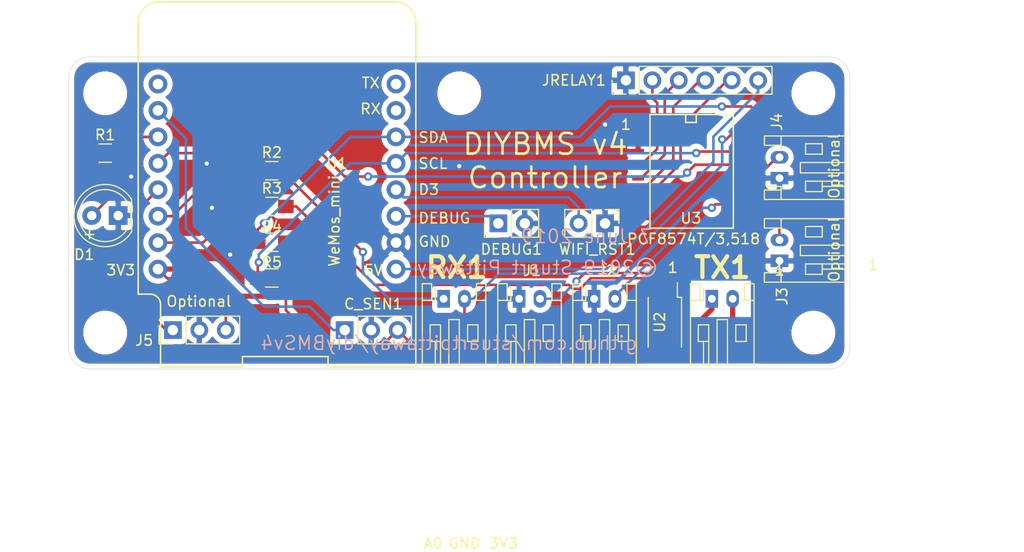
<source format=kicad_pcb>
(kicad_pcb (version 20171130) (host pcbnew "(5.1.5)-3")

  (general
    (thickness 1.6)
    (drawings 34)
    (tracks 191)
    (zones 0)
    (modules 25)
    (nets 26)
  )

  (page A4)
  (layers
    (0 F.Cu signal)
    (31 B.Cu signal)
    (32 B.Adhes user)
    (33 F.Adhes user)
    (34 B.Paste user)
    (35 F.Paste user)
    (36 B.SilkS user hide)
    (37 F.SilkS user)
    (38 B.Mask user hide)
    (39 F.Mask user hide)
    (40 Dwgs.User user)
    (41 Cmts.User user)
    (42 Eco1.User user)
    (43 Eco2.User user)
    (44 Edge.Cuts user)
    (45 Margin user)
    (46 B.CrtYd user)
    (47 F.CrtYd user)
    (48 B.Fab user hide)
    (49 F.Fab user)
  )

  (setup
    (last_trace_width 0.25)
    (trace_clearance 0.2)
    (zone_clearance 0.508)
    (zone_45_only yes)
    (trace_min 0.2)
    (via_size 0.8)
    (via_drill 0.4)
    (via_min_size 0.4)
    (via_min_drill 0.3)
    (uvia_size 0.3)
    (uvia_drill 0.1)
    (uvias_allowed no)
    (uvia_min_size 0.2)
    (uvia_min_drill 0.1)
    (edge_width 0.05)
    (segment_width 0.2)
    (pcb_text_width 0.3)
    (pcb_text_size 1.5 1.5)
    (mod_edge_width 0.12)
    (mod_text_size 1 1)
    (mod_text_width 0.15)
    (pad_size 1.524 1.524)
    (pad_drill 0.762)
    (pad_to_mask_clearance 0.051)
    (solder_mask_min_width 0.25)
    (aux_axis_origin 72.5 132)
    (grid_origin 72.5 132)
    (visible_elements 7FFFFFFF)
    (pcbplotparams
      (layerselection 0x010fc_ffffffff)
      (usegerberextensions false)
      (usegerberattributes false)
      (usegerberadvancedattributes false)
      (creategerberjobfile false)
      (excludeedgelayer true)
      (linewidth 0.100000)
      (plotframeref false)
      (viasonmask false)
      (mode 1)
      (useauxorigin false)
      (hpglpennumber 1)
      (hpglpenspeed 20)
      (hpglpendiameter 15.000000)
      (psnegative false)
      (psa4output false)
      (plotreference true)
      (plotvalue true)
      (plotinvisibletext false)
      (padsonsilk false)
      (subtractmaskfromsilk false)
      (outputformat 1)
      (mirror false)
      (drillshape 0)
      (scaleselection 1)
      (outputdirectory "Gerber/"))
  )

  (net 0 "")
  (net 1 GND)
  (net 2 +5V)
  (net 3 +3V3)
  (net 4 "Net-(R1-Pad2)")
  (net 5 "Net-(D1-Pad2)")
  (net 6 "Net-(DEBUG1-Pad1)")
  (net 7 "Net-(R3-Pad1)")
  (net 8 "Net-(R3-Pad2)")
  (net 9 "Net-(TX1-Pad1)")
  (net 10 "Net-(TX1-Pad2)")
  (net 11 "Net-(R2-Pad2)")
  (net 12 SDA)
  (net 13 SCL)
  (net 14 PCFINT)
  (net 15 "Net-(JRELAY1-Pad2)")
  (net 16 "Net-(JRELAY1-Pad3)")
  (net 17 "Net-(JRELAY1-Pad4)")
  (net 18 "Net-(JRELAY1-Pad5)")
  (net 19 "Net-(U1-Pad4)")
  (net 20 "Net-(C_SEN1-Pad1)")
  (net 21 "Net-(J1-Pad2)")
  (net 22 "Net-(J2-Pad2)")
  (net 23 "Net-(J3-Pad2)")
  (net 24 "Net-(J4-Pad2)")
  (net 25 "Net-(J5-Pad1)")

  (net_class Default "This is the default net class."
    (clearance 0.2)
    (trace_width 0.25)
    (via_dia 0.8)
    (via_drill 0.4)
    (uvia_dia 0.3)
    (uvia_drill 0.1)
    (add_net +3V3)
    (add_net +5V)
    (add_net GND)
    (add_net "Net-(C_SEN1-Pad1)")
    (add_net "Net-(D1-Pad2)")
    (add_net "Net-(DEBUG1-Pad1)")
    (add_net "Net-(J1-Pad2)")
    (add_net "Net-(J2-Pad2)")
    (add_net "Net-(J3-Pad2)")
    (add_net "Net-(J4-Pad2)")
    (add_net "Net-(J5-Pad1)")
    (add_net "Net-(JRELAY1-Pad2)")
    (add_net "Net-(JRELAY1-Pad3)")
    (add_net "Net-(JRELAY1-Pad4)")
    (add_net "Net-(JRELAY1-Pad5)")
    (add_net "Net-(R1-Pad2)")
    (add_net "Net-(R2-Pad2)")
    (add_net "Net-(R3-Pad1)")
    (add_net "Net-(R3-Pad2)")
    (add_net "Net-(TX1-Pad1)")
    (add_net "Net-(TX1-Pad2)")
    (add_net "Net-(U1-Pad4)")
    (add_net PCFINT)
    (add_net SCL)
    (add_net SDA)
  )

  (module SMD_Packages:SO-16-W (layer F.Cu) (tedit 0) (tstamp 5CE5B135)
    (at 132.25 113 270)
    (descr "Module CMS SOJ 16 pins tres large")
    (tags "CMS SOJ")
    (path /5CE02B8B)
    (attr smd)
    (fp_text reference U3 (at 4.5 0) (layer F.SilkS)
      (effects (font (size 1 1) (thickness 0.15)))
    )
    (fp_text value PCF8574T/3,518 (at 6.5 -0.25) (layer F.SilkS)
      (effects (font (size 1 1) (thickness 0.15)))
    )
    (fp_line (start -5.461 3.937) (end -5.461 -4.064) (layer F.SilkS) (width 0.15))
    (fp_line (start 5.461 -4.064) (end 5.461 3.937) (layer F.SilkS) (width 0.15))
    (fp_line (start -5.461 -4.064) (end 5.461 -4.064) (layer F.SilkS) (width 0.15))
    (fp_line (start 5.461 3.937) (end -5.461 3.937) (layer F.SilkS) (width 0.15))
    (fp_line (start -5.461 -0.508) (end -4.699 -0.508) (layer F.SilkS) (width 0.15))
    (fp_line (start -4.699 -0.508) (end -4.699 0.508) (layer F.SilkS) (width 0.15))
    (fp_line (start -4.699 0.508) (end -5.461 0.508) (layer F.SilkS) (width 0.15))
    (pad 1 smd rect (at -4.445 5.08 270) (size 0.508 1.143) (layers F.Cu F.Paste F.Mask)
      (net 1 GND))
    (pad 2 smd rect (at -3.175 5.08 270) (size 0.508 1.143) (layers F.Cu F.Paste F.Mask)
      (net 1 GND))
    (pad 3 smd rect (at -1.905 5.08 270) (size 0.508 1.143) (layers F.Cu F.Paste F.Mask)
      (net 1 GND))
    (pad 4 smd rect (at -0.635 5.08 270) (size 0.508 1.143) (layers F.Cu F.Paste F.Mask)
      (net 15 "Net-(JRELAY1-Pad2)"))
    (pad 5 smd rect (at 0.635 5.08 270) (size 0.508 1.143) (layers F.Cu F.Paste F.Mask)
      (net 16 "Net-(JRELAY1-Pad3)"))
    (pad 6 smd rect (at 1.905 5.08 270) (size 0.508 1.143) (layers F.Cu F.Paste F.Mask)
      (net 17 "Net-(JRELAY1-Pad4)"))
    (pad 7 smd rect (at 3.175 5.08 270) (size 0.508 1.143) (layers F.Cu F.Paste F.Mask)
      (net 18 "Net-(JRELAY1-Pad5)"))
    (pad 8 smd rect (at 4.445 5.08 270) (size 0.508 1.143) (layers F.Cu F.Paste F.Mask)
      (net 1 GND))
    (pad 9 smd rect (at 4.445 -5.08 270) (size 0.508 1.143) (layers F.Cu F.Paste F.Mask)
      (net 21 "Net-(J1-Pad2)"))
    (pad 10 smd rect (at 3.175 -5.08 270) (size 0.508 1.143) (layers F.Cu F.Paste F.Mask)
      (net 22 "Net-(J2-Pad2)"))
    (pad 11 smd rect (at 1.905 -5.08 270) (size 0.508 1.143) (layers F.Cu F.Paste F.Mask)
      (net 23 "Net-(J3-Pad2)"))
    (pad 12 smd rect (at 0.635 -5.08 270) (size 0.508 1.143) (layers F.Cu F.Paste F.Mask)
      (net 24 "Net-(J4-Pad2)"))
    (pad 13 smd rect (at -0.635 -5.08 270) (size 0.508 1.143) (layers F.Cu F.Paste F.Mask)
      (net 14 PCFINT))
    (pad 14 smd rect (at -1.905 -5.08 270) (size 0.508 1.143) (layers F.Cu F.Paste F.Mask)
      (net 13 SCL))
    (pad 15 smd rect (at -3.175 -5.08 270) (size 0.508 1.143) (layers F.Cu F.Paste F.Mask)
      (net 12 SDA))
    (pad 16 smd rect (at -4.445 -5.08 270) (size 0.508 1.143) (layers F.Cu F.Paste F.Mask)
      (net 3 +3V3))
    (model ${KISYS3DMOD}/Package_SO.3dshapes/SOIC-16W_7.5x12.8mm_P1.27mm.wrl
      (at (xyz 0 0 0))
      (scale (xyz 1.4 1 1))
      (rotate (xyz 0 0 -90))
    )
  )

  (module Pin_Headers:Pin_Header_Straight_1x03_Pitch2.54mm (layer F.Cu) (tedit 59650532) (tstamp 5CE7177F)
    (at 82.5 128.25 90)
    (descr "Through hole straight pin header, 1x03, 2.54mm pitch, single row")
    (tags "Through hole pin header THT 1x03 2.54mm single row")
    (path /5CEE1C26)
    (fp_text reference J5 (at -1 -2.75 180) (layer F.SilkS)
      (effects (font (size 1 1) (thickness 0.15)))
    )
    (fp_text value Optional (at 0 7.41 90) (layer F.Fab)
      (effects (font (size 1 1) (thickness 0.15)))
    )
    (fp_line (start -0.635 -1.27) (end 1.27 -1.27) (layer F.Fab) (width 0.1))
    (fp_line (start 1.27 -1.27) (end 1.27 6.35) (layer F.Fab) (width 0.1))
    (fp_line (start 1.27 6.35) (end -1.27 6.35) (layer F.Fab) (width 0.1))
    (fp_line (start -1.27 6.35) (end -1.27 -0.635) (layer F.Fab) (width 0.1))
    (fp_line (start -1.27 -0.635) (end -0.635 -1.27) (layer F.Fab) (width 0.1))
    (fp_line (start -1.33 6.41) (end 1.33 6.41) (layer F.SilkS) (width 0.12))
    (fp_line (start -1.33 1.27) (end -1.33 6.41) (layer F.SilkS) (width 0.12))
    (fp_line (start 1.33 1.27) (end 1.33 6.41) (layer F.SilkS) (width 0.12))
    (fp_line (start -1.33 1.27) (end 1.33 1.27) (layer F.SilkS) (width 0.12))
    (fp_line (start -1.33 0) (end -1.33 -1.33) (layer F.SilkS) (width 0.12))
    (fp_line (start -1.33 -1.33) (end 0 -1.33) (layer F.SilkS) (width 0.12))
    (fp_line (start -1.8 -1.8) (end -1.8 6.85) (layer F.CrtYd) (width 0.05))
    (fp_line (start -1.8 6.85) (end 1.8 6.85) (layer F.CrtYd) (width 0.05))
    (fp_line (start 1.8 6.85) (end 1.8 -1.8) (layer F.CrtYd) (width 0.05))
    (fp_line (start 1.8 -1.8) (end -1.8 -1.8) (layer F.CrtYd) (width 0.05))
    (fp_text user %R (at 0 2.54 180) (layer F.Fab)
      (effects (font (size 1 1) (thickness 0.15)))
    )
    (pad 1 thru_hole rect (at 0 0 90) (size 1.7 1.7) (drill 1) (layers *.Cu *.Mask)
      (net 25 "Net-(J5-Pad1)"))
    (pad 2 thru_hole oval (at 0 2.54 90) (size 1.7 1.7) (drill 1) (layers *.Cu *.Mask)
      (net 1 GND))
    (pad 3 thru_hole oval (at 0 5.08 90) (size 1.7 1.7) (drill 1) (layers *.Cu *.Mask)
      (net 3 +3V3))
    (model ${KISYS3DMOD}/Pin_Headers.3dshapes/Pin_Header_Straight_1x03_Pitch2.54mm.wrl
      (at (xyz 0 0 0))
      (scale (xyz 1 1 1))
      (rotate (xyz 0 0 0))
    )
  )

  (module Connectors_JST:JST_PH_S2B-PH-K_02x2.00mm_Angled (layer F.Cu) (tedit 58D3FE32) (tstamp 5CFA8950)
    (at 140.75 113.65 90)
    (descr "JST PH series connector, S2B-PH-K, side entry type, through hole, Datasheet: http://www.jst-mfg.com/product/pdf/eng/ePH.pdf")
    (tags "connector jst ph")
    (path /5CEB74DB)
    (fp_text reference J4 (at 5.4 -0.25 90) (layer F.SilkS)
      (effects (font (size 1 1) (thickness 0.15)))
    )
    (fp_text value Input (at 1 7.25 90) (layer F.Fab)
      (effects (font (size 1 1) (thickness 0.15)))
    )
    (fp_line (start 0.5 6.35) (end 0.5 2) (layer F.SilkS) (width 0.12))
    (fp_line (start 0.5 2) (end 1.5 2) (layer F.SilkS) (width 0.12))
    (fp_line (start 1.5 2) (end 1.5 6.35) (layer F.SilkS) (width 0.12))
    (fp_line (start -0.8 0.15) (end -1.15 0.15) (layer F.SilkS) (width 0.12))
    (fp_line (start -1.15 0.15) (end -1.15 -1.45) (layer F.SilkS) (width 0.12))
    (fp_line (start -1.15 -1.45) (end -2.05 -1.45) (layer F.SilkS) (width 0.12))
    (fp_line (start -2.05 -1.45) (end -2.05 6.35) (layer F.SilkS) (width 0.12))
    (fp_line (start -2.05 6.35) (end 4.05 6.35) (layer F.SilkS) (width 0.12))
    (fp_line (start 4.05 6.35) (end 4.05 -1.45) (layer F.SilkS) (width 0.12))
    (fp_line (start 4.05 -1.45) (end 3.15 -1.45) (layer F.SilkS) (width 0.12))
    (fp_line (start 3.15 -1.45) (end 3.15 0.15) (layer F.SilkS) (width 0.12))
    (fp_line (start 3.15 0.15) (end 2.8 0.15) (layer F.SilkS) (width 0.12))
    (fp_line (start -2.05 0.15) (end -1.15 0.15) (layer F.SilkS) (width 0.12))
    (fp_line (start 4.05 0.15) (end 3.15 0.15) (layer F.SilkS) (width 0.12))
    (fp_line (start -1.3 2.5) (end -1.3 4.1) (layer F.SilkS) (width 0.12))
    (fp_line (start -1.3 4.1) (end -0.3 4.1) (layer F.SilkS) (width 0.12))
    (fp_line (start -0.3 4.1) (end -0.3 2.5) (layer F.SilkS) (width 0.12))
    (fp_line (start -0.3 2.5) (end -1.3 2.5) (layer F.SilkS) (width 0.12))
    (fp_line (start 3.3 2.5) (end 3.3 4.1) (layer F.SilkS) (width 0.12))
    (fp_line (start 3.3 4.1) (end 2.3 4.1) (layer F.SilkS) (width 0.12))
    (fp_line (start 2.3 4.1) (end 2.3 2.5) (layer F.SilkS) (width 0.12))
    (fp_line (start 2.3 2.5) (end 3.3 2.5) (layer F.SilkS) (width 0.12))
    (fp_line (start -0.3 4.1) (end -0.3 6.35) (layer F.SilkS) (width 0.12))
    (fp_line (start -0.8 4.1) (end -0.8 6.35) (layer F.SilkS) (width 0.12))
    (fp_line (start -2.45 -1.85) (end -2.45 6.75) (layer F.CrtYd) (width 0.05))
    (fp_line (start -2.45 6.75) (end 4.45 6.75) (layer F.CrtYd) (width 0.05))
    (fp_line (start 4.45 6.75) (end 4.45 -1.85) (layer F.CrtYd) (width 0.05))
    (fp_line (start 4.45 -1.85) (end -2.45 -1.85) (layer F.CrtYd) (width 0.05))
    (fp_line (start -1.25 0.25) (end -1.25 -1.35) (layer F.Fab) (width 0.1))
    (fp_line (start -1.25 -1.35) (end -1.95 -1.35) (layer F.Fab) (width 0.1))
    (fp_line (start -1.95 -1.35) (end -1.95 6.25) (layer F.Fab) (width 0.1))
    (fp_line (start -1.95 6.25) (end 3.95 6.25) (layer F.Fab) (width 0.1))
    (fp_line (start 3.95 6.25) (end 3.95 -1.35) (layer F.Fab) (width 0.1))
    (fp_line (start 3.95 -1.35) (end 3.25 -1.35) (layer F.Fab) (width 0.1))
    (fp_line (start 3.25 -1.35) (end 3.25 0.25) (layer F.Fab) (width 0.1))
    (fp_line (start 3.25 0.25) (end -1.25 0.25) (layer F.Fab) (width 0.1))
    (fp_line (start -0.8 0.15) (end -0.8 -1.05) (layer F.SilkS) (width 0.12))
    (fp_line (start 0 0.85) (end -0.5 1.35) (layer F.Fab) (width 0.1))
    (fp_line (start -0.5 1.35) (end 0.5 1.35) (layer F.Fab) (width 0.1))
    (fp_line (start 0.5 1.35) (end 0 0.85) (layer F.Fab) (width 0.1))
    (fp_text user %R (at 1 2.5 90) (layer F.Fab)
      (effects (font (size 1 1) (thickness 0.15)))
    )
    (pad 1 thru_hole rect (at 0 0 90) (size 1.2 1.7) (drill 0.75) (layers *.Cu *.Mask)
      (net 1 GND))
    (pad 2 thru_hole oval (at 2 0 90) (size 1.2 1.7) (drill 0.75) (layers *.Cu *.Mask)
      (net 24 "Net-(J4-Pad2)"))
    (model ${KISYS3DMOD}/Connectors_JST.3dshapes/JST_PH_S2B-PH-K_02x2.00mm_Angled.wrl
      (at (xyz 0 0 0))
      (scale (xyz 1 1 1))
      (rotate (xyz 0 0 0))
    )
  )

  (module Connectors_JST:JST_PH_S2B-PH-K_02x2.00mm_Angled (layer F.Cu) (tedit 58D3FE32) (tstamp 5CFA88C6)
    (at 140.75 121.6 90)
    (descr "JST PH series connector, S2B-PH-K, side entry type, through hole, Datasheet: http://www.jst-mfg.com/product/pdf/eng/ePH.pdf")
    (tags "connector jst ph")
    (path /5CEB6FE6)
    (fp_text reference J3 (at -3.4 0.25 90) (layer F.SilkS)
      (effects (font (size 1 1) (thickness 0.15)))
    )
    (fp_text value Input (at 1 7.25 90) (layer F.Fab)
      (effects (font (size 1 1) (thickness 0.15)))
    )
    (fp_line (start 0.5 6.35) (end 0.5 2) (layer F.SilkS) (width 0.12))
    (fp_line (start 0.5 2) (end 1.5 2) (layer F.SilkS) (width 0.12))
    (fp_line (start 1.5 2) (end 1.5 6.35) (layer F.SilkS) (width 0.12))
    (fp_line (start -0.8 0.15) (end -1.15 0.15) (layer F.SilkS) (width 0.12))
    (fp_line (start -1.15 0.15) (end -1.15 -1.45) (layer F.SilkS) (width 0.12))
    (fp_line (start -1.15 -1.45) (end -2.05 -1.45) (layer F.SilkS) (width 0.12))
    (fp_line (start -2.05 -1.45) (end -2.05 6.35) (layer F.SilkS) (width 0.12))
    (fp_line (start -2.05 6.35) (end 4.05 6.35) (layer F.SilkS) (width 0.12))
    (fp_line (start 4.05 6.35) (end 4.05 -1.45) (layer F.SilkS) (width 0.12))
    (fp_line (start 4.05 -1.45) (end 3.15 -1.45) (layer F.SilkS) (width 0.12))
    (fp_line (start 3.15 -1.45) (end 3.15 0.15) (layer F.SilkS) (width 0.12))
    (fp_line (start 3.15 0.15) (end 2.8 0.15) (layer F.SilkS) (width 0.12))
    (fp_line (start -2.05 0.15) (end -1.15 0.15) (layer F.SilkS) (width 0.12))
    (fp_line (start 4.05 0.15) (end 3.15 0.15) (layer F.SilkS) (width 0.12))
    (fp_line (start -1.3 2.5) (end -1.3 4.1) (layer F.SilkS) (width 0.12))
    (fp_line (start -1.3 4.1) (end -0.3 4.1) (layer F.SilkS) (width 0.12))
    (fp_line (start -0.3 4.1) (end -0.3 2.5) (layer F.SilkS) (width 0.12))
    (fp_line (start -0.3 2.5) (end -1.3 2.5) (layer F.SilkS) (width 0.12))
    (fp_line (start 3.3 2.5) (end 3.3 4.1) (layer F.SilkS) (width 0.12))
    (fp_line (start 3.3 4.1) (end 2.3 4.1) (layer F.SilkS) (width 0.12))
    (fp_line (start 2.3 4.1) (end 2.3 2.5) (layer F.SilkS) (width 0.12))
    (fp_line (start 2.3 2.5) (end 3.3 2.5) (layer F.SilkS) (width 0.12))
    (fp_line (start -0.3 4.1) (end -0.3 6.35) (layer F.SilkS) (width 0.12))
    (fp_line (start -0.8 4.1) (end -0.8 6.35) (layer F.SilkS) (width 0.12))
    (fp_line (start -2.45 -1.85) (end -2.45 6.75) (layer F.CrtYd) (width 0.05))
    (fp_line (start -2.45 6.75) (end 4.45 6.75) (layer F.CrtYd) (width 0.05))
    (fp_line (start 4.45 6.75) (end 4.45 -1.85) (layer F.CrtYd) (width 0.05))
    (fp_line (start 4.45 -1.85) (end -2.45 -1.85) (layer F.CrtYd) (width 0.05))
    (fp_line (start -1.25 0.25) (end -1.25 -1.35) (layer F.Fab) (width 0.1))
    (fp_line (start -1.25 -1.35) (end -1.95 -1.35) (layer F.Fab) (width 0.1))
    (fp_line (start -1.95 -1.35) (end -1.95 6.25) (layer F.Fab) (width 0.1))
    (fp_line (start -1.95 6.25) (end 3.95 6.25) (layer F.Fab) (width 0.1))
    (fp_line (start 3.95 6.25) (end 3.95 -1.35) (layer F.Fab) (width 0.1))
    (fp_line (start 3.95 -1.35) (end 3.25 -1.35) (layer F.Fab) (width 0.1))
    (fp_line (start 3.25 -1.35) (end 3.25 0.25) (layer F.Fab) (width 0.1))
    (fp_line (start 3.25 0.25) (end -1.25 0.25) (layer F.Fab) (width 0.1))
    (fp_line (start -0.8 0.15) (end -0.8 -1.05) (layer F.SilkS) (width 0.12))
    (fp_line (start 0 0.85) (end -0.5 1.35) (layer F.Fab) (width 0.1))
    (fp_line (start -0.5 1.35) (end 0.5 1.35) (layer F.Fab) (width 0.1))
    (fp_line (start 0.5 1.35) (end 0 0.85) (layer F.Fab) (width 0.1))
    (fp_text user %R (at 1 2.5 90) (layer F.Fab)
      (effects (font (size 1 1) (thickness 0.15)))
    )
    (pad 1 thru_hole rect (at 0 0 90) (size 1.2 1.7) (drill 0.75) (layers *.Cu *.Mask)
      (net 1 GND))
    (pad 2 thru_hole oval (at 2 0 90) (size 1.2 1.7) (drill 0.75) (layers *.Cu *.Mask)
      (net 23 "Net-(J3-Pad2)"))
    (model ${KISYS3DMOD}/Connectors_JST.3dshapes/JST_PH_S2B-PH-K_02x2.00mm_Angled.wrl
      (at (xyz 0 0 0))
      (scale (xyz 1 1 1))
      (rotate (xyz 0 0 0))
    )
  )

  (module Connectors_JST:JST_PH_S2B-PH-K_02x2.00mm_Angled (layer F.Cu) (tedit 58D3FE32) (tstamp 5CE6F540)
    (at 122.95 125.25)
    (descr "JST PH series connector, S2B-PH-K, side entry type, through hole, Datasheet: http://www.jst-mfg.com/product/pdf/eng/ePH.pdf")
    (tags "connector jst ph")
    (path /5CEAAE9A)
    (fp_text reference J2 (at 1.25 -2.7) (layer F.SilkS)
      (effects (font (size 1 1) (thickness 0.15)))
    )
    (fp_text value Input (at 1 7.25) (layer F.Fab)
      (effects (font (size 1 1) (thickness 0.15)))
    )
    (fp_line (start 0.5 6.35) (end 0.5 2) (layer F.SilkS) (width 0.12))
    (fp_line (start 0.5 2) (end 1.5 2) (layer F.SilkS) (width 0.12))
    (fp_line (start 1.5 2) (end 1.5 6.35) (layer F.SilkS) (width 0.12))
    (fp_line (start -0.8 0.15) (end -1.15 0.15) (layer F.SilkS) (width 0.12))
    (fp_line (start -1.15 0.15) (end -1.15 -1.45) (layer F.SilkS) (width 0.12))
    (fp_line (start -1.15 -1.45) (end -2.05 -1.45) (layer F.SilkS) (width 0.12))
    (fp_line (start -2.05 -1.45) (end -2.05 6.35) (layer F.SilkS) (width 0.12))
    (fp_line (start -2.05 6.35) (end 4.05 6.35) (layer F.SilkS) (width 0.12))
    (fp_line (start 4.05 6.35) (end 4.05 -1.45) (layer F.SilkS) (width 0.12))
    (fp_line (start 4.05 -1.45) (end 3.15 -1.45) (layer F.SilkS) (width 0.12))
    (fp_line (start 3.15 -1.45) (end 3.15 0.15) (layer F.SilkS) (width 0.12))
    (fp_line (start 3.15 0.15) (end 2.8 0.15) (layer F.SilkS) (width 0.12))
    (fp_line (start -2.05 0.15) (end -1.15 0.15) (layer F.SilkS) (width 0.12))
    (fp_line (start 4.05 0.15) (end 3.15 0.15) (layer F.SilkS) (width 0.12))
    (fp_line (start -1.3 2.5) (end -1.3 4.1) (layer F.SilkS) (width 0.12))
    (fp_line (start -1.3 4.1) (end -0.3 4.1) (layer F.SilkS) (width 0.12))
    (fp_line (start -0.3 4.1) (end -0.3 2.5) (layer F.SilkS) (width 0.12))
    (fp_line (start -0.3 2.5) (end -1.3 2.5) (layer F.SilkS) (width 0.12))
    (fp_line (start 3.3 2.5) (end 3.3 4.1) (layer F.SilkS) (width 0.12))
    (fp_line (start 3.3 4.1) (end 2.3 4.1) (layer F.SilkS) (width 0.12))
    (fp_line (start 2.3 4.1) (end 2.3 2.5) (layer F.SilkS) (width 0.12))
    (fp_line (start 2.3 2.5) (end 3.3 2.5) (layer F.SilkS) (width 0.12))
    (fp_line (start -0.3 4.1) (end -0.3 6.35) (layer F.SilkS) (width 0.12))
    (fp_line (start -0.8 4.1) (end -0.8 6.35) (layer F.SilkS) (width 0.12))
    (fp_line (start -2.45 -1.85) (end -2.45 6.75) (layer F.CrtYd) (width 0.05))
    (fp_line (start -2.45 6.75) (end 4.45 6.75) (layer F.CrtYd) (width 0.05))
    (fp_line (start 4.45 6.75) (end 4.45 -1.85) (layer F.CrtYd) (width 0.05))
    (fp_line (start 4.45 -1.85) (end -2.45 -1.85) (layer F.CrtYd) (width 0.05))
    (fp_line (start -1.25 0.25) (end -1.25 -1.35) (layer F.Fab) (width 0.1))
    (fp_line (start -1.25 -1.35) (end -1.95 -1.35) (layer F.Fab) (width 0.1))
    (fp_line (start -1.95 -1.35) (end -1.95 6.25) (layer F.Fab) (width 0.1))
    (fp_line (start -1.95 6.25) (end 3.95 6.25) (layer F.Fab) (width 0.1))
    (fp_line (start 3.95 6.25) (end 3.95 -1.35) (layer F.Fab) (width 0.1))
    (fp_line (start 3.95 -1.35) (end 3.25 -1.35) (layer F.Fab) (width 0.1))
    (fp_line (start 3.25 -1.35) (end 3.25 0.25) (layer F.Fab) (width 0.1))
    (fp_line (start 3.25 0.25) (end -1.25 0.25) (layer F.Fab) (width 0.1))
    (fp_line (start -0.8 0.15) (end -0.8 -1.05) (layer F.SilkS) (width 0.12))
    (fp_line (start 0 0.85) (end -0.5 1.35) (layer F.Fab) (width 0.1))
    (fp_line (start -0.5 1.35) (end 0.5 1.35) (layer F.Fab) (width 0.1))
    (fp_line (start 0.5 1.35) (end 0 0.85) (layer F.Fab) (width 0.1))
    (fp_text user %R (at 1 2.5) (layer F.Fab)
      (effects (font (size 1 1) (thickness 0.15)))
    )
    (pad 1 thru_hole rect (at 0 0) (size 1.2 1.7) (drill 0.75) (layers *.Cu *.Mask)
      (net 1 GND))
    (pad 2 thru_hole oval (at 2 0) (size 1.2 1.7) (drill 0.75) (layers *.Cu *.Mask)
      (net 22 "Net-(J2-Pad2)"))
    (model ${KISYS3DMOD}/Connectors_JST.3dshapes/JST_PH_S2B-PH-K_02x2.00mm_Angled.wrl
      (at (xyz 0 0 0))
      (scale (xyz 1 1 1))
      (rotate (xyz 0 0 0))
    )
  )

  (module Connectors_JST:JST_PH_S2B-PH-K_02x2.00mm_Angled (layer F.Cu) (tedit 58D3FE32) (tstamp 5CE6F53D)
    (at 115.75 125.25)
    (descr "JST PH series connector, S2B-PH-K, side entry type, through hole, Datasheet: http://www.jst-mfg.com/product/pdf/eng/ePH.pdf")
    (tags "connector jst ph")
    (path /5CEAA4FE)
    (fp_text reference J1 (at 1.25 -2.7) (layer F.SilkS)
      (effects (font (size 1 1) (thickness 0.15)))
    )
    (fp_text value Input (at 1 7.25) (layer F.Fab)
      (effects (font (size 1 1) (thickness 0.15)))
    )
    (fp_line (start 0.5 6.35) (end 0.5 2) (layer F.SilkS) (width 0.12))
    (fp_line (start 0.5 2) (end 1.5 2) (layer F.SilkS) (width 0.12))
    (fp_line (start 1.5 2) (end 1.5 6.35) (layer F.SilkS) (width 0.12))
    (fp_line (start -0.8 0.15) (end -1.15 0.15) (layer F.SilkS) (width 0.12))
    (fp_line (start -1.15 0.15) (end -1.15 -1.45) (layer F.SilkS) (width 0.12))
    (fp_line (start -1.15 -1.45) (end -2.05 -1.45) (layer F.SilkS) (width 0.12))
    (fp_line (start -2.05 -1.45) (end -2.05 6.35) (layer F.SilkS) (width 0.12))
    (fp_line (start -2.05 6.35) (end 4.05 6.35) (layer F.SilkS) (width 0.12))
    (fp_line (start 4.05 6.35) (end 4.05 -1.45) (layer F.SilkS) (width 0.12))
    (fp_line (start 4.05 -1.45) (end 3.15 -1.45) (layer F.SilkS) (width 0.12))
    (fp_line (start 3.15 -1.45) (end 3.15 0.15) (layer F.SilkS) (width 0.12))
    (fp_line (start 3.15 0.15) (end 2.8 0.15) (layer F.SilkS) (width 0.12))
    (fp_line (start -2.05 0.15) (end -1.15 0.15) (layer F.SilkS) (width 0.12))
    (fp_line (start 4.05 0.15) (end 3.15 0.15) (layer F.SilkS) (width 0.12))
    (fp_line (start -1.3 2.5) (end -1.3 4.1) (layer F.SilkS) (width 0.12))
    (fp_line (start -1.3 4.1) (end -0.3 4.1) (layer F.SilkS) (width 0.12))
    (fp_line (start -0.3 4.1) (end -0.3 2.5) (layer F.SilkS) (width 0.12))
    (fp_line (start -0.3 2.5) (end -1.3 2.5) (layer F.SilkS) (width 0.12))
    (fp_line (start 3.3 2.5) (end 3.3 4.1) (layer F.SilkS) (width 0.12))
    (fp_line (start 3.3 4.1) (end 2.3 4.1) (layer F.SilkS) (width 0.12))
    (fp_line (start 2.3 4.1) (end 2.3 2.5) (layer F.SilkS) (width 0.12))
    (fp_line (start 2.3 2.5) (end 3.3 2.5) (layer F.SilkS) (width 0.12))
    (fp_line (start -0.3 4.1) (end -0.3 6.35) (layer F.SilkS) (width 0.12))
    (fp_line (start -0.8 4.1) (end -0.8 6.35) (layer F.SilkS) (width 0.12))
    (fp_line (start -2.45 -1.85) (end -2.45 6.75) (layer F.CrtYd) (width 0.05))
    (fp_line (start -2.45 6.75) (end 4.45 6.75) (layer F.CrtYd) (width 0.05))
    (fp_line (start 4.45 6.75) (end 4.45 -1.85) (layer F.CrtYd) (width 0.05))
    (fp_line (start 4.45 -1.85) (end -2.45 -1.85) (layer F.CrtYd) (width 0.05))
    (fp_line (start -1.25 0.25) (end -1.25 -1.35) (layer F.Fab) (width 0.1))
    (fp_line (start -1.25 -1.35) (end -1.95 -1.35) (layer F.Fab) (width 0.1))
    (fp_line (start -1.95 -1.35) (end -1.95 6.25) (layer F.Fab) (width 0.1))
    (fp_line (start -1.95 6.25) (end 3.95 6.25) (layer F.Fab) (width 0.1))
    (fp_line (start 3.95 6.25) (end 3.95 -1.35) (layer F.Fab) (width 0.1))
    (fp_line (start 3.95 -1.35) (end 3.25 -1.35) (layer F.Fab) (width 0.1))
    (fp_line (start 3.25 -1.35) (end 3.25 0.25) (layer F.Fab) (width 0.1))
    (fp_line (start 3.25 0.25) (end -1.25 0.25) (layer F.Fab) (width 0.1))
    (fp_line (start -0.8 0.15) (end -0.8 -1.05) (layer F.SilkS) (width 0.12))
    (fp_line (start 0 0.85) (end -0.5 1.35) (layer F.Fab) (width 0.1))
    (fp_line (start -0.5 1.35) (end 0.5 1.35) (layer F.Fab) (width 0.1))
    (fp_line (start 0.5 1.35) (end 0 0.85) (layer F.Fab) (width 0.1))
    (fp_text user %R (at 1 2.5) (layer F.Fab)
      (effects (font (size 1 1) (thickness 0.15)))
    )
    (pad 1 thru_hole rect (at 0 0) (size 1.2 1.7) (drill 0.75) (layers *.Cu *.Mask)
      (net 1 GND))
    (pad 2 thru_hole oval (at 2 0) (size 1.2 1.7) (drill 0.75) (layers *.Cu *.Mask)
      (net 21 "Net-(J1-Pad2)"))
    (model ${KISYS3DMOD}/Connectors_JST.3dshapes/JST_PH_S2B-PH-K_02x2.00mm_Angled.wrl
      (at (xyz 0 0 0))
      (scale (xyz 1 1 1))
      (rotate (xyz 0 0 0))
    )
  )

  (module Pin_Headers:Pin_Header_Straight_1x03_Pitch2.54mm (layer F.Cu) (tedit 59650532) (tstamp 5CFA8560)
    (at 99 128.25 90)
    (descr "Through hole straight pin header, 1x03, 2.54mm pitch, single row")
    (tags "Through hole pin header THT 1x03 2.54mm single row")
    (path /5CE723DE)
    (fp_text reference C_SEN1 (at 2.5 2.75 180) (layer F.SilkS)
      (effects (font (size 1 1) (thickness 0.15)))
    )
    (fp_text value "Current Sensor" (at 0 7.41 90) (layer F.Fab)
      (effects (font (size 1 1) (thickness 0.15)))
    )
    (fp_line (start -0.635 -1.27) (end 1.27 -1.27) (layer F.Fab) (width 0.1))
    (fp_line (start 1.27 -1.27) (end 1.27 6.35) (layer F.Fab) (width 0.1))
    (fp_line (start 1.27 6.35) (end -1.27 6.35) (layer F.Fab) (width 0.1))
    (fp_line (start -1.27 6.35) (end -1.27 -0.635) (layer F.Fab) (width 0.1))
    (fp_line (start -1.27 -0.635) (end -0.635 -1.27) (layer F.Fab) (width 0.1))
    (fp_line (start -1.33 6.41) (end 1.33 6.41) (layer F.SilkS) (width 0.12))
    (fp_line (start -1.33 1.27) (end -1.33 6.41) (layer F.SilkS) (width 0.12))
    (fp_line (start 1.33 1.27) (end 1.33 6.41) (layer F.SilkS) (width 0.12))
    (fp_line (start -1.33 1.27) (end 1.33 1.27) (layer F.SilkS) (width 0.12))
    (fp_line (start -1.33 0) (end -1.33 -1.33) (layer F.SilkS) (width 0.12))
    (fp_line (start -1.33 -1.33) (end 0 -1.33) (layer F.SilkS) (width 0.12))
    (fp_line (start -1.8 -1.8) (end -1.8 6.85) (layer F.CrtYd) (width 0.05))
    (fp_line (start -1.8 6.85) (end 1.8 6.85) (layer F.CrtYd) (width 0.05))
    (fp_line (start 1.8 6.85) (end 1.8 -1.8) (layer F.CrtYd) (width 0.05))
    (fp_line (start 1.8 -1.8) (end -1.8 -1.8) (layer F.CrtYd) (width 0.05))
    (fp_text user %R (at 0 2.54 180) (layer F.Fab)
      (effects (font (size 1 1) (thickness 0.15)))
    )
    (pad 1 thru_hole rect (at 0 0 90) (size 1.7 1.7) (drill 1) (layers *.Cu *.Mask)
      (net 20 "Net-(C_SEN1-Pad1)"))
    (pad 2 thru_hole oval (at 0 2.54 90) (size 1.7 1.7) (drill 1) (layers *.Cu *.Mask)
      (net 1 GND))
    (pad 3 thru_hole oval (at 0 5.08 90) (size 1.7 1.7) (drill 1) (layers *.Cu *.Mask)
      (net 3 +3V3))
    (model ${KISYS3DMOD}/Pin_Headers.3dshapes/Pin_Header_Straight_1x03_Pitch2.54mm.wrl
      (at (xyz 0 0 0))
      (scale (xyz 1 1 1))
      (rotate (xyz 0 0 0))
    )
  )

  (module LEDs:LED_D5.0mm (layer F.Cu) (tedit 5995936A) (tstamp 5CE5C27F)
    (at 77.25 117.25 180)
    (descr "LED, diameter 5.0mm, 2 pins, http://cdn-reichelt.de/documents/datenblatt/A500/LL-504BC2E-009.pdf")
    (tags "LED diameter 5.0mm 2 pins")
    (path /5CD4CF59)
    (fp_text reference D1 (at 3.25 -3.75 180) (layer F.SilkS)
      (effects (font (size 1 1) (thickness 0.15)))
    )
    (fp_text value COMMS (at 1.27 3.96 180) (layer F.Fab)
      (effects (font (size 1 1) (thickness 0.15)))
    )
    (fp_arc (start 1.27 0) (end -1.23 -1.469694) (angle 299.1) (layer F.Fab) (width 0.1))
    (fp_arc (start 1.27 0) (end -1.29 -1.54483) (angle 148.9) (layer F.SilkS) (width 0.12))
    (fp_arc (start 1.27 0) (end -1.29 1.54483) (angle -148.9) (layer F.SilkS) (width 0.12))
    (fp_circle (center 1.27 0) (end 3.77 0) (layer F.Fab) (width 0.1))
    (fp_circle (center 1.27 0) (end 3.77 0) (layer F.SilkS) (width 0.12))
    (fp_line (start -1.23 -1.469694) (end -1.23 1.469694) (layer F.Fab) (width 0.1))
    (fp_line (start -1.29 -1.545) (end -1.29 1.545) (layer F.SilkS) (width 0.12))
    (fp_line (start -1.95 -3.25) (end -1.95 3.25) (layer F.CrtYd) (width 0.05))
    (fp_line (start -1.95 3.25) (end 4.5 3.25) (layer F.CrtYd) (width 0.05))
    (fp_line (start 4.5 3.25) (end 4.5 -3.25) (layer F.CrtYd) (width 0.05))
    (fp_line (start 4.5 -3.25) (end -1.95 -3.25) (layer F.CrtYd) (width 0.05))
    (fp_text user %R (at 1.25 0 180) (layer F.Fab)
      (effects (font (size 0.8 0.8) (thickness 0.2)))
    )
    (pad 1 thru_hole rect (at 0 0 180) (size 1.8 1.8) (drill 0.9) (layers *.Cu *.Mask)
      (net 1 GND))
    (pad 2 thru_hole circle (at 2.54 0 180) (size 1.8 1.8) (drill 0.9) (layers *.Cu *.Mask)
      (net 5 "Net-(D1-Pad2)"))
    (model ${KISYS3DMOD}/LEDs.3dshapes/LED_D5.0mm.wrl
      (at (xyz 0 0 0))
      (scale (xyz 0.393701 0.393701 0.393701))
      (rotate (xyz 0 0 0))
    )
    (model ${KISYS3DMOD}/LED_THT.3dshapes/LED_D5.0mm.wrl
      (at (xyz 0 0 0))
      (scale (xyz 1 1 1))
      (rotate (xyz 0 0 0))
    )
  )

  (module Pin_Headers:Pin_Header_Straight_1x02_Pitch2.54mm (layer F.Cu) (tedit 59650532) (tstamp 5CE5AEA2)
    (at 124 118 270)
    (descr "Through hole straight pin header, 1x02, 2.54mm pitch, single row")
    (tags "Through hole pin header THT 1x02 2.54mm single row")
    (path /5CD48DA7)
    (fp_text reference WIFI_RST1 (at 2.5 0.75) (layer F.SilkS)
      (effects (font (size 1 1) (thickness 0.15)))
    )
    (fp_text value "WIFI RST" (at 0 1.25 180) (layer F.Fab) hide
      (effects (font (size 1 1) (thickness 0.15)))
    )
    (fp_line (start -0.635 -1.27) (end 1.27 -1.27) (layer F.Fab) (width 0.1))
    (fp_line (start 1.27 -1.27) (end 1.27 3.81) (layer F.Fab) (width 0.1))
    (fp_line (start 1.27 3.81) (end -1.27 3.81) (layer F.Fab) (width 0.1))
    (fp_line (start -1.27 3.81) (end -1.27 -0.635) (layer F.Fab) (width 0.1))
    (fp_line (start -1.27 -0.635) (end -0.635 -1.27) (layer F.Fab) (width 0.1))
    (fp_line (start -1.33 3.87) (end 1.33 3.87) (layer F.SilkS) (width 0.12))
    (fp_line (start -1.33 1.27) (end -1.33 3.87) (layer F.SilkS) (width 0.12))
    (fp_line (start 1.33 1.27) (end 1.33 3.87) (layer F.SilkS) (width 0.12))
    (fp_line (start -1.33 1.27) (end 1.33 1.27) (layer F.SilkS) (width 0.12))
    (fp_line (start -1.33 0) (end -1.33 -1.33) (layer F.SilkS) (width 0.12))
    (fp_line (start -1.33 -1.33) (end 0 -1.33) (layer F.SilkS) (width 0.12))
    (fp_line (start -1.8 -1.8) (end -1.8 4.35) (layer F.CrtYd) (width 0.05))
    (fp_line (start -1.8 4.35) (end 1.8 4.35) (layer F.CrtYd) (width 0.05))
    (fp_line (start 1.8 4.35) (end 1.8 -1.8) (layer F.CrtYd) (width 0.05))
    (fp_line (start 1.8 -1.8) (end -1.8 -1.8) (layer F.CrtYd) (width 0.05))
    (fp_text user %R (at 0.25 1) (layer F.Fab) hide
      (effects (font (size 1 1) (thickness 0.15)))
    )
    (pad 1 thru_hole rect (at 0 0 270) (size 1.7 1.7) (drill 1) (layers *.Cu *.Mask)
      (net 1 GND))
    (pad 2 thru_hole oval (at 0 2.54 270) (size 1.7 1.7) (drill 1) (layers *.Cu *.Mask)
      (net 19 "Net-(U1-Pad4)"))
    (model ${KISYS3DMOD}/Connector_PinHeader_2.54mm.3dshapes/PinHeader_1x02_P2.54mm_Vertical.wrl
      (at (xyz 0 0 0))
      (scale (xyz 1 1 1))
      (rotate (xyz 0 0 0))
    )
  )

  (module Mounting_Holes:MountingHole_3.2mm_M3 locked (layer F.Cu) (tedit 56D1B4CB) (tstamp 5CE5B0FE)
    (at 110 105.5 90)
    (descr "Mounting Hole 3.2mm, no annular, M3")
    (tags "mounting hole 3.2mm no annular m3")
    (attr virtual)
    (fp_text reference REF** (at 6.5 0 90) (layer F.SilkS) hide
      (effects (font (size 1 1) (thickness 0.15)))
    )
    (fp_text value MountingHole_3.2mm_M3 (at 5 -0.75 180) (layer F.Fab)
      (effects (font (size 1 1) (thickness 0.15)))
    )
    (fp_text user %R (at 0.3 0 90) (layer F.Fab)
      (effects (font (size 1 1) (thickness 0.15)))
    )
    (fp_circle (center 0 0) (end 3.2 0) (layer Cmts.User) (width 0.15))
    (fp_circle (center 0 0) (end 3.45 0) (layer F.CrtYd) (width 0.05))
    (pad 1 np_thru_hole circle (at 0 0 90) (size 3.2 3.2) (drill 3.2) (layers *.Cu *.Mask))
  )

  (module Mounting_Holes:MountingHole_3.2mm_M3 locked (layer F.Cu) (tedit 56D1B4CB) (tstamp 5CE5B0E9)
    (at 76 105.5 270)
    (descr "Mounting Hole 3.2mm, no annular, M3")
    (tags "mounting hole 3.2mm no annular m3")
    (attr virtual)
    (fp_text reference REF** (at 0 4.5 270) (layer F.SilkS) hide
      (effects (font (size 1 1) (thickness 0.15)))
    )
    (fp_text value MountingHole_3.2mm_M3 (at 1 9.25 270) (layer F.Fab)
      (effects (font (size 1 1) (thickness 0.15)))
    )
    (fp_text user %R (at -0.25 0 270) (layer F.Fab)
      (effects (font (size 1 1) (thickness 0.15)))
    )
    (fp_circle (center 0 0) (end 3.2 0) (layer Cmts.User) (width 0.15))
    (fp_circle (center 0 0) (end 3.45 0) (layer F.CrtYd) (width 0.05))
    (pad 1 np_thru_hole circle (at 0 0 270) (size 3.2 3.2) (drill 3.2) (layers *.Cu *.Mask))
  )

  (module Mounting_Holes:MountingHole_3.2mm_M3 locked (layer F.Cu) (tedit 56D1B4CB) (tstamp 5CE5ADDD)
    (at 76 128.5 270)
    (descr "Mounting Hole 3.2mm, no annular, M3")
    (tags "mounting hole 3.2mm no annular m3")
    (attr virtual)
    (fp_text reference REF** (at -0.25 4.5 270) (layer F.SilkS) hide
      (effects (font (size 1 1) (thickness 0.15)))
    )
    (fp_text value MountingHole_3.2mm_M3 (at 0 7 270) (layer F.Fab)
      (effects (font (size 1 1) (thickness 0.15)))
    )
    (fp_text user %R (at 0.3 0 270) (layer F.Fab)
      (effects (font (size 1 1) (thickness 0.15)))
    )
    (fp_circle (center 0 0) (end 3.2 0) (layer Cmts.User) (width 0.15))
    (fp_circle (center 0 0) (end 3.45 0) (layer F.CrtYd) (width 0.05))
    (pad 1 np_thru_hole circle (at 0 0 270) (size 3.2 3.2) (drill 3.2) (layers *.Cu *.Mask))
  )

  (module Mounting_Holes:MountingHole_3.2mm_M3 locked (layer F.Cu) (tedit 56D1B4CB) (tstamp 5CFA7FC7)
    (at 144 128.5 90)
    (descr "Mounting Hole 3.2mm, no annular, M3")
    (tags "mounting hole 3.2mm no annular m3")
    (attr virtual)
    (fp_text reference REF** (at 0 1.5 90) (layer F.SilkS) hide
      (effects (font (size 1 1) (thickness 0.15)))
    )
    (fp_text value MountingHole_3.2mm_M3 (at -15 0 180) (layer F.Fab)
      (effects (font (size 1 1) (thickness 0.15)))
    )
    (fp_text user %R (at 0.3 0 90) (layer F.Fab)
      (effects (font (size 1 1) (thickness 0.15)))
    )
    (fp_circle (center 0 0) (end 3.2 0) (layer Cmts.User) (width 0.15))
    (fp_circle (center 0 0) (end 3.45 0) (layer F.CrtYd) (width 0.05))
    (pad 1 np_thru_hole circle (at 0 0 90) (size 3.2 3.2) (drill 3.2) (layers *.Cu *.Mask))
  )

  (module Mounting_Holes:MountingHole_3.2mm_M3 locked (layer F.Cu) (tedit 56D1B4CB) (tstamp 5CFA89B3)
    (at 144 105.5 90)
    (descr "Mounting Hole 3.2mm, no annular, M3")
    (tags "mounting hole 3.2mm no annular m3")
    (attr virtual)
    (fp_text reference REF** (at 7 0 90) (layer F.SilkS) hide
      (effects (font (size 1 1) (thickness 0.15)))
    )
    (fp_text value MountingHole_3.2mm_M3 (at 5.75 10.75 180) (layer F.Fab)
      (effects (font (size 1 1) (thickness 0.15)))
    )
    (fp_text user %R (at 0.3 0 90) (layer F.Fab)
      (effects (font (size 1 1) (thickness 0.15)))
    )
    (fp_circle (center 0 0) (end 3.2 0) (layer Cmts.User) (width 0.15))
    (fp_circle (center 0 0) (end 3.45 0) (layer F.CrtYd) (width 0.05))
    (pad 1 np_thru_hole circle (at 0 0 90) (size 3.2 3.2) (drill 3.2) (layers *.Cu *.Mask))
  )

  (module Pin_Headers:Pin_Header_Straight_1x06_Pitch2.54mm (layer F.Cu) (tedit 59650532) (tstamp 5CE5F63F)
    (at 126 104.25 90)
    (descr "Through hole straight pin header, 1x06, 2.54mm pitch, single row")
    (tags "Through hole pin header THT 1x06 2.54mm single row")
    (path /5CE6037F)
    (fp_text reference JRELAY1 (at 0 -5 180) (layer F.SilkS)
      (effects (font (size 1 1) (thickness 0.15)))
    )
    (fp_text value Conn_01x06_Male (at 4 7 180) (layer F.Fab)
      (effects (font (size 1 1) (thickness 0.15)))
    )
    (fp_line (start -0.635 -1.27) (end 1.27 -1.27) (layer F.Fab) (width 0.1))
    (fp_line (start 1.27 -1.27) (end 1.27 13.97) (layer F.Fab) (width 0.1))
    (fp_line (start 1.27 13.97) (end -1.27 13.97) (layer F.Fab) (width 0.1))
    (fp_line (start -1.27 13.97) (end -1.27 -0.635) (layer F.Fab) (width 0.1))
    (fp_line (start -1.27 -0.635) (end -0.635 -1.27) (layer F.Fab) (width 0.1))
    (fp_line (start -1.33 14.03) (end 1.33 14.03) (layer F.SilkS) (width 0.12))
    (fp_line (start -1.33 1.27) (end -1.33 14.03) (layer F.SilkS) (width 0.12))
    (fp_line (start 1.33 1.27) (end 1.33 14.03) (layer F.SilkS) (width 0.12))
    (fp_line (start -1.33 1.27) (end 1.33 1.27) (layer F.SilkS) (width 0.12))
    (fp_line (start -1.33 0) (end -1.33 -1.33) (layer F.SilkS) (width 0.12))
    (fp_line (start -1.33 -1.33) (end 0 -1.33) (layer F.SilkS) (width 0.12))
    (fp_line (start -1.8 -1.8) (end -1.8 14.5) (layer F.CrtYd) (width 0.05))
    (fp_line (start -1.8 14.5) (end 1.8 14.5) (layer F.CrtYd) (width 0.05))
    (fp_line (start 1.8 14.5) (end 1.8 -1.8) (layer F.CrtYd) (width 0.05))
    (fp_line (start 1.8 -1.8) (end -1.8 -1.8) (layer F.CrtYd) (width 0.05))
    (fp_text user %R (at 0 6.35 180) (layer F.Fab)
      (effects (font (size 1 1) (thickness 0.15)))
    )
    (pad 1 thru_hole rect (at 0 0 90) (size 1.7 1.7) (drill 1) (layers *.Cu *.Mask)
      (net 1 GND))
    (pad 2 thru_hole oval (at 0 2.54 90) (size 1.7 1.7) (drill 1) (layers *.Cu *.Mask)
      (net 15 "Net-(JRELAY1-Pad2)"))
    (pad 3 thru_hole oval (at 0 5.08 90) (size 1.7 1.7) (drill 1) (layers *.Cu *.Mask)
      (net 16 "Net-(JRELAY1-Pad3)"))
    (pad 4 thru_hole oval (at 0 7.62 90) (size 1.7 1.7) (drill 1) (layers *.Cu *.Mask)
      (net 17 "Net-(JRELAY1-Pad4)"))
    (pad 5 thru_hole oval (at 0 10.16 90) (size 1.7 1.7) (drill 1) (layers *.Cu *.Mask)
      (net 18 "Net-(JRELAY1-Pad5)"))
    (pad 6 thru_hole oval (at 0 12.7 90) (size 1.7 1.7) (drill 1) (layers *.Cu *.Mask)
      (net 2 +5V))
    (model ${KISYS3DMOD}/Connector_PinHeader_2.54mm.3dshapes/PinHeader_1x06_P2.54mm_Vertical.wrl
      (at (xyz 0 0 0))
      (scale (xyz 1 1 1))
      (rotate (xyz 0 0 0))
    )
  )

  (module Resistors_SMD:R_0805_HandSoldering (layer F.Cu) (tedit 58E0A804) (tstamp 5CE5E676)
    (at 92 123.25 180)
    (descr "Resistor SMD 0805, hand soldering")
    (tags "resistor 0805")
    (path /5CE113C9)
    (attr smd)
    (fp_text reference R5 (at 0 1.5 180) (layer F.SilkS)
      (effects (font (size 1 1) (thickness 0.15)))
    )
    (fp_text value 4K7 (at -4 -0.13 180) (layer F.Fab)
      (effects (font (size 1 1) (thickness 0.15)))
    )
    (fp_text user %R (at 0 0 180) (layer F.Fab)
      (effects (font (size 0.5 0.5) (thickness 0.075)))
    )
    (fp_line (start -1 0.62) (end -1 -0.62) (layer F.Fab) (width 0.1))
    (fp_line (start 1 0.62) (end -1 0.62) (layer F.Fab) (width 0.1))
    (fp_line (start 1 -0.62) (end 1 0.62) (layer F.Fab) (width 0.1))
    (fp_line (start -1 -0.62) (end 1 -0.62) (layer F.Fab) (width 0.1))
    (fp_line (start 0.6 0.88) (end -0.6 0.88) (layer F.SilkS) (width 0.12))
    (fp_line (start -0.6 -0.88) (end 0.6 -0.88) (layer F.SilkS) (width 0.12))
    (fp_line (start -2.35 -0.9) (end 2.35 -0.9) (layer F.CrtYd) (width 0.05))
    (fp_line (start -2.35 -0.9) (end -2.35 0.9) (layer F.CrtYd) (width 0.05))
    (fp_line (start 2.35 0.9) (end 2.35 -0.9) (layer F.CrtYd) (width 0.05))
    (fp_line (start 2.35 0.9) (end -2.35 0.9) (layer F.CrtYd) (width 0.05))
    (pad 1 smd rect (at -1.35 0 180) (size 1.5 1.3) (layers F.Cu F.Paste F.Mask)
      (net 3 +3V3))
    (pad 2 smd rect (at 1.35 0 180) (size 1.5 1.3) (layers F.Cu F.Paste F.Mask)
      (net 13 SCL))
    (model ${KISYS3DMOD}/Resistor_SMD.3dshapes/R_0805_2012Metric.wrl
      (at (xyz 0 0 0))
      (scale (xyz 1 1 1))
      (rotate (xyz 0 0 0))
    )
  )

  (module Resistors_SMD:R_0805_HandSoldering (layer F.Cu) (tedit 58E0A804) (tstamp 5CE5E646)
    (at 92 119.8125 180)
    (descr "Resistor SMD 0805, hand soldering")
    (tags "resistor 0805")
    (path /5CE1118E)
    (attr smd)
    (fp_text reference R4 (at 0 1.5 180) (layer F.SilkS)
      (effects (font (size 1 1) (thickness 0.15)))
    )
    (fp_text value 4K7 (at -4 0 180) (layer F.Fab)
      (effects (font (size 1 1) (thickness 0.15)))
    )
    (fp_text user %R (at 0 0 180) (layer F.Fab)
      (effects (font (size 0.5 0.5) (thickness 0.075)))
    )
    (fp_line (start -1 0.62) (end -1 -0.62) (layer F.Fab) (width 0.1))
    (fp_line (start 1 0.62) (end -1 0.62) (layer F.Fab) (width 0.1))
    (fp_line (start 1 -0.62) (end 1 0.62) (layer F.Fab) (width 0.1))
    (fp_line (start -1 -0.62) (end 1 -0.62) (layer F.Fab) (width 0.1))
    (fp_line (start 0.6 0.88) (end -0.6 0.88) (layer F.SilkS) (width 0.12))
    (fp_line (start -0.6 -0.88) (end 0.6 -0.88) (layer F.SilkS) (width 0.12))
    (fp_line (start -2.35 -0.9) (end 2.35 -0.9) (layer F.CrtYd) (width 0.05))
    (fp_line (start -2.35 -0.9) (end -2.35 0.9) (layer F.CrtYd) (width 0.05))
    (fp_line (start 2.35 0.9) (end 2.35 -0.9) (layer F.CrtYd) (width 0.05))
    (fp_line (start 2.35 0.9) (end -2.35 0.9) (layer F.CrtYd) (width 0.05))
    (pad 1 smd rect (at -1.35 0 180) (size 1.5 1.3) (layers F.Cu F.Paste F.Mask)
      (net 3 +3V3))
    (pad 2 smd rect (at 1.35 0 180) (size 1.5 1.3) (layers F.Cu F.Paste F.Mask)
      (net 12 SDA))
    (model ${KISYS3DMOD}/Resistor_SMD.3dshapes/R_0805_2012Metric.wrl
      (at (xyz 0 0 0))
      (scale (xyz 1 1 1))
      (rotate (xyz 0 0 0))
    )
  )

  (module Housings_SSOP:SOP-4_4.4x2.8mm_Pitch1.27mm (layer F.Cu) (tedit 58A079E7) (tstamp 5CE5ADAC)
    (at 129.75 127.5 270)
    (descr "4-Lead Plastic Small Outline http://www.vishay.com/docs/49633/sg2098.pdf")
    (tags "SOP 1.27")
    (path /5CD55A2D)
    (attr smd)
    (fp_text reference U2 (at 0 0.5 270) (layer F.SilkS)
      (effects (font (size 1 1) (thickness 0.15)))
    )
    (fp_text value HMHA2801 (at 0 2.25 270) (layer F.Fab)
      (effects (font (size 1 1) (thickness 0.15)))
    )
    (fp_text user %R (at -0.25 -0.75 270) (layer F.Fab)
      (effects (font (size 0.8 0.8) (thickness 0.15)))
    )
    (fp_line (start -2.2 -0.79) (end -1.6 -1.39) (layer F.Fab) (width 0.1))
    (fp_line (start -2.4 -1.59) (end -2.4 -1.19) (layer F.SilkS) (width 0.12))
    (fp_line (start -2.4 -1.19) (end -3.8 -1.19) (layer F.SilkS) (width 0.12))
    (fp_line (start -1.6 -1.39) (end 2.2 -1.39) (layer F.Fab) (width 0.1))
    (fp_line (start 2.2 -1.39) (end 2.2 1.41) (layer F.Fab) (width 0.1))
    (fp_line (start 2.2 1.41) (end -2.2 1.41) (layer F.Fab) (width 0.1))
    (fp_line (start -2.2 1.41) (end -2.2 -0.79) (layer F.Fab) (width 0.1))
    (fp_line (start -2.4 -1.59) (end 2.4 -1.59) (layer F.SilkS) (width 0.12))
    (fp_line (start -2.4 1.61) (end 2.4 1.61) (layer F.SilkS) (width 0.12))
    (fp_line (start -4.05 -1.64) (end 4.05 -1.64) (layer F.CrtYd) (width 0.05))
    (fp_line (start -4.05 -1.64) (end -4.05 1.66) (layer F.CrtYd) (width 0.05))
    (fp_line (start 4.05 1.66) (end 4.05 -1.64) (layer F.CrtYd) (width 0.05))
    (fp_line (start 4.05 1.66) (end -4.05 1.66) (layer F.CrtYd) (width 0.05))
    (pad 1 smd rect (at -3.15 -0.64 270) (size 1.3 0.8) (layers F.Cu F.Paste F.Mask)
      (net 7 "Net-(R3-Pad1)"))
    (pad 2 smd rect (at -3.15 0.64 270) (size 1.3 0.8) (layers F.Cu F.Paste F.Mask)
      (net 1 GND))
    (pad 3 smd rect (at 3.15 0.64 270) (size 1.3 0.8) (layers F.Cu F.Paste F.Mask)
      (net 9 "Net-(TX1-Pad1)"))
    (pad 4 smd rect (at 3.15 -0.64 270) (size 1.3 0.8) (layers F.Cu F.Paste F.Mask)
      (net 10 "Net-(TX1-Pad2)"))
    (model ${KISYS3DMOD}/Package_SO.3dshapes/SOP-4_4.4x2.6mm_P1.27mm.wrl
      (at (xyz 0 0 0))
      (scale (xyz 1 1 1))
      (rotate (xyz 0 0 0))
    )
  )

  (module Connectors_JST:JST_PH_S2B-PH-K_02x2.00mm_Angled (layer F.Cu) (tedit 58D3FE32) (tstamp 5CE70A8E)
    (at 134.25 125.25)
    (descr "JST PH series connector, S2B-PH-K, side entry type, through hole, Datasheet: http://www.jst-mfg.com/product/pdf/eng/ePH.pdf")
    (tags "connector jst ph")
    (path /5CD595C3)
    (fp_text reference TX1 (at 1 -3) (layer F.SilkS)
      (effects (font (size 2 2) (thickness 0.4)))
    )
    (fp_text value Transmit (at 0.25 9) (layer F.Fab) hide
      (effects (font (size 1 1) (thickness 0.15)))
    )
    (fp_line (start 0.5 6.35) (end 0.5 2) (layer F.SilkS) (width 0.12))
    (fp_line (start 0.5 2) (end 1.5 2) (layer F.SilkS) (width 0.12))
    (fp_line (start 1.5 2) (end 1.5 6.35) (layer F.SilkS) (width 0.12))
    (fp_line (start -0.8 0.15) (end -1.15 0.15) (layer F.SilkS) (width 0.12))
    (fp_line (start -1.15 0.15) (end -1.15 -1.45) (layer F.SilkS) (width 0.12))
    (fp_line (start -1.15 -1.45) (end -2.05 -1.45) (layer F.SilkS) (width 0.12))
    (fp_line (start -2.05 -1.45) (end -2.05 6.35) (layer F.SilkS) (width 0.12))
    (fp_line (start -2.05 6.35) (end 4.05 6.35) (layer F.SilkS) (width 0.12))
    (fp_line (start 4.05 6.35) (end 4.05 -1.45) (layer F.SilkS) (width 0.12))
    (fp_line (start 4.05 -1.45) (end 3.15 -1.45) (layer F.SilkS) (width 0.12))
    (fp_line (start 3.15 -1.45) (end 3.15 0.15) (layer F.SilkS) (width 0.12))
    (fp_line (start 3.15 0.15) (end 2.8 0.15) (layer F.SilkS) (width 0.12))
    (fp_line (start -2.05 0.15) (end -1.15 0.15) (layer F.SilkS) (width 0.12))
    (fp_line (start 4.05 0.15) (end 3.15 0.15) (layer F.SilkS) (width 0.12))
    (fp_line (start -1.3 2.5) (end -1.3 4.1) (layer F.SilkS) (width 0.12))
    (fp_line (start -1.3 4.1) (end -0.3 4.1) (layer F.SilkS) (width 0.12))
    (fp_line (start -0.3 4.1) (end -0.3 2.5) (layer F.SilkS) (width 0.12))
    (fp_line (start -0.3 2.5) (end -1.3 2.5) (layer F.SilkS) (width 0.12))
    (fp_line (start 3.3 2.5) (end 3.3 4.1) (layer F.SilkS) (width 0.12))
    (fp_line (start 3.3 4.1) (end 2.3 4.1) (layer F.SilkS) (width 0.12))
    (fp_line (start 2.3 4.1) (end 2.3 2.5) (layer F.SilkS) (width 0.12))
    (fp_line (start 2.3 2.5) (end 3.3 2.5) (layer F.SilkS) (width 0.12))
    (fp_line (start -0.3 4.1) (end -0.3 6.35) (layer F.SilkS) (width 0.12))
    (fp_line (start -0.8 4.1) (end -0.8 6.35) (layer F.SilkS) (width 0.12))
    (fp_line (start -2.45 -1.85) (end -2.45 6.75) (layer F.CrtYd) (width 0.05))
    (fp_line (start -2.45 6.75) (end 4.45 6.75) (layer F.CrtYd) (width 0.05))
    (fp_line (start 4.45 6.75) (end 4.45 -1.85) (layer F.CrtYd) (width 0.05))
    (fp_line (start 4.45 -1.85) (end -2.45 -1.85) (layer F.CrtYd) (width 0.05))
    (fp_line (start -1.25 0.25) (end -1.25 -1.35) (layer F.Fab) (width 0.1))
    (fp_line (start -1.25 -1.35) (end -1.95 -1.35) (layer F.Fab) (width 0.1))
    (fp_line (start -1.95 -1.35) (end -1.95 6.25) (layer F.Fab) (width 0.1))
    (fp_line (start -1.95 6.25) (end 3.95 6.25) (layer F.Fab) (width 0.1))
    (fp_line (start 3.95 6.25) (end 3.95 -1.35) (layer F.Fab) (width 0.1))
    (fp_line (start 3.95 -1.35) (end 3.25 -1.35) (layer F.Fab) (width 0.1))
    (fp_line (start 3.25 -1.35) (end 3.25 0.25) (layer F.Fab) (width 0.1))
    (fp_line (start 3.25 0.25) (end -1.25 0.25) (layer F.Fab) (width 0.1))
    (fp_line (start -0.8 0.15) (end -0.8 -1.05) (layer F.SilkS) (width 0.12))
    (fp_line (start 0 0.85) (end -0.5 1.35) (layer F.Fab) (width 0.1))
    (fp_line (start -0.5 1.35) (end 0.5 1.35) (layer F.Fab) (width 0.1))
    (fp_line (start 0.5 1.35) (end 0 0.85) (layer F.Fab) (width 0.1))
    (fp_text user %R (at 1 2.5) (layer F.Fab)
      (effects (font (size 1 1) (thickness 0.15)))
    )
    (pad 1 thru_hole rect (at 0 0) (size 1.2 1.7) (drill 0.75) (layers *.Cu *.Mask)
      (net 9 "Net-(TX1-Pad1)"))
    (pad 2 thru_hole oval (at 2 0) (size 1.2 1.7) (drill 0.75) (layers *.Cu *.Mask)
      (net 10 "Net-(TX1-Pad2)"))
    (model ${KISYS3DMOD}/Connector_JST.3dshapes/JST_PH_S2B-PH-K_1x02_P2.00mm_Horizontal.wrl
      (at (xyz 0 0 0))
      (scale (xyz 1 1 1))
      (rotate (xyz 0 0 0))
    )
  )

  (module Connectors_JST:JST_PH_S2B-PH-K_02x2.00mm_Angled (layer F.Cu) (tedit 58D3FE32) (tstamp 5CE5AD3B)
    (at 108.5 125.25)
    (descr "JST PH series connector, S2B-PH-K, side entry type, through hole, Datasheet: http://www.jst-mfg.com/product/pdf/eng/ePH.pdf")
    (tags "connector jst ph")
    (path /5CD589E5)
    (fp_text reference RX1 (at 1.25 -3) (layer F.SilkS)
      (effects (font (size 2 2) (thickness 0.4)))
    )
    (fp_text value Receive (at 0.25 8.75) (layer F.Fab) hide
      (effects (font (size 1 1) (thickness 0.15)))
    )
    (fp_line (start 0.5 6.35) (end 0.5 2) (layer F.SilkS) (width 0.12))
    (fp_line (start 0.5 2) (end 1.5 2) (layer F.SilkS) (width 0.12))
    (fp_line (start 1.5 2) (end 1.5 6.35) (layer F.SilkS) (width 0.12))
    (fp_line (start -0.8 0.15) (end -1.15 0.15) (layer F.SilkS) (width 0.12))
    (fp_line (start -1.15 0.15) (end -1.15 -1.45) (layer F.SilkS) (width 0.12))
    (fp_line (start -1.15 -1.45) (end -2.05 -1.45) (layer F.SilkS) (width 0.12))
    (fp_line (start -2.05 -1.45) (end -2.05 6.35) (layer F.SilkS) (width 0.12))
    (fp_line (start -2.05 6.35) (end 4.05 6.35) (layer F.SilkS) (width 0.12))
    (fp_line (start 4.05 6.35) (end 4.05 -1.45) (layer F.SilkS) (width 0.12))
    (fp_line (start 4.05 -1.45) (end 3.15 -1.45) (layer F.SilkS) (width 0.12))
    (fp_line (start 3.15 -1.45) (end 3.15 0.15) (layer F.SilkS) (width 0.12))
    (fp_line (start 3.15 0.15) (end 2.8 0.15) (layer F.SilkS) (width 0.12))
    (fp_line (start -2.05 0.15) (end -1.15 0.15) (layer F.SilkS) (width 0.12))
    (fp_line (start 4.05 0.15) (end 3.15 0.15) (layer F.SilkS) (width 0.12))
    (fp_line (start -1.3 2.5) (end -1.3 4.1) (layer F.SilkS) (width 0.12))
    (fp_line (start -1.3 4.1) (end -0.3 4.1) (layer F.SilkS) (width 0.12))
    (fp_line (start -0.3 4.1) (end -0.3 2.5) (layer F.SilkS) (width 0.12))
    (fp_line (start -0.3 2.5) (end -1.3 2.5) (layer F.SilkS) (width 0.12))
    (fp_line (start 3.3 2.5) (end 3.3 4.1) (layer F.SilkS) (width 0.12))
    (fp_line (start 3.3 4.1) (end 2.3 4.1) (layer F.SilkS) (width 0.12))
    (fp_line (start 2.3 4.1) (end 2.3 2.5) (layer F.SilkS) (width 0.12))
    (fp_line (start 2.3 2.5) (end 3.3 2.5) (layer F.SilkS) (width 0.12))
    (fp_line (start -0.3 4.1) (end -0.3 6.35) (layer F.SilkS) (width 0.12))
    (fp_line (start -0.8 4.1) (end -0.8 6.35) (layer F.SilkS) (width 0.12))
    (fp_line (start -2.45 -1.85) (end -2.45 6.75) (layer F.CrtYd) (width 0.05))
    (fp_line (start -2.45 6.75) (end 4.45 6.75) (layer F.CrtYd) (width 0.05))
    (fp_line (start 4.45 6.75) (end 4.45 -1.85) (layer F.CrtYd) (width 0.05))
    (fp_line (start 4.45 -1.85) (end -2.45 -1.85) (layer F.CrtYd) (width 0.05))
    (fp_line (start -1.25 0.25) (end -1.25 -1.35) (layer F.Fab) (width 0.1))
    (fp_line (start -1.25 -1.35) (end -1.95 -1.35) (layer F.Fab) (width 0.1))
    (fp_line (start -1.95 -1.35) (end -1.95 6.25) (layer F.Fab) (width 0.1))
    (fp_line (start -1.95 6.25) (end 3.95 6.25) (layer F.Fab) (width 0.1))
    (fp_line (start 3.95 6.25) (end 3.95 -1.35) (layer F.Fab) (width 0.1))
    (fp_line (start 3.95 -1.35) (end 3.25 -1.35) (layer F.Fab) (width 0.1))
    (fp_line (start 3.25 -1.35) (end 3.25 0.25) (layer F.Fab) (width 0.1))
    (fp_line (start 3.25 0.25) (end -1.25 0.25) (layer F.Fab) (width 0.1))
    (fp_line (start -0.8 0.15) (end -0.8 -1.05) (layer F.SilkS) (width 0.12))
    (fp_line (start 0 0.85) (end -0.5 1.35) (layer F.Fab) (width 0.1))
    (fp_line (start -0.5 1.35) (end 0.5 1.35) (layer F.Fab) (width 0.1))
    (fp_line (start 0.5 1.35) (end 0 0.85) (layer F.Fab) (width 0.1))
    (fp_text user %R (at 1 2.5) (layer F.Fab)
      (effects (font (size 1 1) (thickness 0.15)))
    )
    (pad 1 thru_hole rect (at 0 0) (size 1.2 1.7) (drill 0.75) (layers *.Cu *.Mask)
      (net 11 "Net-(R2-Pad2)"))
    (pad 2 thru_hole oval (at 2 0) (size 1.2 1.7) (drill 0.75) (layers *.Cu *.Mask)
      (net 3 +3V3))
    (model ${KISYS3DMOD}/Connector_JST.3dshapes/JST_PH_S2B-PH-K_1x02_P2.00mm_Horizontal.wrl
      (at (xyz 0 0 0))
      (scale (xyz 1 1 1))
      (rotate (xyz 0 0 0))
    )
  )

  (module Resistors_SMD:R_0805_HandSoldering (layer F.Cu) (tedit 58E0A804) (tstamp 5CE5AF6C)
    (at 92 116.375 180)
    (descr "Resistor SMD 0805, hand soldering")
    (tags "resistor 0805")
    (path /5CE037A1)
    (attr smd)
    (fp_text reference R3 (at 0 1.75 180) (layer F.SilkS)
      (effects (font (size 1 1) (thickness 0.15)))
    )
    (fp_text value 220R (at -4.47619 0 180) (layer F.Fab)
      (effects (font (size 1 1) (thickness 0.15)))
    )
    (fp_text user %R (at 0 0 180) (layer F.Fab)
      (effects (font (size 0.5 0.5) (thickness 0.075)))
    )
    (fp_line (start -1 0.62) (end -1 -0.62) (layer F.Fab) (width 0.1))
    (fp_line (start 1 0.62) (end -1 0.62) (layer F.Fab) (width 0.1))
    (fp_line (start 1 -0.62) (end 1 0.62) (layer F.Fab) (width 0.1))
    (fp_line (start -1 -0.62) (end 1 -0.62) (layer F.Fab) (width 0.1))
    (fp_line (start 0.6 0.88) (end -0.6 0.88) (layer F.SilkS) (width 0.12))
    (fp_line (start -0.6 -0.88) (end 0.6 -0.88) (layer F.SilkS) (width 0.12))
    (fp_line (start -2.35 -0.9) (end 2.35 -0.9) (layer F.CrtYd) (width 0.05))
    (fp_line (start -2.35 -0.9) (end -2.35 0.9) (layer F.CrtYd) (width 0.05))
    (fp_line (start 2.35 0.9) (end 2.35 -0.9) (layer F.CrtYd) (width 0.05))
    (fp_line (start 2.35 0.9) (end -2.35 0.9) (layer F.CrtYd) (width 0.05))
    (pad 1 smd rect (at -1.35 0 180) (size 1.5 1.3) (layers F.Cu F.Paste F.Mask)
      (net 7 "Net-(R3-Pad1)"))
    (pad 2 smd rect (at 1.35 0 180) (size 1.5 1.3) (layers F.Cu F.Paste F.Mask)
      (net 8 "Net-(R3-Pad2)"))
    (model ${KISYS3DMOD}/Resistor_SMD.3dshapes/R_0805_2012Metric.wrl
      (at (xyz 0 0 0))
      (scale (xyz 1 1 1))
      (rotate (xyz 0 0 0))
    )
  )

  (module Resistors_SMD:R_0805_HandSoldering (layer F.Cu) (tedit 58E0A804) (tstamp 5CE5B0AD)
    (at 92 112.9375 180)
    (descr "Resistor SMD 0805, hand soldering")
    (tags "resistor 0805")
    (path /5CD5BA4A)
    (attr smd)
    (fp_text reference R2 (at 0 1.75 180) (layer F.SilkS)
      (effects (font (size 1 1) (thickness 0.15)))
    )
    (fp_text value 4K7 (at -4 0 180) (layer F.Fab)
      (effects (font (size 1 1) (thickness 0.15)))
    )
    (fp_text user %R (at 0 0 270) (layer F.Fab)
      (effects (font (size 0.5 0.5) (thickness 0.075)))
    )
    (fp_line (start -1 0.62) (end -1 -0.62) (layer F.Fab) (width 0.1))
    (fp_line (start 1 0.62) (end -1 0.62) (layer F.Fab) (width 0.1))
    (fp_line (start 1 -0.62) (end 1 0.62) (layer F.Fab) (width 0.1))
    (fp_line (start -1 -0.62) (end 1 -0.62) (layer F.Fab) (width 0.1))
    (fp_line (start 0.6 0.88) (end -0.6 0.88) (layer F.SilkS) (width 0.12))
    (fp_line (start -0.6 -0.88) (end 0.6 -0.88) (layer F.SilkS) (width 0.12))
    (fp_line (start -2.35 -0.9) (end 2.35 -0.9) (layer F.CrtYd) (width 0.05))
    (fp_line (start -2.35 -0.9) (end -2.35 0.9) (layer F.CrtYd) (width 0.05))
    (fp_line (start 2.35 0.9) (end 2.35 -0.9) (layer F.CrtYd) (width 0.05))
    (fp_line (start 2.35 0.9) (end -2.35 0.9) (layer F.CrtYd) (width 0.05))
    (pad 1 smd rect (at -1.35 0 180) (size 1.5 1.3) (layers F.Cu F.Paste F.Mask)
      (net 1 GND))
    (pad 2 smd rect (at 1.35 0 180) (size 1.5 1.3) (layers F.Cu F.Paste F.Mask)
      (net 11 "Net-(R2-Pad2)"))
    (model ${KISYS3DMOD}/Resistor_SMD.3dshapes/R_0805_2012Metric.wrl
      (at (xyz 0 0 0))
      (scale (xyz 1 1 1))
      (rotate (xyz 0 0 0))
    )
  )

  (module Pin_Headers:Pin_Header_Straight_1x02_Pitch2.54mm (layer F.Cu) (tedit 59650532) (tstamp 5CE5AE5A)
    (at 113.75 118 90)
    (descr "Through hole straight pin header, 1x02, 2.54mm pitch, single row")
    (tags "Through hole pin header THT 1x02 2.54mm single row")
    (path /5CD51ABF)
    (fp_text reference DEBUG1 (at -2.5 1.25 180) (layer F.SilkS)
      (effects (font (size 1 1) (thickness 0.15)))
    )
    (fp_text value Conn_01x02_Female (at -7 0 180) (layer F.Fab) hide
      (effects (font (size 1 1) (thickness 0.15)))
    )
    (fp_line (start -0.635 -1.27) (end 1.27 -1.27) (layer F.Fab) (width 0.1))
    (fp_line (start 1.27 -1.27) (end 1.27 3.81) (layer F.Fab) (width 0.1))
    (fp_line (start 1.27 3.81) (end -1.27 3.81) (layer F.Fab) (width 0.1))
    (fp_line (start -1.27 3.81) (end -1.27 -0.635) (layer F.Fab) (width 0.1))
    (fp_line (start -1.27 -0.635) (end -0.635 -1.27) (layer F.Fab) (width 0.1))
    (fp_line (start -1.33 3.87) (end 1.33 3.87) (layer F.SilkS) (width 0.12))
    (fp_line (start -1.33 1.27) (end -1.33 3.87) (layer F.SilkS) (width 0.12))
    (fp_line (start 1.33 1.27) (end 1.33 3.87) (layer F.SilkS) (width 0.12))
    (fp_line (start -1.33 1.27) (end 1.33 1.27) (layer F.SilkS) (width 0.12))
    (fp_line (start -1.33 0) (end -1.33 -1.33) (layer F.SilkS) (width 0.12))
    (fp_line (start -1.33 -1.33) (end 0 -1.33) (layer F.SilkS) (width 0.12))
    (fp_line (start -1.8 -1.8) (end -1.8 4.35) (layer F.CrtYd) (width 0.05))
    (fp_line (start -1.8 4.35) (end 1.8 4.35) (layer F.CrtYd) (width 0.05))
    (fp_line (start 1.8 4.35) (end 1.8 -1.8) (layer F.CrtYd) (width 0.05))
    (fp_line (start 1.8 -1.8) (end -1.8 -1.8) (layer F.CrtYd) (width 0.05))
    (fp_text user %R (at 0 1.27 180) (layer F.Fab)
      (effects (font (size 1 1) (thickness 0.15)))
    )
    (pad 1 thru_hole rect (at 0 0 90) (size 1.7 1.7) (drill 1) (layers *.Cu *.Mask)
      (net 6 "Net-(DEBUG1-Pad1)"))
    (pad 2 thru_hole oval (at 0 2.54 90) (size 1.7 1.7) (drill 1) (layers *.Cu *.Mask)
      (net 1 GND))
    (model ${KISYS3DMOD}/Connector_PinHeader_2.54mm.3dshapes/PinHeader_1x02_P2.54mm_Vertical.wrl
      (at (xyz 0 0 0))
      (scale (xyz 1 1 1))
      (rotate (xyz 0 0 0))
    )
  )

  (module Resistors_SMD:R_0805_HandSoldering (layer F.Cu) (tedit 58E0A804) (tstamp 5CE5C24B)
    (at 76 111.25 180)
    (descr "Resistor SMD 0805, hand soldering")
    (tags "resistor 0805")
    (path /5CD4DABA)
    (attr smd)
    (fp_text reference R1 (at 0 1.75 180) (layer F.SilkS)
      (effects (font (size 1 1) (thickness 0.15)))
    )
    (fp_text value 470R (at 5.75 -0.25 180) (layer F.Fab)
      (effects (font (size 1 1) (thickness 0.15)))
    )
    (fp_text user %R (at 0 0 180) (layer F.Fab)
      (effects (font (size 0.5 0.5) (thickness 0.075)))
    )
    (fp_line (start -1 0.62) (end -1 -0.62) (layer F.Fab) (width 0.1))
    (fp_line (start 1 0.62) (end -1 0.62) (layer F.Fab) (width 0.1))
    (fp_line (start 1 -0.62) (end 1 0.62) (layer F.Fab) (width 0.1))
    (fp_line (start -1 -0.62) (end 1 -0.62) (layer F.Fab) (width 0.1))
    (fp_line (start 0.6 0.88) (end -0.6 0.88) (layer F.SilkS) (width 0.12))
    (fp_line (start -0.6 -0.88) (end 0.6 -0.88) (layer F.SilkS) (width 0.12))
    (fp_line (start -2.35 -0.9) (end 2.35 -0.9) (layer F.CrtYd) (width 0.05))
    (fp_line (start -2.35 -0.9) (end -2.35 0.9) (layer F.CrtYd) (width 0.05))
    (fp_line (start 2.35 0.9) (end 2.35 -0.9) (layer F.CrtYd) (width 0.05))
    (fp_line (start 2.35 0.9) (end -2.35 0.9) (layer F.CrtYd) (width 0.05))
    (pad 1 smd rect (at -1.35 0 180) (size 1.5 1.3) (layers F.Cu F.Paste F.Mask)
      (net 5 "Net-(D1-Pad2)"))
    (pad 2 smd rect (at 1.35 0 180) (size 1.5 1.3) (layers F.Cu F.Paste F.Mask)
      (net 4 "Net-(R1-Pad2)"))
    (model ${KISYS3DMOD}/Resistor_SMD.3dshapes/R_0805_2012Metric.wrl
      (at (xyz 0 0 0))
      (scale (xyz 1 1 1))
      (rotate (xyz 0 0 0))
    )
  )

  (module ESPControllerCircuit:wemos-d1-mini-with-pin-header locked (layer F.Cu) (tedit 58B56635) (tstamp 5CE5E5E2)
    (at 92.5 113.5 90)
    (path /5CD4757A)
    (fp_text reference U1 (at 1.25 5.75 180) (layer F.SilkS)
      (effects (font (size 1 1) (thickness 0.15)))
    )
    (fp_text value WeMos_mini (at -4.25 5.5 270) (layer F.SilkS)
      (effects (font (size 1 1) (thickness 0.15)))
    )
    (fp_arc (start -12.48 -12.33) (end -11.48 -12.33) (angle 90) (layer F.CrtYd) (width 0.05))
    (fp_line (start -18.46 -11.33) (end -12.48 -11.33) (layer F.CrtYd) (width 0.05))
    (fp_line (start -11.48 -13.5) (end -11.48 -12.33) (layer F.CrtYd) (width 0.05))
    (fp_line (start -11.3 -13.33) (end -11.3 -13.33) (layer F.SilkS) (width 0.15))
    (fp_line (start -11.3 -12.17) (end -11.3 -13.33) (layer F.SilkS) (width 0.15))
    (fp_arc (start -12.3 -12.18) (end -11.3 -12.18) (angle 90) (layer F.SilkS) (width 0.15))
    (fp_line (start -18.3 -11.18) (end -12.3 -11.18) (layer F.SilkS) (width 0.15))
    (fp_arc (start 14.94 -11.5) (end 14.85 -13.5) (angle 92.57657183) (layer F.CrtYd) (width 0.05))
    (fp_arc (start 14.94 11.5) (end 16.94 11.5) (angle 90) (layer F.CrtYd) (width 0.05))
    (fp_arc (start 14.78 11.33) (end 16.78 11.33) (angle 90) (layer F.SilkS) (width 0.15))
    (fp_arc (start 14.78 -11.33) (end 14.78 -13.33) (angle 90) (layer F.SilkS) (width 0.15))
    (fp_line (start -18.46 13.5) (end -18.46 -11.33) (layer F.CrtYd) (width 0.05))
    (fp_line (start 14.94 13.5) (end -18.46 13.5) (layer F.CrtYd) (width 0.05))
    (fp_line (start 16.94 -11.5) (end 16.94 11.5) (layer F.CrtYd) (width 0.05))
    (fp_line (start -11.48 -13.5) (end 14.85 -13.5) (layer F.CrtYd) (width 0.05))
    (fp_line (start -18.3 4.9) (end -18.3 13.329999) (layer F.SilkS) (width 0.15))
    (fp_line (start -17.3 4.9) (end -18.3 4.9) (layer F.SilkS) (width 0.15))
    (fp_line (start -17.3 -3.32) (end -17.3 4.9) (layer F.SilkS) (width 0.15))
    (fp_line (start -18.3 -3.32) (end -17.3 -3.32) (layer F.SilkS) (width 0.15))
    (fp_line (start -18.3 -11.18) (end -18.3 -3.32) (layer F.SilkS) (width 0.15))
    (fp_line (start 14.78 -13.33) (end -11.3 -13.33) (layer F.SilkS) (width 0.15))
    (fp_line (start 16.78 11.33) (end 16.78 -11.33) (layer F.SilkS) (width 0.15))
    (fp_line (start -18.3 13.33) (end 14.78 13.33) (layer F.SilkS) (width 0.15))
    (pad 8 thru_hole circle (at 8.89 11.43 90) (size 1.8 1.8) (drill 1.016) (layers *.Cu *.Mask))
    (pad 9 thru_hole circle (at 8.89 -11.43 90) (size 1.8 1.8) (drill 1.016) (layers *.Cu *.Mask))
    (pad 7 thru_hole circle (at 6.35 11.43 90) (size 1.8 1.8) (drill 1.016) (layers *.Cu *.Mask))
    (pad 10 thru_hole circle (at 6.35 -11.43 90) (size 1.8 1.8) (drill 1.016) (layers *.Cu *.Mask)
      (net 20 "Net-(C_SEN1-Pad1)"))
    (pad 6 thru_hole circle (at 3.81 11.43 90) (size 1.8 1.8) (drill 1.016) (layers *.Cu *.Mask)
      (net 12 SDA))
    (pad 11 thru_hole circle (at 3.81 -11.43 90) (size 1.8 1.8) (drill 1.016) (layers *.Cu *.Mask)
      (net 4 "Net-(R1-Pad2)"))
    (pad 5 thru_hole circle (at 1.27 11.43 90) (size 1.8 1.8) (drill 1.016) (layers *.Cu *.Mask)
      (net 13 SCL))
    (pad 12 thru_hole circle (at 1.27 -11.43 90) (size 1.8 1.8) (drill 1.016) (layers *.Cu *.Mask)
      (net 14 PCFINT))
    (pad 4 thru_hole circle (at -1.27 11.43 90) (size 1.8 1.8) (drill 1.016) (layers *.Cu *.Mask)
      (net 19 "Net-(U1-Pad4)"))
    (pad 13 thru_hole circle (at -1.27 -11.43 90) (size 1.8 1.8) (drill 1.016) (layers *.Cu *.Mask)
      (net 25 "Net-(J5-Pad1)"))
    (pad 3 thru_hole circle (at -3.81 11.43 90) (size 1.8 1.8) (drill 1.016) (layers *.Cu *.Mask)
      (net 6 "Net-(DEBUG1-Pad1)"))
    (pad 14 thru_hole circle (at -3.81 -11.43 90) (size 1.8 1.8) (drill 1.016) (layers *.Cu *.Mask)
      (net 11 "Net-(R2-Pad2)"))
    (pad 2 thru_hole circle (at -6.35 11.43 90) (size 1.8 1.8) (drill 1.016) (layers *.Cu *.Mask)
      (net 1 GND))
    (pad 15 thru_hole circle (at -6.35 -11.43 90) (size 1.8 1.8) (drill 1.016) (layers *.Cu *.Mask)
      (net 8 "Net-(R3-Pad2)"))
    (pad 1 thru_hole circle (at -8.89 11.43 90) (size 1.8 1.8) (drill 1.016) (layers *.Cu *.Mask)
      (net 2 +5V))
    (pad 16 thru_hole circle (at -8.89 -11.43 90) (size 1.8 1.8) (drill 1.016) (layers *.Cu *.Mask)
      (net 3 +3V3))
    (model ${KISYS3DMOD}/Module.3dshapes/wemos_d1_mini_light.wrl
      (offset (xyz 9 10.5 -2.5))
      (scale (xyz 1 1 1))
      (rotate (xyz 0 0 90))
    )
    (model ${KISYS3DMOD}/Connector_PinSocket_2.54mm.3dshapes/PinSocket_1x08_P2.54mm_Vertical.step
      (offset (xyz 9 -11.5 0))
      (scale (xyz 1 1 1))
      (rotate (xyz 0 0 90))
    )
    (model ${KISYS3DMOD}/Connector_PinSocket_2.54mm.3dshapes/PinSocket_1x08_P2.54mm_Vertical.step
      (offset (xyz 9 11 0))
      (scale (xyz 1 1 1))
      (rotate (xyz 0 0 90))
    )
  )

  (gr_text TX (at 101.5 104.5) (layer F.SilkS) (tstamp 5CFA8FCD)
    (effects (font (size 1 1) (thickness 0.15)))
  )
  (gr_text RX (at 101.47619 107) (layer F.SilkS) (tstamp 5CFA8FCC)
    (effects (font (size 1 1) (thickness 0.15)))
  )
  (gr_text 1 (at 130.5 122.25) (layer F.SilkS)
    (effects (font (size 1 1) (thickness 0.15)))
  )
  (gr_text 1 (at 140.75 122.5) (layer F.SilkS)
    (effects (font (size 1 1) (thickness 0.15)))
  )
  (gr_text Optional (at 85 125.5) (layer F.SilkS) (tstamp 5CE7246B)
    (effects (font (size 1 1) (thickness 0.15)))
  )
  (gr_text Optional (at 146 112.5 90) (layer F.SilkS) (tstamp 5CFA89CE)
    (effects (font (size 1 1) (thickness 0.15)))
  )
  (gr_text Optional (at 146 120.5 90) (layer F.SilkS) (tstamp 5CFA89C2)
    (effects (font (size 1 1) (thickness 0.15)))
  )
  (gr_text A0 (at 107.5 148.75) (layer F.SilkS) (tstamp 5CE6F03D)
    (effects (font (size 1 1) (thickness 0.15)))
  )
  (gr_text GND (at 110.5 148.75) (layer F.SilkS) (tstamp 5CFA859A)
    (effects (font (size 1 1) (thickness 0.15)))
  )
  (gr_text 3V3 (at 114.25 148.75) (layer F.SilkS) (tstamp 5CFA8597)
    (effects (font (size 1 1) (thickness 0.15)))
  )
  (gr_text D3 (at 107.071428 114.75) (layer F.SilkS) (tstamp 5CE60A48)
    (effects (font (size 1 1) (thickness 0.15)))
  )
  (gr_text DEBUG (at 108.571428 117.5) (layer F.SilkS) (tstamp 5CE60A44)
    (effects (font (size 1 1) (thickness 0.15)))
  )
  (gr_text SCL (at 107.47619 112.25) (layer F.SilkS) (tstamp 5CE609CA)
    (effects (font (size 1 1) (thickness 0.15)))
  )
  (gr_text SDA (at 107.5 109.75) (layer F.SilkS) (tstamp 5CE609C7)
    (effects (font (size 1 1) (thickness 0.15)))
  )
  (gr_text GND (at 107.619047 119.75) (layer F.SilkS) (tstamp 5CE609C4)
    (effects (font (size 1 1) (thickness 0.15)))
  )
  (gr_text 5V (at 101.75 122.5) (layer F.SilkS) (tstamp 5CE609BE)
    (effects (font (size 1 1) (thickness 0.15)))
  )
  (gr_text 3V3 (at 77.5 122.5) (layer F.SilkS) (tstamp 5CE609A7)
    (effects (font (size 1 1) (thickness 0.15)))
  )
  (gr_text + (at 74.5 119) (layer F.SilkS) (tstamp 5CE60897)
    (effects (font (size 1 1) (thickness 0.15)))
  )
  (gr_text 1 (at 126 108.5) (layer F.SilkS) (tstamp 5CE60895)
    (effects (font (size 1 1) (thickness 0.15)))
  )
  (gr_text 1 (at 149.75 122) (layer F.SilkS) (tstamp 5CFA8ADD)
    (effects (font (size 1 1) (thickness 0.15)))
  )
  (gr_text github.com/stuartpittaway/diyBMSv4 (at 109 129.5) (layer B.SilkS) (tstamp 5CFA8AD7)
    (effects (font (size 1.3 1.3) (thickness 0.15)) (justify mirror))
  )
  (gr_text "©2019 Stuart Pittaway" (at 117.5 122.25) (layer B.SilkS) (tstamp 5CFA8AD4)
    (effects (font (size 1.3 1.3) (thickness 0.15)) (justify mirror))
  )
  (gr_text "7 June 2019" (at 122.25 119.25) (layer B.SilkS) (tstamp 5CFA8ADA)
    (effects (font (size 1.3 1.3) (thickness 0.15)) (justify mirror))
  )
  (gr_text "DIYBMS v4\nController" (at 118.25 112) (layer F.SilkS)
    (effects (font (size 2 2) (thickness 0.25)))
  )
  (dimension 75 (width 0.12) (layer Dwgs.User) (tstamp 5CFA7FFE)
    (gr_text "75.000 mm" (at 110 138.02) (layer Dwgs.User) (tstamp 5CFA7FFE)
      (effects (font (size 1 1) (thickness 0.15)))
    )
    (feature1 (pts (xy 147.5 132) (xy 147.5 137.336421)))
    (feature2 (pts (xy 72.5 132) (xy 72.5 137.336421)))
    (crossbar (pts (xy 72.5 136.75) (xy 147.5 136.75)))
    (arrow1a (pts (xy 147.5 136.75) (xy 146.373496 137.336421)))
    (arrow1b (pts (xy 147.5 136.75) (xy 146.373496 136.163579)))
    (arrow2a (pts (xy 72.5 136.75) (xy 73.626504 137.336421)))
    (arrow2b (pts (xy 72.5 136.75) (xy 73.626504 136.163579)))
  )
  (dimension 30 (width 0.15) (layer Dwgs.User) (tstamp 5CFA8AE1)
    (gr_text "30.000 mm" (at 152.05 117 90) (layer Dwgs.User) (tstamp 5CFA8AE1)
      (effects (font (size 1 1) (thickness 0.15)))
    )
    (feature1 (pts (xy 147.5 102) (xy 151.336421 102)))
    (feature2 (pts (xy 147.5 132) (xy 151.336421 132)))
    (crossbar (pts (xy 150.75 132) (xy 150.75 102)))
    (arrow1a (pts (xy 150.75 102) (xy 151.336421 103.126504)))
    (arrow1b (pts (xy 150.75 102) (xy 150.163579 103.126504)))
    (arrow2a (pts (xy 150.75 132) (xy 151.336421 130.873496)))
    (arrow2b (pts (xy 150.75 132) (xy 150.163579 130.873496)))
  )
  (gr_line (start 145.5 102) (end 74.5 102) (layer Edge.Cuts) (width 0.05) (tstamp 5CFA7FFA))
  (gr_line (start 74.5 132) (end 145.5 132) (layer Edge.Cuts) (width 0.05) (tstamp 5CFA7FF7))
  (gr_line (start 72.5 130) (end 72.5 104) (layer Edge.Cuts) (width 0.05) (tstamp 5CE5B119))
  (gr_arc (start 74.5 130) (end 72.5 130) (angle -90) (layer Edge.Cuts) (width 0.05) (tstamp 5CE5B110))
  (gr_arc (start 74.5 104) (end 74.5 102) (angle -90) (layer Edge.Cuts) (width 0.05) (tstamp 5CE5B10D))
  (gr_line (start 147.5 104) (end 147.5 130) (layer Edge.Cuts) (width 0.05) (tstamp 5CFA7FDF))
  (gr_arc (start 145.5 104) (end 147.5 104) (angle -90) (layer Edge.Cuts) (width 0.05) (tstamp 5CFA7FE2))
  (gr_arc (start 145.5 130) (end 145.5 132) (angle -90) (layer Edge.Cuts) (width 0.05) (tstamp 5CFA7FE5))

  (segment (start 129.11 125.64) (end 129.11 124.35) (width 0.25) (layer F.Cu) (net 1))
  (segment (start 128 126.75) (end 129.11 125.64) (width 0.25) (layer F.Cu) (net 1))
  (segment (start 123.35 126.75) (end 128 126.75) (width 0.25) (layer F.Cu) (net 1))
  (segment (start 122.95 125.25) (end 122.95 126.35) (width 0.25) (layer F.Cu) (net 1))
  (segment (start 122.95 126.35) (end 123.35 126.75) (width 0.25) (layer F.Cu) (net 1))
  (via (at 88 121) (size 0.8) (drill 0.4) (layers F.Cu B.Cu) (net 1))
  (via (at 78.5 113.5) (size 0.8) (drill 0.4) (layers F.Cu B.Cu) (net 1))
  (segment (start 127.17 111.095) (end 127.17 109.825) (width 0.25) (layer F.Cu) (net 1))
  (segment (start 127.17 108.555) (end 127.17 109.825) (width 0.25) (layer F.Cu) (net 1))
  (via (at 110 112.5) (size 0.8) (drill 0.4) (layers F.Cu B.Cu) (net 1))
  (via (at 124 108.5) (size 0.8) (drill 0.4) (layers F.Cu B.Cu) (net 1))
  (via (at 86.25 116.5) (size 0.8) (drill 0.4) (layers F.Cu B.Cu) (net 1))
  (via (at 85.75 112.25) (size 0.8) (drill 0.4) (layers F.Cu B.Cu) (net 1))
  (segment (start 105.202792 122.39) (end 103.93 122.39) (width 0.25) (layer B.Cu) (net 2))
  (segment (start 124.11 122.39) (end 105.202792 122.39) (width 0.25) (layer B.Cu) (net 2))
  (segment (start 134.401998 112.098002) (end 124.11 122.39) (width 0.25) (layer B.Cu) (net 2))
  (segment (start 134.401998 109.671006) (end 134.401998 112.098002) (width 0.25) (layer B.Cu) (net 2))
  (segment (start 138.7 104.25) (end 138.7 105.373004) (width 0.25) (layer B.Cu) (net 2))
  (segment (start 138.7 105.373004) (end 134.401998 109.671006) (width 0.25) (layer B.Cu) (net 2))
  (segment (start 93.35 122.35) (end 93.35 119.8125) (width 0.5) (layer F.Cu) (net 3))
  (segment (start 93.35 123.25) (end 93.35 122.35) (width 0.5) (layer F.Cu) (net 3))
  (segment (start 93.35 123.9) (end 93.35 123.25) (width 0.5) (layer F.Cu) (net 3))
  (segment (start 92.25 125) (end 93.35 123.9) (width 0.5) (layer F.Cu) (net 3))
  (segment (start 89 125) (end 92.25 125) (width 0.5) (layer F.Cu) (net 3))
  (segment (start 81.07 122.39) (end 86.39 122.39) (width 0.5) (layer F.Cu) (net 3))
  (segment (start 86.39 122.39) (end 89 125) (width 0.5) (layer F.Cu) (net 3))
  (segment (start 87.58 125.58) (end 87.58 128.25) (width 0.25) (layer F.Cu) (net 3))
  (segment (start 85.289999 123.289999) (end 87.58 125.58) (width 0.25) (layer F.Cu) (net 3))
  (segment (start 81.07 122.39) (end 81.969999 123.289999) (width 0.25) (layer F.Cu) (net 3))
  (segment (start 81.969999 123.289999) (end 85.289999 123.289999) (width 0.25) (layer F.Cu) (net 3))
  (segment (start 103.230001 129.099999) (end 104.08 128.25) (width 0.25) (layer F.Cu) (net 3))
  (segment (start 102.08 130.25) (end 103.230001 129.099999) (width 0.25) (layer F.Cu) (net 3))
  (segment (start 97.25 130.25) (end 102.08 130.25) (width 0.25) (layer F.Cu) (net 3))
  (segment (start 93.35 123.25) (end 93.35 126.35) (width 0.25) (layer F.Cu) (net 3))
  (segment (start 93.35 126.35) (end 97.25 130.25) (width 0.25) (layer F.Cu) (net 3))
  (segment (start 104.08 128.25) (end 105.33 129.5) (width 0.25) (layer F.Cu) (net 3))
  (segment (start 105.33 129.5) (end 109 129.5) (width 0.25) (layer F.Cu) (net 3))
  (segment (start 110.5 128) (end 110.5 125.25) (width 0.25) (layer F.Cu) (net 3))
  (segment (start 109 129.5) (end 110.5 128) (width 0.25) (layer F.Cu) (net 3))
  (segment (start 124.7964 122.840011) (end 135.243805 112.392606) (width 0.25) (layer B.Cu) (net 3))
  (via (at 135.243805 109.9352) (size 0.8) (drill 0.4) (layers F.Cu B.Cu) (net 3))
  (segment (start 137.0125 108.555) (end 135.6323 109.9352) (width 0.25) (layer F.Cu) (net 3))
  (segment (start 137.33 108.555) (end 137.0125 108.555) (width 0.25) (layer F.Cu) (net 3))
  (segment (start 135.243805 110.500885) (end 135.243805 109.9352) (width 0.25) (layer B.Cu) (net 3))
  (segment (start 110.5 125.25) (end 111.35 125.25) (width 0.25) (layer B.Cu) (net 3))
  (segment (start 113.759989 122.840011) (end 124.7964 122.840011) (width 0.25) (layer B.Cu) (net 3))
  (segment (start 111.35 125.25) (end 113.759989 122.840011) (width 0.25) (layer B.Cu) (net 3))
  (segment (start 135.6323 109.9352) (end 135.243805 109.9352) (width 0.25) (layer F.Cu) (net 3))
  (segment (start 135.243805 112.392606) (end 135.243805 110.500885) (width 0.25) (layer B.Cu) (net 3))
  (segment (start 79.797208 109.69) (end 81.07 109.69) (width 0.25) (layer F.Cu) (net 4))
  (segment (start 76.31 109.69) (end 79.797208 109.69) (width 0.25) (layer F.Cu) (net 4))
  (segment (start 74.75 111.25) (end 76.31 109.69) (width 0.25) (layer F.Cu) (net 4))
  (segment (start 74.65 111.25) (end 74.75 111.25) (width 0.25) (layer F.Cu) (net 4))
  (segment (start 77.35 114.61) (end 77.35 111.25) (width 0.25) (layer F.Cu) (net 5))
  (segment (start 74.71 117.25) (end 77.35 114.61) (width 0.25) (layer F.Cu) (net 5))
  (segment (start 113.06 117.31) (end 113.75 118) (width 0.25) (layer B.Cu) (net 6))
  (segment (start 103.93 117.31) (end 113.06 117.31) (width 0.25) (layer B.Cu) (net 6))
  (segment (start 101.888022 123.913022) (end 94.35 116.375) (width 0.25) (layer F.Cu) (net 7))
  (segment (start 130.39 124.1) (end 129.563022 123.273022) (width 0.25) (layer F.Cu) (net 7))
  (segment (start 129.563022 123.273022) (end 122.614999 123.273022) (width 0.25) (layer F.Cu) (net 7))
  (segment (start 94.35 116.375) (end 93.35 116.375) (width 0.25) (layer F.Cu) (net 7))
  (segment (start 122.614999 123.273022) (end 121.597999 124.290022) (width 0.25) (layer F.Cu) (net 7))
  (segment (start 120.901997 124.290022) (end 120.524997 123.913022) (width 0.25) (layer F.Cu) (net 7))
  (segment (start 121.597999 124.290022) (end 120.901997 124.290022) (width 0.25) (layer F.Cu) (net 7))
  (segment (start 130.39 124.35) (end 130.39 124.1) (width 0.25) (layer F.Cu) (net 7))
  (segment (start 120.524997 123.913022) (end 101.888022 123.913022) (width 0.25) (layer F.Cu) (net 7))
  (segment (start 88.875 116.375) (end 90.65 116.375) (width 0.25) (layer F.Cu) (net 8))
  (segment (start 81.07 119.85) (end 85.4 119.85) (width 0.25) (layer F.Cu) (net 8))
  (segment (start 85.4 119.85) (end 88.875 116.375) (width 0.25) (layer F.Cu) (net 8))
  (segment (start 129.11 129.848916) (end 129.11 130.65) (width 0.5) (layer F.Cu) (net 9))
  (segment (start 129.958916 129) (end 129.11 129.848916) (width 0.5) (layer F.Cu) (net 9))
  (segment (start 131.5 129) (end 129.958916 129) (width 0.5) (layer F.Cu) (net 9))
  (segment (start 134.25 125.25) (end 134.25 126.25) (width 0.5) (layer F.Cu) (net 9))
  (segment (start 134.25 126.25) (end 131.5 129) (width 0.5) (layer F.Cu) (net 9))
  (segment (start 136.25 127.75) (end 136.25 125.25) (width 0.5) (layer F.Cu) (net 10))
  (segment (start 130.39 130.65) (end 133.35 130.65) (width 0.5) (layer F.Cu) (net 10))
  (segment (start 133.35 130.65) (end 136.25 127.75) (width 0.5) (layer F.Cu) (net 10))
  (segment (start 82.44 117.31) (end 81.07 117.31) (width 0.25) (layer F.Cu) (net 11))
  (segment (start 86.8125 112.9375) (end 82.44 117.31) (width 0.25) (layer F.Cu) (net 11))
  (segment (start 90.65 112.9375) (end 86.8125 112.9375) (width 0.25) (layer F.Cu) (net 11))
  (via (at 100.75 120.75) (size 0.8) (drill 0.4) (layers F.Cu B.Cu) (net 11))
  (segment (start 93.912501 113.912501) (end 100.75 120.75) (width 0.25) (layer F.Cu) (net 11))
  (segment (start 91.725001 113.912501) (end 93.912501 113.912501) (width 0.25) (layer F.Cu) (net 11))
  (segment (start 90.65 112.9375) (end 90.75 112.9375) (width 0.25) (layer F.Cu) (net 11))
  (segment (start 90.75 112.9375) (end 91.725001 113.912501) (width 0.25) (layer F.Cu) (net 11))
  (segment (start 100.75 120.75) (end 100.75 122.75) (width 0.25) (layer B.Cu) (net 11))
  (segment (start 103.25 125.25) (end 108.5 125.25) (width 0.25) (layer B.Cu) (net 11))
  (segment (start 100.75 122.75) (end 103.25 125.25) (width 0.25) (layer B.Cu) (net 11))
  (via (at 91.25 117.999994) (size 0.8) (drill 0.4) (layers F.Cu B.Cu) (net 12))
  (segment (start 99.559994 109.69) (end 91.649999 117.599995) (width 0.25) (layer B.Cu) (net 12))
  (segment (start 91.649999 117.599995) (end 91.25 117.999994) (width 0.25) (layer B.Cu) (net 12))
  (segment (start 103.93 109.69) (end 99.559994 109.69) (width 0.25) (layer B.Cu) (net 12))
  (segment (start 90.850001 118.399993) (end 91.25 117.999994) (width 0.25) (layer F.Cu) (net 12))
  (segment (start 90.65 118.599994) (end 90.850001 118.399993) (width 0.25) (layer F.Cu) (net 12))
  (segment (start 90.65 119.8125) (end 90.65 118.599994) (width 0.25) (layer F.Cu) (net 12))
  (segment (start 137.33 109.825) (end 137.6475 109.825) (width 0.25) (layer F.Cu) (net 12))
  (segment (start 137.6475 109.825) (end 138.5 108.9725) (width 0.25) (layer F.Cu) (net 12))
  (segment (start 138.5 108.9725) (end 138.5 107.25) (width 0.25) (layer F.Cu) (net 12))
  (segment (start 138.5 107.25) (end 138.015029 106.765029) (width 0.25) (layer F.Cu) (net 12))
  (via (at 135.210009 106.765029) (size 0.8) (drill 0.4) (layers F.Cu B.Cu) (net 12))
  (segment (start 138.015029 106.765029) (end 135.775694 106.765029) (width 0.25) (layer F.Cu) (net 12))
  (segment (start 135.775694 106.765029) (end 135.210009 106.765029) (width 0.25) (layer F.Cu) (net 12))
  (segment (start 134.644324 106.765029) (end 135.210009 106.765029) (width 0.25) (layer B.Cu) (net 12))
  (segment (start 124.484971 106.765029) (end 134.644324 106.765029) (width 0.25) (layer B.Cu) (net 12))
  (segment (start 103.93 109.69) (end 121.56 109.69) (width 0.25) (layer B.Cu) (net 12))
  (segment (start 121.56 109.69) (end 124.484971 106.765029) (width 0.25) (layer B.Cu) (net 12))
  (via (at 90.749984 121.75) (size 0.8) (drill 0.4) (layers F.Cu B.Cu) (net 13))
  (segment (start 90.65 123.25) (end 90.65 121.849984) (width 0.25) (layer F.Cu) (net 13))
  (segment (start 90.65 121.849984) (end 90.749984 121.75) (width 0.25) (layer F.Cu) (net 13))
  (segment (start 90.749984 121.000016) (end 90.749984 121.75) (width 0.25) (layer B.Cu) (net 13))
  (segment (start 103.93 112.23) (end 99.52 112.23) (width 0.25) (layer B.Cu) (net 13))
  (segment (start 99.52 112.23) (end 90.749984 121.000016) (width 0.25) (layer B.Cu) (net 13))
  (via (at 132.750004 111.250004) (size 0.8) (drill 0.4) (layers F.Cu B.Cu) (net 13))
  (segment (start 137.33 111.095) (end 132.905008 111.095) (width 0.25) (layer F.Cu) (net 13))
  (segment (start 132.905008 111.095) (end 132.750004 111.250004) (width 0.25) (layer F.Cu) (net 13))
  (segment (start 103.93 112.23) (end 104.909996 111.250004) (width 0.25) (layer B.Cu) (net 13))
  (segment (start 104.909996 111.250004) (end 132.184319 111.250004) (width 0.25) (layer B.Cu) (net 13))
  (segment (start 132.184319 111.250004) (end 132.750004 111.250004) (width 0.25) (layer B.Cu) (net 13))
  (via (at 101.25 113.5) (size 0.8) (drill 0.4) (layers F.Cu B.Cu) (net 14))
  (segment (start 82.05 111.25) (end 81.07 112.23) (width 0.25) (layer F.Cu) (net 14))
  (segment (start 96.75 111.25) (end 82.05 111.25) (width 0.25) (layer F.Cu) (net 14))
  (segment (start 101.25 113.5) (end 99 113.5) (width 0.25) (layer F.Cu) (net 14))
  (segment (start 99 113.5) (end 96.75 111.25) (width 0.25) (layer F.Cu) (net 14))
  (via (at 131.875 113.125) (size 0.8) (drill 0.4) (layers F.Cu B.Cu) (net 14))
  (segment (start 101.25 113.5) (end 131.5 113.5) (width 0.25) (layer B.Cu) (net 14))
  (segment (start 131.5 113.5) (end 131.875 113.125) (width 0.25) (layer B.Cu) (net 14))
  (segment (start 137.33 112.365) (end 132.635 112.365) (width 0.25) (layer F.Cu) (net 14))
  (segment (start 132.635 112.365) (end 132.274999 112.725001) (width 0.25) (layer F.Cu) (net 14))
  (segment (start 132.274999 112.725001) (end 131.875 113.125) (width 0.25) (layer F.Cu) (net 14))
  (segment (start 127.4875 112.365) (end 127.17 112.365) (width 0.25) (layer F.Cu) (net 15))
  (segment (start 129 110.8525) (end 127.4875 112.365) (width 0.25) (layer F.Cu) (net 15))
  (segment (start 129 106.412081) (end 129 110.8525) (width 0.25) (layer F.Cu) (net 15))
  (segment (start 128.54 104.25) (end 128.54 105.952081) (width 0.25) (layer F.Cu) (net 15))
  (segment (start 128.54 105.952081) (end 129 106.412081) (width 0.25) (layer F.Cu) (net 15))
  (segment (start 127.4875 113.635) (end 127.17 113.635) (width 0.25) (layer F.Cu) (net 16))
  (segment (start 129.730001 111.392499) (end 127.4875 113.635) (width 0.25) (layer F.Cu) (net 16))
  (segment (start 131.08 104.25) (end 129.730001 105.599999) (width 0.25) (layer F.Cu) (net 16))
  (segment (start 129.730001 105.599999) (end 129.730001 111.392499) (width 0.25) (layer F.Cu) (net 16))
  (segment (start 127.4875 114.905) (end 127.17 114.905) (width 0.25) (layer F.Cu) (net 17))
  (segment (start 130.549991 111.842509) (end 127.4875 114.905) (width 0.25) (layer F.Cu) (net 17))
  (segment (start 130.549991 106.820009) (end 130.549991 111.842509) (width 0.25) (layer F.Cu) (net 17))
  (segment (start 133.62 104.25) (end 133.12 104.25) (width 0.25) (layer F.Cu) (net 17))
  (segment (start 133.12 104.25) (end 130.549991 106.820009) (width 0.25) (layer F.Cu) (net 17))
  (segment (start 127.4875 116.175) (end 127.17 116.175) (width 0.25) (layer F.Cu) (net 18))
  (segment (start 135.75 104.25) (end 131.25 108.75) (width 0.25) (layer F.Cu) (net 18))
  (segment (start 136.16 104.25) (end 135.75 104.25) (width 0.25) (layer F.Cu) (net 18))
  (segment (start 131.25 108.75) (end 131.25 112.235502) (width 0.25) (layer F.Cu) (net 18))
  (segment (start 131.25 112.235502) (end 127.9915 115.494002) (width 0.25) (layer F.Cu) (net 18))
  (segment (start 127.9915 115.494002) (end 127.9915 115.671) (width 0.25) (layer F.Cu) (net 18))
  (segment (start 127.9915 115.671) (end 127.4875 116.175) (width 0.25) (layer F.Cu) (net 18))
  (segment (start 104.66 115.5) (end 103.93 114.77) (width 0.25) (layer B.Cu) (net 19))
  (segment (start 120.5 115.5) (end 104.66 115.5) (width 0.25) (layer B.Cu) (net 19))
  (segment (start 121.46 118) (end 121.46 116.46) (width 0.25) (layer B.Cu) (net 19))
  (segment (start 121.46 116.46) (end 120.5 115.5) (width 0.25) (layer B.Cu) (net 19))
  (segment (start 81.969999 108.049999) (end 81.07 107.15) (width 0.25) (layer B.Cu) (net 20))
  (segment (start 97.9 128.25) (end 95.65 126) (width 0.25) (layer B.Cu) (net 20))
  (segment (start 95.65 126) (end 91.25 126) (width 0.25) (layer B.Cu) (net 20))
  (segment (start 91.25 126) (end 83.75 118.5) (width 0.25) (layer B.Cu) (net 20))
  (segment (start 83.75 118.5) (end 83.75 109.83) (width 0.25) (layer B.Cu) (net 20))
  (segment (start 99 128.25) (end 97.9 128.25) (width 0.25) (layer B.Cu) (net 20))
  (segment (start 83.75 109.83) (end 81.969999 108.049999) (width 0.25) (layer B.Cu) (net 20))
  (via (at 121.249998 123.565021) (size 0.8) (drill 0.4) (layers F.Cu B.Cu) (net 21))
  (segment (start 120.849999 123.96502) (end 121.249998 123.565021) (width 0.25) (layer B.Cu) (net 21))
  (segment (start 121.649997 123.165022) (end 121.249998 123.565021) (width 0.25) (layer F.Cu) (net 21))
  (segment (start 119.565019 125.25) (end 120.849999 123.96502) (width 0.25) (layer B.Cu) (net 21))
  (segment (start 117.75 125.25) (end 119.565019 125.25) (width 0.25) (layer B.Cu) (net 21))
  (segment (start 122.039997 122.775022) (end 121.649997 123.165022) (width 0.25) (layer F.Cu) (net 21))
  (segment (start 131.178478 122.775022) (end 122.039997 122.775022) (width 0.25) (layer F.Cu) (net 21))
  (segment (start 136.5085 117.445) (end 131.178478 122.775022) (width 0.25) (layer F.Cu) (net 21))
  (segment (start 137.33 117.445) (end 136.5085 117.445) (width 0.25) (layer F.Cu) (net 21))
  (segment (start 124.95 125) (end 124.95 125.25) (width 0.25) (layer F.Cu) (net 22))
  (via (at 134.25 116.5) (size 0.8) (drill 0.4) (layers F.Cu B.Cu) (net 22))
  (segment (start 133.684315 116.5) (end 134.25 116.5) (width 0.25) (layer B.Cu) (net 22))
  (segment (start 133.45 116.5) (end 133.684315 116.5) (width 0.25) (layer B.Cu) (net 22))
  (segment (start 137.33 116.175) (end 134.575 116.175) (width 0.25) (layer F.Cu) (net 22))
  (segment (start 134.575 116.175) (end 134.25 116.5) (width 0.25) (layer F.Cu) (net 22))
  (segment (start 124.95 125.25) (end 124.95 125) (width 0.25) (layer B.Cu) (net 22))
  (segment (start 124.95 125) (end 133.45 116.5) (width 0.25) (layer B.Cu) (net 22))
  (segment (start 140.75 118.75) (end 140.75 119.6) (width 0.25) (layer F.Cu) (net 23))
  (segment (start 140.75 118.0075) (end 140.75 118.75) (width 0.25) (layer F.Cu) (net 23))
  (segment (start 137.6475 114.905) (end 140.75 118.0075) (width 0.25) (layer F.Cu) (net 23))
  (segment (start 137.33 114.905) (end 137.6475 114.905) (width 0.25) (layer F.Cu) (net 23))
  (segment (start 138.1515 113.635) (end 138.2865 113.5) (width 0.25) (layer F.Cu) (net 24))
  (segment (start 137.33 113.635) (end 138.1515 113.635) (width 0.25) (layer F.Cu) (net 24))
  (segment (start 140.5 111.65) (end 140.75 111.65) (width 0.25) (layer F.Cu) (net 24))
  (segment (start 138.65 113.5) (end 140.5 111.65) (width 0.25) (layer F.Cu) (net 24))
  (segment (start 138.2865 113.5) (end 138.65 113.5) (width 0.25) (layer F.Cu) (net 24))
  (segment (start 81.85 128.25) (end 82.5 128.25) (width 0.25) (layer F.Cu) (net 25))
  (segment (start 79.5 125.9) (end 81.85 128.25) (width 0.25) (layer F.Cu) (net 25))
  (segment (start 81.07 114.77) (end 79.5 116.34) (width 0.25) (layer F.Cu) (net 25))
  (segment (start 79.5 116.34) (end 79.5 125.9) (width 0.25) (layer F.Cu) (net 25))

  (zone (net 1) (net_name GND) (layer F.Cu) (tstamp 5CFA89DD) (hatch edge 0.508)
    (connect_pads (clearance 0.508))
    (min_thickness 0.254)
    (fill yes (arc_segments 32) (thermal_gap 0.508) (thermal_bridge_width 0.508))
    (polygon
      (pts
        (xy 72.5 132) (xy 72.5 102) (xy 147.5 102) (xy 147.5 132)
      )
    )
    (filled_polygon
      (pts
        (xy 145.759659 102.688625) (xy 146.009429 102.764035) (xy 146.239792 102.886522) (xy 146.44198 103.051422) (xy 146.608286 103.25245)
        (xy 146.732378 103.481954) (xy 146.809531 103.731195) (xy 146.84 104.021089) (xy 146.840001 129.967711) (xy 146.811375 130.25966)
        (xy 146.735965 130.509429) (xy 146.613477 130.739794) (xy 146.448579 130.941979) (xy 146.247546 131.108288) (xy 146.018046 131.232378)
        (xy 145.768805 131.309531) (xy 145.478911 131.34) (xy 138.877 131.34) (xy 138.877 128.279872) (xy 141.765 128.279872)
        (xy 141.765 128.720128) (xy 141.85089 129.151925) (xy 142.019369 129.558669) (xy 142.263962 129.924729) (xy 142.575271 130.236038)
        (xy 142.941331 130.480631) (xy 143.348075 130.64911) (xy 143.779872 130.735) (xy 144.220128 130.735) (xy 144.651925 130.64911)
        (xy 145.058669 130.480631) (xy 145.424729 130.236038) (xy 145.736038 129.924729) (xy 145.980631 129.558669) (xy 146.14911 129.151925)
        (xy 146.235 128.720128) (xy 146.235 128.279872) (xy 146.14911 127.848075) (xy 145.980631 127.441331) (xy 145.736038 127.075271)
        (xy 145.424729 126.763962) (xy 145.058669 126.519369) (xy 144.651925 126.35089) (xy 144.220128 126.265) (xy 143.779872 126.265)
        (xy 143.348075 126.35089) (xy 142.941331 126.519369) (xy 142.575271 126.763962) (xy 142.263962 127.075271) (xy 142.019369 127.441331)
        (xy 141.85089 127.848075) (xy 141.765 128.279872) (xy 138.877 128.279872) (xy 138.877 123) (xy 138.87456 122.975224)
        (xy 138.867333 122.951399) (xy 138.855597 122.929443) (xy 138.839803 122.910197) (xy 138.820557 122.894403) (xy 138.798601 122.882667)
        (xy 138.774776 122.87544) (xy 138.75 122.873) (xy 132.155301 122.873) (xy 132.828301 122.2) (xy 139.261928 122.2)
        (xy 139.274188 122.324482) (xy 139.310498 122.44418) (xy 139.369463 122.554494) (xy 139.448815 122.651185) (xy 139.545506 122.730537)
        (xy 139.65582 122.789502) (xy 139.775518 122.825812) (xy 139.9 122.838072) (xy 140.46425 122.835) (xy 140.623 122.67625)
        (xy 140.623 121.727) (xy 140.877 121.727) (xy 140.877 122.67625) (xy 141.03575 122.835) (xy 141.6 122.838072)
        (xy 141.724482 122.825812) (xy 141.84418 122.789502) (xy 141.954494 122.730537) (xy 142.051185 122.651185) (xy 142.130537 122.554494)
        (xy 142.189502 122.44418) (xy 142.225812 122.324482) (xy 142.238072 122.2) (xy 142.235 121.88575) (xy 142.07625 121.727)
        (xy 140.877 121.727) (xy 140.623 121.727) (xy 139.42375 121.727) (xy 139.265 121.88575) (xy 139.261928 122.2)
        (xy 132.828301 122.2) (xy 136.697262 118.331041) (xy 136.7585 118.337072) (xy 137.9015 118.337072) (xy 138.025982 118.324812)
        (xy 138.14568 118.288502) (xy 138.255994 118.229537) (xy 138.352685 118.150185) (xy 138.432037 118.053494) (xy 138.491002 117.94318)
        (xy 138.527312 117.823482) (xy 138.539572 117.699) (xy 138.539572 117.191) (xy 138.527312 117.066518) (xy 138.491002 116.94682)
        (xy 138.432037 116.836506) (xy 138.410284 116.81) (xy 138.432037 116.783494) (xy 138.438709 116.771011) (xy 139.99 118.322302)
        (xy 139.99 118.47225) (xy 139.810551 118.568167) (xy 139.622498 118.722498) (xy 139.468167 118.910551) (xy 139.353489 119.125099)
        (xy 139.28287 119.357898) (xy 139.259025 119.6) (xy 139.28287 119.842102) (xy 139.353489 120.074901) (xy 139.468167 120.289449)
        (xy 139.594436 120.443309) (xy 139.545506 120.469463) (xy 139.448815 120.548815) (xy 139.369463 120.645506) (xy 139.310498 120.75582)
        (xy 139.274188 120.875518) (xy 139.261928 121) (xy 139.265 121.31425) (xy 139.42375 121.473) (xy 140.623 121.473)
        (xy 140.623 121.453) (xy 140.877 121.453) (xy 140.877 121.473) (xy 142.07625 121.473) (xy 142.235 121.31425)
        (xy 142.238072 121) (xy 142.225812 120.875518) (xy 142.189502 120.75582) (xy 142.130537 120.645506) (xy 142.051185 120.548815)
        (xy 141.954494 120.469463) (xy 141.905564 120.443309) (xy 142.031833 120.289449) (xy 142.146511 120.074901) (xy 142.21713 119.842102)
        (xy 142.240975 119.6) (xy 142.21713 119.357898) (xy 142.146511 119.125099) (xy 142.031833 118.910551) (xy 141.877502 118.722498)
        (xy 141.689449 118.568167) (xy 141.51 118.47225) (xy 141.51 118.044833) (xy 141.513677 118.0075) (xy 141.499003 117.858514)
        (xy 141.455546 117.715253) (xy 141.384974 117.583224) (xy 141.313799 117.496497) (xy 141.290001 117.467499) (xy 141.261004 117.443702)
        (xy 138.539572 114.722271) (xy 138.539572 114.651) (xy 138.527312 114.526518) (xy 138.491002 114.40682) (xy 138.452948 114.335628)
        (xy 138.575776 114.269974) (xy 138.587929 114.26) (xy 138.612678 114.26) (xy 138.65 114.263676) (xy 138.687322 114.26)
        (xy 138.687333 114.26) (xy 138.798986 114.249003) (xy 138.942247 114.205546) (xy 139.074276 114.134974) (xy 139.190001 114.040001)
        (xy 139.213804 114.010997) (xy 139.264763 113.960038) (xy 139.261928 114.25) (xy 139.274188 114.374482) (xy 139.310498 114.49418)
        (xy 139.369463 114.604494) (xy 139.448815 114.701185) (xy 139.545506 114.780537) (xy 139.65582 114.839502) (xy 139.775518 114.875812)
        (xy 139.9 114.888072) (xy 140.46425 114.885) (xy 140.623 114.72625) (xy 140.623 113.777) (xy 140.877 113.777)
        (xy 140.877 114.72625) (xy 141.03575 114.885) (xy 141.6 114.888072) (xy 141.724482 114.875812) (xy 141.84418 114.839502)
        (xy 141.954494 114.780537) (xy 142.051185 114.701185) (xy 142.130537 114.604494) (xy 142.189502 114.49418) (xy 142.225812 114.374482)
        (xy 142.238072 114.25) (xy 142.235 113.93575) (xy 142.07625 113.777) (xy 140.877 113.777) (xy 140.623 113.777)
        (xy 140.603 113.777) (xy 140.603 113.523) (xy 140.623 113.523) (xy 140.623 113.503) (xy 140.877 113.503)
        (xy 140.877 113.523) (xy 142.07625 113.523) (xy 142.235 113.36425) (xy 142.238072 113.05) (xy 142.225812 112.925518)
        (xy 142.189502 112.80582) (xy 142.130537 112.695506) (xy 142.051185 112.598815) (xy 141.954494 112.519463) (xy 141.905564 112.493309)
        (xy 142.031833 112.339449) (xy 142.146511 112.124901) (xy 142.21713 111.892102) (xy 142.240975 111.65) (xy 142.21713 111.407898)
        (xy 142.146511 111.175099) (xy 142.031833 110.960551) (xy 141.877502 110.772498) (xy 141.689449 110.618167) (xy 141.474901 110.503489)
        (xy 141.242102 110.43287) (xy 141.060665 110.415) (xy 140.439335 110.415) (xy 140.257898 110.43287) (xy 140.025099 110.503489)
        (xy 139.810551 110.618167) (xy 139.622498 110.772498) (xy 139.468167 110.960551) (xy 139.353489 111.175099) (xy 139.28287 111.407898)
        (xy 139.259025 111.65) (xy 139.273924 111.801274) (xy 138.539572 112.535627) (xy 138.539572 112.111) (xy 138.527312 111.986518)
        (xy 138.491002 111.86682) (xy 138.432037 111.756506) (xy 138.410284 111.73) (xy 138.432037 111.703494) (xy 138.491002 111.59318)
        (xy 138.527312 111.473482) (xy 138.539572 111.349) (xy 138.539572 110.841) (xy 138.527312 110.716518) (xy 138.491002 110.59682)
        (xy 138.432037 110.486506) (xy 138.410284 110.46) (xy 138.432037 110.433494) (xy 138.491002 110.32318) (xy 138.527312 110.203482)
        (xy 138.539572 110.079) (xy 138.539572 110.007729) (xy 139.011004 109.536298) (xy 139.040001 109.512501) (xy 139.095444 109.444944)
        (xy 139.134974 109.396777) (xy 139.205546 109.264747) (xy 139.220179 109.216506) (xy 139.249003 109.121486) (xy 139.26 109.009833)
        (xy 139.26 109.009824) (xy 139.263676 108.972501) (xy 139.26 108.935178) (xy 139.26 107.287333) (xy 139.263677 107.25)
        (xy 139.249003 107.101014) (xy 139.205546 106.957753) (xy 139.134974 106.825724) (xy 139.099645 106.782676) (xy 139.040001 106.709999)
        (xy 139.010997 106.686196) (xy 138.578833 106.254032) (xy 138.55503 106.225028) (xy 138.439305 106.130055) (xy 138.307276 106.059483)
        (xy 138.164015 106.016026) (xy 138.052362 106.005029) (xy 138.052351 106.005029) (xy 138.015029 106.001353) (xy 137.977707 106.005029)
        (xy 135.91372 106.005029) (xy 135.869783 105.961092) (xy 135.700265 105.847824) (xy 135.511907 105.769803) (xy 135.339327 105.735475)
        (xy 135.493516 105.581286) (xy 135.726842 105.677932) (xy 136.01374 105.735) (xy 136.30626 105.735) (xy 136.593158 105.677932)
        (xy 136.863411 105.56599) (xy 137.106632 105.403475) (xy 137.313475 105.196632) (xy 137.43 105.02224) (xy 137.546525 105.196632)
        (xy 137.753368 105.403475) (xy 137.996589 105.56599) (xy 138.266842 105.677932) (xy 138.55374 105.735) (xy 138.84626 105.735)
        (xy 139.133158 105.677932) (xy 139.403411 105.56599) (xy 139.646632 105.403475) (xy 139.770235 105.279872) (xy 141.765 105.279872)
        (xy 141.765 105.720128) (xy 141.85089 106.151925) (xy 142.019369 106.558669) (xy 142.263962 106.924729) (xy 142.575271 107.236038)
        (xy 142.941331 107.480631) (xy 143.348075 107.64911) (xy 143.779872 107.735) (xy 144.220128 107.735) (xy 144.651925 107.64911)
        (xy 145.058669 107.480631) (xy 145.424729 107.236038) (xy 145.736038 106.924729) (xy 145.980631 106.558669) (xy 146.14911 106.151925)
        (xy 146.235 105.720128) (xy 146.235 105.279872) (xy 146.14911 104.848075) (xy 145.980631 104.441331) (xy 145.736038 104.075271)
        (xy 145.424729 103.763962) (xy 145.058669 103.519369) (xy 144.651925 103.35089) (xy 144.220128 103.265) (xy 143.779872 103.265)
        (xy 143.348075 103.35089) (xy 142.941331 103.519369) (xy 142.575271 103.763962) (xy 142.263962 104.075271) (xy 142.019369 104.441331)
        (xy 141.85089 104.848075) (xy 141.765 105.279872) (xy 139.770235 105.279872) (xy 139.853475 105.196632) (xy 140.01599 104.953411)
        (xy 140.127932 104.683158) (xy 140.185 104.39626) (xy 140.185 104.10374) (xy 140.127932 103.816842) (xy 140.01599 103.546589)
        (xy 139.853475 103.303368) (xy 139.646632 103.096525) (xy 139.403411 102.93401) (xy 139.133158 102.822068) (xy 138.84626 102.765)
        (xy 138.55374 102.765) (xy 138.266842 102.822068) (xy 137.996589 102.93401) (xy 137.753368 103.096525) (xy 137.546525 103.303368)
        (xy 137.43 103.47776) (xy 137.313475 103.303368) (xy 137.106632 103.096525) (xy 136.863411 102.93401) (xy 136.593158 102.822068)
        (xy 136.30626 102.765) (xy 136.01374 102.765) (xy 135.726842 102.822068) (xy 135.456589 102.93401) (xy 135.213368 103.096525)
        (xy 135.006525 103.303368) (xy 134.89 103.47776) (xy 134.773475 103.303368) (xy 134.566632 103.096525) (xy 134.323411 102.93401)
        (xy 134.053158 102.822068) (xy 133.76626 102.765) (xy 133.47374 102.765) (xy 133.186842 102.822068) (xy 132.916589 102.93401)
        (xy 132.673368 103.096525) (xy 132.466525 103.303368) (xy 132.35 103.47776) (xy 132.233475 103.303368) (xy 132.026632 103.096525)
        (xy 131.783411 102.93401) (xy 131.513158 102.822068) (xy 131.22626 102.765) (xy 130.93374 102.765) (xy 130.646842 102.822068)
        (xy 130.376589 102.93401) (xy 130.133368 103.096525) (xy 129.926525 103.303368) (xy 129.81 103.47776) (xy 129.693475 103.303368)
        (xy 129.486632 103.096525) (xy 129.243411 102.93401) (xy 128.973158 102.822068) (xy 128.68626 102.765) (xy 128.39374 102.765)
        (xy 128.106842 102.822068) (xy 127.836589 102.93401) (xy 127.593368 103.096525) (xy 127.461513 103.22838) (xy 127.439502 103.15582)
        (xy 127.380537 103.045506) (xy 127.301185 102.948815) (xy 127.204494 102.869463) (xy 127.09418 102.810498) (xy 126.974482 102.774188)
        (xy 126.85 102.761928) (xy 126.28575 102.765) (xy 126.127 102.92375) (xy 126.127 104.123) (xy 126.147 104.123)
        (xy 126.147 104.377) (xy 126.127 104.377) (xy 126.127 105.57625) (xy 126.28575 105.735) (xy 126.85 105.738072)
        (xy 126.974482 105.725812) (xy 127.09418 105.689502) (xy 127.204494 105.630537) (xy 127.301185 105.551185) (xy 127.380537 105.454494)
        (xy 127.439502 105.34418) (xy 127.461513 105.27162) (xy 127.593368 105.403475) (xy 127.780001 105.528179) (xy 127.780001 105.914749)
        (xy 127.776324 105.952081) (xy 127.780001 105.989414) (xy 127.790998 106.101067) (xy 127.795062 106.114463) (xy 127.834454 106.244327)
        (xy 127.905026 106.376357) (xy 127.976201 106.463083) (xy 128 106.492082) (xy 128.028998 106.51588) (xy 128.24 106.726882)
        (xy 128.24 107.90698) (xy 128.184558 107.841831) (xy 128.086465 107.764218) (xy 127.975116 107.707233) (xy 127.854788 107.673066)
        (xy 127.730108 107.66303) (xy 127.45575 107.666) (xy 127.297 107.82475) (xy 127.297 108.428) (xy 127.317 108.428)
        (xy 127.317 108.682) (xy 127.297 108.682) (xy 127.297 109.698) (xy 127.317 109.698) (xy 127.317 109.952)
        (xy 127.297 109.952) (xy 127.297 110.968) (xy 127.317 110.968) (xy 127.317 111.222) (xy 127.297 111.222)
        (xy 127.297 111.242) (xy 127.043 111.242) (xy 127.043 111.222) (xy 126.12225 111.222) (xy 125.9635 111.38075)
        (xy 125.975011 111.484635) (xy 126.013452 111.603666) (xy 126.074376 111.71291) (xy 126.089325 111.730476) (xy 126.067963 111.756506)
        (xy 126.008998 111.86682) (xy 125.972688 111.986518) (xy 125.960428 112.111) (xy 125.960428 112.619) (xy 125.972688 112.743482)
        (xy 126.008998 112.86318) (xy 126.067963 112.973494) (xy 126.089716 113) (xy 126.067963 113.026506) (xy 126.008998 113.13682)
        (xy 125.972688 113.256518) (xy 125.960428 113.381) (xy 125.960428 113.889) (xy 125.972688 114.013482) (xy 126.008998 114.13318)
        (xy 126.067963 114.243494) (xy 126.089716 114.27) (xy 126.067963 114.296506) (xy 126.008998 114.40682) (xy 125.972688 114.526518)
        (xy 125.960428 114.651) (xy 125.960428 115.159) (xy 125.972688 115.283482) (xy 126.008998 115.40318) (xy 126.067963 115.513494)
        (xy 126.089716 115.54) (xy 126.067963 115.566506) (xy 126.008998 115.67682) (xy 125.972688 115.796518) (xy 125.960428 115.921)
        (xy 125.960428 116.429) (xy 125.972688 116.553482) (xy 126.008998 116.67318) (xy 126.067963 116.783494) (xy 126.089325 116.809524)
        (xy 126.074376 116.82709) (xy 126.013452 116.936334) (xy 125.975011 117.055365) (xy 125.9635 117.15925) (xy 126.12225 117.318)
        (xy 127.043 117.318) (xy 127.043 117.298) (xy 127.297 117.298) (xy 127.297 117.318) (xy 128.21775 117.318)
        (xy 128.3765 117.15925) (xy 128.364989 117.055365) (xy 128.326548 116.936334) (xy 128.265624 116.82709) (xy 128.250675 116.809524)
        (xy 128.272037 116.783494) (xy 128.331002 116.67318) (xy 128.367312 116.553482) (xy 128.379572 116.429) (xy 128.379572 116.357729)
        (xy 128.502497 116.234804) (xy 128.531501 116.211001) (xy 128.626474 116.095276) (xy 128.651876 116.047753) (xy 128.697046 115.963247)
        (xy 128.740503 115.819986) (xy 128.740523 115.81978) (xy 130.954061 113.606242) (xy 130.957795 113.615256) (xy 131.071063 113.784774)
        (xy 131.215226 113.928937) (xy 131.384744 114.042205) (xy 131.573102 114.120226) (xy 131.773061 114.16) (xy 131.976939 114.16)
        (xy 132.176898 114.120226) (xy 132.365256 114.042205) (xy 132.534774 113.928937) (xy 132.678937 113.784774) (xy 132.792205 113.615256)
        (xy 132.870226 113.426898) (xy 132.91 113.226939) (xy 132.91 113.164801) (xy 132.949801 113.125) (xy 136.175316 113.125)
        (xy 136.168998 113.13682) (xy 136.132688 113.256518) (xy 136.120428 113.381) (xy 136.120428 113.889) (xy 136.132688 114.013482)
        (xy 136.168998 114.13318) (xy 136.227963 114.243494) (xy 136.249716 114.27) (xy 136.227963 114.296506) (xy 136.168998 114.40682)
        (xy 136.132688 114.526518) (xy 136.120428 114.651) (xy 136.120428 115.159) (xy 136.132688 115.283482) (xy 136.168998 115.40318)
        (xy 136.175316 115.415) (xy 134.612322 115.415) (xy 134.574999 115.411324) (xy 134.537676 115.415) (xy 134.537667 115.415)
        (xy 134.426014 115.425997) (xy 134.297436 115.465) (xy 134.148061 115.465) (xy 133.948102 115.504774) (xy 133.759744 115.582795)
        (xy 133.590226 115.696063) (xy 133.446063 115.840226) (xy 133.332795 116.009744) (xy 133.254774 116.198102) (xy 133.215 116.398061)
        (xy 133.215 116.601939) (xy 133.254774 116.801898) (xy 133.332795 116.990256) (xy 133.446063 117.159774) (xy 133.590226 117.303937)
        (xy 133.759744 117.417205) (xy 133.948102 117.495226) (xy 134.148061 117.535) (xy 134.351939 117.535) (xy 134.551898 117.495226)
        (xy 134.740256 117.417205) (xy 134.909774 117.303937) (xy 135.053937 117.159774) (xy 135.167205 116.990256) (xy 135.190093 116.935)
        (xy 135.943697 116.935) (xy 130.863677 122.015022) (xy 122.077319 122.015022) (xy 122.039996 122.011346) (xy 122.002673 122.015022)
        (xy 122.002664 122.015022) (xy 121.891011 122.026019) (xy 121.74775 122.069476) (xy 121.615721 122.140048) (xy 121.499996 122.235021)
        (xy 121.476193 122.264025) (xy 121.210197 122.530021) (xy 121.148059 122.530021) (xy 120.9481 122.569795) (xy 120.759742 122.647816)
        (xy 120.590224 122.761084) (xy 120.446061 122.905247) (xy 120.332793 123.074765) (xy 120.300378 123.153022) (xy 105.266293 123.153022)
        (xy 105.290299 123.117095) (xy 105.406011 122.837743) (xy 105.465 122.541184) (xy 105.465 122.238816) (xy 105.406011 121.942257)
        (xy 105.290299 121.662905) (xy 105.122312 121.411495) (xy 104.908505 121.197688) (xy 104.754895 121.095049) (xy 104.814475 120.91408)
        (xy 103.93 120.029605) (xy 103.045525 120.91408) (xy 103.105105 121.095049) (xy 102.951495 121.197688) (xy 102.737688 121.411495)
        (xy 102.569701 121.662905) (xy 102.453989 121.942257) (xy 102.395 122.238816) (xy 102.395 122.541184) (xy 102.453989 122.837743)
        (xy 102.569701 123.117095) (xy 102.593707 123.153022) (xy 102.202824 123.153022) (xy 100.834802 121.785) (xy 100.851939 121.785)
        (xy 101.051898 121.745226) (xy 101.240256 121.667205) (xy 101.409774 121.553937) (xy 101.553937 121.409774) (xy 101.667205 121.240256)
        (xy 101.745226 121.051898) (xy 101.785 120.851939) (xy 101.785 120.648061) (xy 101.745226 120.448102) (xy 101.667205 120.259744)
        (xy 101.553937 120.090226) (xy 101.409774 119.946063) (xy 101.36561 119.916553) (xy 102.389009 119.916553) (xy 102.431603 120.215907)
        (xy 102.531778 120.501199) (xy 102.611739 120.650792) (xy 102.86592 120.734475) (xy 103.750395 119.85) (xy 104.109605 119.85)
        (xy 104.99408 120.734475) (xy 105.248261 120.650792) (xy 105.379158 120.378225) (xy 105.454365 120.085358) (xy 105.470991 119.783447)
        (xy 105.428397 119.484093) (xy 105.328222 119.198801) (xy 105.248261 119.049208) (xy 104.99408 118.965525) (xy 104.109605 119.85)
        (xy 103.750395 119.85) (xy 102.86592 118.965525) (xy 102.611739 119.049208) (xy 102.480842 119.321775) (xy 102.405635 119.614642)
        (xy 102.389009 119.916553) (xy 101.36561 119.916553) (xy 101.240256 119.832795) (xy 101.051898 119.754774) (xy 100.851939 119.715)
        (xy 100.789802 119.715) (xy 94.731279 113.656477) (xy 94.738072 113.5875) (xy 94.735 113.22325) (xy 94.57625 113.0645)
        (xy 93.477 113.0645) (xy 93.477 113.0845) (xy 93.223 113.0845) (xy 93.223 113.0645) (xy 93.203 113.0645)
        (xy 93.203 112.8105) (xy 93.223 112.8105) (xy 93.223 112.7905) (xy 93.477 112.7905) (xy 93.477 112.8105)
        (xy 94.57625 112.8105) (xy 94.735 112.65175) (xy 94.738072 112.2875) (xy 94.725812 112.163018) (xy 94.689502 112.04332)
        (xy 94.671692 112.01) (xy 96.435199 112.01) (xy 98.4362 114.011002) (xy 98.459999 114.040001) (xy 98.558042 114.120463)
        (xy 98.575724 114.134974) (xy 98.707753 114.205546) (xy 98.851014 114.249003) (xy 99 114.263677) (xy 99.037333 114.26)
        (xy 100.546289 114.26) (xy 100.590226 114.303937) (xy 100.759744 114.417205) (xy 100.948102 114.495226) (xy 101.148061 114.535)
        (xy 101.351939 114.535) (xy 101.551898 114.495226) (xy 101.740256 114.417205) (xy 101.909774 114.303937) (xy 102.053937 114.159774)
        (xy 102.167205 113.990256) (xy 102.245226 113.801898) (xy 102.285 113.601939) (xy 102.285 113.398061) (xy 102.245226 113.198102)
        (xy 102.167205 113.009744) (xy 102.053937 112.840226) (xy 101.909774 112.696063) (xy 101.740256 112.582795) (xy 101.551898 112.504774)
        (xy 101.351939 112.465) (xy 101.148061 112.465) (xy 100.948102 112.504774) (xy 100.759744 112.582795) (xy 100.590226 112.696063)
        (xy 100.546289 112.74) (xy 99.314802 112.74) (xy 97.313803 110.739002) (xy 97.290001 110.709999) (xy 97.174276 110.615026)
        (xy 97.042247 110.544454) (xy 96.898986 110.500997) (xy 96.787333 110.49) (xy 96.787322 110.49) (xy 96.75 110.486324)
        (xy 96.712678 110.49) (xy 82.381585 110.49) (xy 82.430299 110.417095) (xy 82.546011 110.137743) (xy 82.605 109.841184)
        (xy 82.605 109.538816) (xy 82.546011 109.242257) (xy 82.430299 108.962905) (xy 82.262312 108.711495) (xy 82.048505 108.497688)
        (xy 81.932237 108.42) (xy 82.048505 108.342312) (xy 82.262312 108.128505) (xy 82.430299 107.877095) (xy 82.546011 107.597743)
        (xy 82.605 107.301184) (xy 82.605 106.998816) (xy 82.546011 106.702257) (xy 82.430299 106.422905) (xy 82.262312 106.171495)
        (xy 82.048505 105.957688) (xy 81.932237 105.88) (xy 82.048505 105.802312) (xy 82.262312 105.588505) (xy 82.430299 105.337095)
        (xy 82.546011 105.057743) (xy 82.605 104.761184) (xy 82.605 104.458816) (xy 102.395 104.458816) (xy 102.395 104.761184)
        (xy 102.453989 105.057743) (xy 102.569701 105.337095) (xy 102.737688 105.588505) (xy 102.951495 105.802312) (xy 103.067763 105.88)
        (xy 102.951495 105.957688) (xy 102.737688 106.171495) (xy 102.569701 106.422905) (xy 102.453989 106.702257) (xy 102.395 106.998816)
        (xy 102.395 107.301184) (xy 102.453989 107.597743) (xy 102.569701 107.877095) (xy 102.737688 108.128505) (xy 102.951495 108.342312)
        (xy 103.067763 108.42) (xy 102.951495 108.497688) (xy 102.737688 108.711495) (xy 102.569701 108.962905) (xy 102.453989 109.242257)
        (xy 102.395 109.538816) (xy 102.395 109.841184) (xy 102.453989 110.137743) (xy 102.569701 110.417095) (xy 102.737688 110.668505)
        (xy 102.951495 110.882312) (xy 103.067763 110.96) (xy 102.951495 111.037688) (xy 102.737688 111.251495) (xy 102.569701 111.502905)
        (xy 102.453989 111.782257) (xy 102.395 112.078816) (xy 102.395 112.381184) (xy 102.453989 112.677743) (xy 102.569701 112.957095)
        (xy 102.737688 113.208505) (xy 102.951495 113.422312) (xy 103.067763 113.5) (xy 102.951495 113.577688) (xy 102.737688 113.791495)
        (xy 102.569701 114.042905) (xy 102.453989 114.322257) (xy 102.395 114.618816) (xy 102.395 114.921184) (xy 102.453989 115.217743)
        (xy 102.569701 115.497095) (xy 102.737688 115.748505) (xy 102.951495 115.962312) (xy 103.067763 116.04) (xy 102.951495 116.117688)
        (xy 102.737688 116.331495) (xy 102.569701 116.582905) (xy 102.453989 116.862257) (xy 102.395 117.158816) (xy 102.395 117.461184)
        (xy 102.453989 117.757743) (xy 102.569701 118.037095) (xy 102.737688 118.288505) (xy 102.951495 118.502312) (xy 103.105105 118.604951)
        (xy 103.045525 118.78592) (xy 103.93 119.670395) (xy 104.814475 118.78592) (xy 104.754895 118.604951) (xy 104.908505 118.502312)
        (xy 105.122312 118.288505) (xy 105.290299 118.037095) (xy 105.406011 117.757743) (xy 105.465 117.461184) (xy 105.465 117.158816)
        (xy 105.463247 117.15) (xy 112.261928 117.15) (xy 112.261928 118.85) (xy 112.274188 118.974482) (xy 112.310498 119.09418)
        (xy 112.369463 119.204494) (xy 112.448815 119.301185) (xy 112.545506 119.380537) (xy 112.65582 119.439502) (xy 112.775518 119.475812)
        (xy 112.9 119.488072) (xy 114.6 119.488072) (xy 114.724482 119.475812) (xy 114.84418 119.439502) (xy 114.954494 119.380537)
        (xy 115.051185 119.301185) (xy 115.130537 119.204494) (xy 115.189502 119.09418) (xy 115.213966 119.013534) (xy 115.289731 119.097588)
        (xy 115.52308 119.271641) (xy 115.785901 119.396825) (xy 115.93311 119.441476) (xy 116.163 119.320155) (xy 116.163 118.127)
        (xy 116.417 118.127) (xy 116.417 119.320155) (xy 116.64689 119.441476) (xy 116.794099 119.396825) (xy 117.05692 119.271641)
        (xy 117.290269 119.097588) (xy 117.485178 118.881355) (xy 117.634157 118.631252) (xy 117.731481 118.356891) (xy 117.610814 118.127)
        (xy 116.417 118.127) (xy 116.163 118.127) (xy 116.143 118.127) (xy 116.143 117.873) (xy 116.163 117.873)
        (xy 116.163 116.679845) (xy 116.417 116.679845) (xy 116.417 117.873) (xy 117.610814 117.873) (xy 117.620923 117.85374)
        (xy 119.975 117.85374) (xy 119.975 118.14626) (xy 120.032068 118.433158) (xy 120.14401 118.703411) (xy 120.306525 118.946632)
        (xy 120.513368 119.153475) (xy 120.756589 119.31599) (xy 121.026842 119.427932) (xy 121.31374 119.485) (xy 121.60626 119.485)
        (xy 121.893158 119.427932) (xy 122.163411 119.31599) (xy 122.406632 119.153475) (xy 122.538487 119.02162) (xy 122.560498 119.09418)
        (xy 122.619463 119.204494) (xy 122.698815 119.301185) (xy 122.795506 119.380537) (xy 122.90582 119.439502) (xy 123.025518 119.475812)
        (xy 123.15 119.488072) (xy 123.71425 119.485) (xy 123.873 119.32625) (xy 123.873 118.127) (xy 124.127 118.127)
        (xy 124.127 119.32625) (xy 124.28575 119.485) (xy 124.85 119.488072) (xy 124.974482 119.475812) (xy 125.09418 119.439502)
        (xy 125.204494 119.380537) (xy 125.301185 119.301185) (xy 125.380537 119.204494) (xy 125.439502 119.09418) (xy 125.475812 118.974482)
        (xy 125.488072 118.85) (xy 125.485 118.28575) (xy 125.32625 118.127) (xy 124.127 118.127) (xy 123.873 118.127)
        (xy 123.853 118.127) (xy 123.853 117.873) (xy 123.873 117.873) (xy 123.873 116.67375) (xy 124.127 116.67375)
        (xy 124.127 117.873) (xy 125.32625 117.873) (xy 125.4685 117.73075) (xy 125.9635 117.73075) (xy 125.975011 117.834635)
        (xy 126.013452 117.953666) (xy 126.074376 118.06291) (xy 126.155442 118.158169) (xy 126.253535 118.235782) (xy 126.364884 118.292767)
        (xy 126.485212 118.326934) (xy 126.609892 118.33697) (xy 126.88425 118.334) (xy 127.043 118.17525) (xy 127.043 117.572)
        (xy 127.297 117.572) (xy 127.297 118.17525) (xy 127.45575 118.334) (xy 127.730108 118.33697) (xy 127.854788 118.326934)
        (xy 127.975116 118.292767) (xy 128.086465 118.235782) (xy 128.184558 118.158169) (xy 128.265624 118.06291) (xy 128.326548 117.953666)
        (xy 128.364989 117.834635) (xy 128.3765 117.73075) (xy 128.21775 117.572) (xy 127.297 117.572) (xy 127.043 117.572)
        (xy 126.12225 117.572) (xy 125.9635 117.73075) (xy 125.4685 117.73075) (xy 125.485 117.71425) (xy 125.488072 117.15)
        (xy 125.475812 117.025518) (xy 125.439502 116.90582) (xy 125.380537 116.795506) (xy 125.301185 116.698815) (xy 125.204494 116.619463)
        (xy 125.09418 116.560498) (xy 124.974482 116.524188) (xy 124.85 116.511928) (xy 124.28575 116.515) (xy 124.127 116.67375)
        (xy 123.873 116.67375) (xy 123.71425 116.515) (xy 123.15 116.511928) (xy 123.025518 116.524188) (xy 122.90582 116.560498)
        (xy 122.795506 116.619463) (xy 122.698815 116.698815) (xy 122.619463 116.795506) (xy 122.560498 116.90582) (xy 122.538487 116.97838)
        (xy 122.406632 116.846525) (xy 122.163411 116.68401) (xy 121.893158 116.572068) (xy 121.60626 116.515) (xy 121.31374 116.515)
        (xy 121.026842 116.572068) (xy 120.756589 116.68401) (xy 120.513368 116.846525) (xy 120.306525 117.053368) (xy 120.14401 117.296589)
        (xy 120.032068 117.566842) (xy 119.975 117.85374) (xy 117.620923 117.85374) (xy 117.731481 117.643109) (xy 117.634157 117.368748)
        (xy 117.485178 117.118645) (xy 117.290269 116.902412) (xy 117.05692 116.728359) (xy 116.794099 116.603175) (xy 116.64689 116.558524)
        (xy 116.417 116.679845) (xy 116.163 116.679845) (xy 115.93311 116.558524) (xy 115.785901 116.603175) (xy 115.52308 116.728359)
        (xy 115.289731 116.902412) (xy 115.213966 116.986466) (xy 115.189502 116.90582) (xy 115.130537 116.795506) (xy 115.051185 116.698815)
        (xy 114.954494 116.619463) (xy 114.84418 116.560498) (xy 114.724482 116.524188) (xy 114.6 116.511928) (xy 112.9 116.511928)
        (xy 112.775518 116.524188) (xy 112.65582 116.560498) (xy 112.545506 116.619463) (xy 112.448815 116.698815) (xy 112.369463 116.795506)
        (xy 112.310498 116.90582) (xy 112.274188 117.025518) (xy 112.261928 117.15) (xy 105.463247 117.15) (xy 105.406011 116.862257)
        (xy 105.290299 116.582905) (xy 105.122312 116.331495) (xy 104.908505 116.117688) (xy 104.792237 116.04) (xy 104.908505 115.962312)
        (xy 105.122312 115.748505) (xy 105.290299 115.497095) (xy 105.406011 115.217743) (xy 105.465 114.921184) (xy 105.465 114.618816)
        (xy 105.406011 114.322257) (xy 105.290299 114.042905) (xy 105.122312 113.791495) (xy 104.908505 113.577688) (xy 104.792237 113.5)
        (xy 104.908505 113.422312) (xy 105.122312 113.208505) (xy 105.290299 112.957095) (xy 105.406011 112.677743) (xy 105.465 112.381184)
        (xy 105.465 112.078816) (xy 105.406011 111.782257) (xy 105.290299 111.502905) (xy 105.122312 111.251495) (xy 104.908505 111.037688)
        (xy 104.792237 110.96) (xy 104.908505 110.882312) (xy 105.122312 110.668505) (xy 105.290299 110.417095) (xy 105.406011 110.137743)
        (xy 105.41138 110.11075) (xy 125.9635 110.11075) (xy 125.975011 110.214635) (xy 126.013452 110.333666) (xy 126.074376 110.44291)
        (xy 126.08892 110.46) (xy 126.074376 110.47709) (xy 126.013452 110.586334) (xy 125.975011 110.705365) (xy 125.9635 110.80925)
        (xy 126.12225 110.968) (xy 127.043 110.968) (xy 127.043 109.952) (xy 126.12225 109.952) (xy 125.9635 110.11075)
        (xy 105.41138 110.11075) (xy 105.465 109.841184) (xy 105.465 109.538816) (xy 105.406011 109.242257) (xy 105.290299 108.962905)
        (xy 105.208678 108.84075) (xy 125.9635 108.84075) (xy 125.975011 108.944635) (xy 126.013452 109.063666) (xy 126.074376 109.17291)
        (xy 126.08892 109.19) (xy 126.074376 109.20709) (xy 126.013452 109.316334) (xy 125.975011 109.435365) (xy 125.9635 109.53925)
        (xy 126.12225 109.698) (xy 127.043 109.698) (xy 127.043 108.682) (xy 126.12225 108.682) (xy 125.9635 108.84075)
        (xy 105.208678 108.84075) (xy 105.122312 108.711495) (xy 104.908505 108.497688) (xy 104.792237 108.42) (xy 104.908505 108.342312)
        (xy 104.981567 108.26925) (xy 125.9635 108.26925) (xy 126.12225 108.428) (xy 127.043 108.428) (xy 127.043 107.82475)
        (xy 126.88425 107.666) (xy 126.609892 107.66303) (xy 126.485212 107.673066) (xy 126.364884 107.707233) (xy 126.253535 107.764218)
        (xy 126.155442 107.841831) (xy 126.074376 107.93709) (xy 126.013452 108.046334) (xy 125.975011 108.165365) (xy 125.9635 108.26925)
        (xy 104.981567 108.26925) (xy 105.122312 108.128505) (xy 105.290299 107.877095) (xy 105.406011 107.597743) (xy 105.465 107.301184)
        (xy 105.465 106.998816) (xy 105.406011 106.702257) (xy 105.290299 106.422905) (xy 105.122312 106.171495) (xy 104.908505 105.957688)
        (xy 104.792237 105.88) (xy 104.908505 105.802312) (xy 105.122312 105.588505) (xy 105.290299 105.337095) (xy 105.314001 105.279872)
        (xy 107.765 105.279872) (xy 107.765 105.720128) (xy 107.85089 106.151925) (xy 108.019369 106.558669) (xy 108.263962 106.924729)
        (xy 108.575271 107.236038) (xy 108.941331 107.480631) (xy 109.348075 107.64911) (xy 109.779872 107.735) (xy 110.220128 107.735)
        (xy 110.651925 107.64911) (xy 111.058669 107.480631) (xy 111.424729 107.236038) (xy 111.736038 106.924729) (xy 111.980631 106.558669)
        (xy 112.14911 106.151925) (xy 112.235 105.720128) (xy 112.235 105.279872) (xy 112.199222 105.1) (xy 124.511928 105.1)
        (xy 124.524188 105.224482) (xy 124.560498 105.34418) (xy 124.619463 105.454494) (xy 124.698815 105.551185) (xy 124.795506 105.630537)
        (xy 124.90582 105.689502) (xy 125.025518 105.725812) (xy 125.15 105.738072) (xy 125.71425 105.735) (xy 125.873 105.57625)
        (xy 125.873 104.377) (xy 124.67375 104.377) (xy 124.515 104.53575) (xy 124.511928 105.1) (xy 112.199222 105.1)
        (xy 112.14911 104.848075) (xy 111.980631 104.441331) (xy 111.736038 104.075271) (xy 111.424729 103.763962) (xy 111.058669 103.519369)
        (xy 110.770487 103.4) (xy 124.511928 103.4) (xy 124.515 103.96425) (xy 124.67375 104.123) (xy 125.873 104.123)
        (xy 125.873 102.92375) (xy 125.71425 102.765) (xy 125.15 102.761928) (xy 125.025518 102.774188) (xy 124.90582 102.810498)
        (xy 124.795506 102.869463) (xy 124.698815 102.948815) (xy 124.619463 103.045506) (xy 124.560498 103.15582) (xy 124.524188 103.275518)
        (xy 124.511928 103.4) (xy 110.770487 103.4) (xy 110.651925 103.35089) (xy 110.220128 103.265) (xy 109.779872 103.265)
        (xy 109.348075 103.35089) (xy 108.941331 103.519369) (xy 108.575271 103.763962) (xy 108.263962 104.075271) (xy 108.019369 104.441331)
        (xy 107.85089 104.848075) (xy 107.765 105.279872) (xy 105.314001 105.279872) (xy 105.406011 105.057743) (xy 105.465 104.761184)
        (xy 105.465 104.458816) (xy 105.406011 104.162257) (xy 105.290299 103.882905) (xy 105.122312 103.631495) (xy 104.908505 103.417688)
        (xy 104.657095 103.249701) (xy 104.377743 103.133989) (xy 104.081184 103.075) (xy 103.778816 103.075) (xy 103.482257 103.133989)
        (xy 103.202905 103.249701) (xy 102.951495 103.417688) (xy 102.737688 103.631495) (xy 102.569701 103.882905) (xy 102.453989 104.162257)
        (xy 102.395 104.458816) (xy 82.605 104.458816) (xy 82.546011 104.162257) (xy 82.430299 103.882905) (xy 82.262312 103.631495)
        (xy 82.048505 103.417688) (xy 81.797095 103.249701) (xy 81.517743 103.133989) (xy 81.221184 103.075) (xy 80.918816 103.075)
        (xy 80.622257 103.133989) (xy 80.342905 103.249701) (xy 80.091495 103.417688) (xy 79.877688 103.631495) (xy 79.709701 103.882905)
        (xy 79.593989 104.162257) (xy 79.535 104.458816) (xy 79.535 104.761184) (xy 79.593989 105.057743) (xy 79.709701 105.337095)
        (xy 79.877688 105.588505) (xy 80.091495 105.802312) (xy 80.207763 105.88) (xy 80.091495 105.957688) (xy 79.877688 106.171495)
        (xy 79.709701 106.422905) (xy 79.593989 106.702257) (xy 79.535 106.998816) (xy 79.535 107.301184) (xy 79.593989 107.597743)
        (xy 79.709701 107.877095) (xy 79.877688 108.128505) (xy 80.091495 108.342312) (xy 80.207763 108.42) (xy 80.091495 108.497688)
        (xy 79.877688 108.711495) (xy 79.731687 108.93) (xy 76.347322 108.93) (xy 76.309999 108.926324) (xy 76.272676 108.93)
        (xy 76.272667 108.93) (xy 76.161014 108.940997) (xy 76.041558 108.977233) (xy 76.017753 108.984454) (xy 75.885723 109.055026)
        (xy 75.83732 109.09475) (xy 75.769999 109.149999) (xy 75.746201 109.178997) (xy 74.963271 109.961928) (xy 73.9 109.961928)
        (xy 73.775518 109.974188) (xy 73.65582 110.010498) (xy 73.545506 110.069463) (xy 73.448815 110.148815) (xy 73.369463 110.245506)
        (xy 73.310498 110.35582) (xy 73.274188 110.475518) (xy 73.261928 110.6) (xy 73.261928 111.9) (xy 73.274188 112.024482)
        (xy 73.310498 112.14418) (xy 73.369463 112.254494) (xy 73.448815 112.351185) (xy 73.545506 112.430537) (xy 73.65582 112.489502)
        (xy 73.775518 112.525812) (xy 73.9 112.538072) (xy 75.4 112.538072) (xy 75.524482 112.525812) (xy 75.64418 112.489502)
        (xy 75.754494 112.430537) (xy 75.851185 112.351185) (xy 75.930537 112.254494) (xy 75.989502 112.14418) (xy 76 112.109573)
        (xy 76.010498 112.14418) (xy 76.069463 112.254494) (xy 76.148815 112.351185) (xy 76.245506 112.430537) (xy 76.35582 112.489502)
        (xy 76.475518 112.525812) (xy 76.590001 112.537087) (xy 76.59 114.295198) (xy 75.11893 115.766269) (xy 74.861184 115.715)
        (xy 74.558816 115.715) (xy 74.262257 115.773989) (xy 73.982905 115.889701) (xy 73.731495 116.057688) (xy 73.517688 116.271495)
        (xy 73.349701 116.522905) (xy 73.233989 116.802257) (xy 73.175 117.098816) (xy 73.175 117.401184) (xy 73.233989 117.697743)
        (xy 73.349701 117.977095) (xy 73.517688 118.228505) (xy 73.731495 118.442312) (xy 73.982905 118.610299) (xy 74.262257 118.726011)
        (xy 74.558816 118.785) (xy 74.861184 118.785) (xy 75.157743 118.726011) (xy 75.437095 118.610299) (xy 75.688505 118.442312)
        (xy 75.754944 118.375873) (xy 75.760498 118.39418) (xy 75.819463 118.504494) (xy 75.898815 118.601185) (xy 75.995506 118.680537)
        (xy 76.10582 118.739502) (xy 76.225518 118.775812) (xy 76.35 118.788072) (xy 76.96425 118.785) (xy 77.123 118.62625)
        (xy 77.123 117.377) (xy 77.103 117.377) (xy 77.103 117.123) (xy 77.123 117.123) (xy 77.123 117.103)
        (xy 77.377 117.103) (xy 77.377 117.123) (xy 77.397 117.123) (xy 77.397 117.377) (xy 77.377 117.377)
        (xy 77.377 118.62625) (xy 77.53575 118.785) (xy 78.15 118.788072) (xy 78.274482 118.775812) (xy 78.39418 118.739502)
        (xy 78.504494 118.680537) (xy 78.601185 118.601185) (xy 78.680537 118.504494) (xy 78.739502 118.39418) (xy 78.74 118.392538)
        (xy 78.740001 125.862668) (xy 78.736324 125.9) (xy 78.740001 125.937333) (xy 78.750998 126.048986) (xy 78.76418 126.092442)
        (xy 78.794454 126.192246) (xy 78.865026 126.324276) (xy 78.936201 126.411002) (xy 78.96 126.440001) (xy 78.988998 126.463799)
        (xy 81.011928 128.48673) (xy 81.011928 129.1) (xy 81.024188 129.224482) (xy 81.060498 129.34418) (xy 81.119463 129.454494)
        (xy 81.198815 129.551185) (xy 81.295506 129.630537) (xy 81.40582 129.689502) (xy 81.525518 129.725812) (xy 81.65 129.738072)
        (xy 83.35 129.738072) (xy 83.474482 129.725812) (xy 83.59418 129.689502) (xy 83.704494 129.630537) (xy 83.801185 129.551185)
        (xy 83.880537 129.454494) (xy 83.939502 129.34418) (xy 83.963966 129.263534) (xy 84.039731 129.347588) (xy 84.27308 129.521641)
        (xy 84.535901 129.646825) (xy 84.68311 129.691476) (xy 84.913 129.570155) (xy 84.913 128.377) (xy 84.893 128.377)
        (xy 84.893 128.123) (xy 84.913 128.123) (xy 84.913 126.929845) (xy 84.68311 126.808524) (xy 84.535901 126.853175)
        (xy 84.27308 126.978359) (xy 84.039731 127.152412) (xy 83.963966 127.236466) (xy 83.939502 127.15582) (xy 83.880537 127.045506)
        (xy 83.801185 126.948815) (xy 83.704494 126.869463) (xy 83.59418 126.810498) (xy 83.474482 126.774188) (xy 83.35 126.761928)
        (xy 81.65 126.761928) (xy 81.525518 126.774188) (xy 81.466801 126.792) (xy 80.26 125.585199) (xy 80.26 123.694904)
        (xy 80.342905 123.750299) (xy 80.622257 123.866011) (xy 80.918816 123.925) (xy 81.221184 123.925) (xy 81.482435 123.873034)
        (xy 81.545723 123.924973) (xy 81.677752 123.995545) (xy 81.821013 124.039002) (xy 81.932666 124.049999) (xy 81.932674 124.049999)
        (xy 81.969999 124.053675) (xy 82.007324 124.049999) (xy 84.975198 124.049999) (xy 86.82 125.894803) (xy 86.820001 126.971821)
        (xy 86.633368 127.096525) (xy 86.426525 127.303368) (xy 86.304805 127.485534) (xy 86.235178 127.368645) (xy 86.040269 127.152412)
        (xy 85.80692 126.978359) (xy 85.544099 126.853175) (xy 85.39689 126.808524) (xy 85.167 126.929845) (xy 85.167 128.123)
        (xy 85.187 128.123) (xy 85.187 128.377) (xy 85.167 128.377) (xy 85.167 129.570155) (xy 85.39689 129.691476)
        (xy 85.544099 129.646825) (xy 85.80692 129.521641) (xy 86.040269 129.347588) (xy 86.235178 129.131355) (xy 86.304805 129.014466)
        (xy 86.426525 129.196632) (xy 86.633368 129.403475) (xy 86.876589 129.56599) (xy 87.146842 129.677932) (xy 87.43374 129.735)
        (xy 87.72626 129.735) (xy 88.013158 129.677932) (xy 88.283411 129.56599) (xy 88.526632 129.403475) (xy 88.733475 129.196632)
        (xy 88.89599 128.953411) (xy 89.007932 128.683158) (xy 89.065 128.39626) (xy 89.065 128.10374) (xy 89.007932 127.816842)
        (xy 88.89599 127.546589) (xy 88.733475 127.303368) (xy 88.526632 127.096525) (xy 88.34 126.971822) (xy 88.34 125.617322)
        (xy 88.342308 125.593887) (xy 88.34347 125.595049) (xy 88.371183 125.628817) (xy 88.404951 125.65653) (xy 88.404953 125.656532)
        (xy 88.426574 125.674276) (xy 88.505941 125.739411) (xy 88.659687 125.821589) (xy 88.82651 125.872195) (xy 88.956523 125.885)
        (xy 88.956533 125.885) (xy 88.999999 125.889281) (xy 89.043465 125.885) (xy 92.206531 125.885) (xy 92.25 125.889281)
        (xy 92.293469 125.885) (xy 92.293477 125.885) (xy 92.42349 125.872195) (xy 92.590001 125.821684) (xy 92.590001 126.312668)
        (xy 92.586324 126.35) (xy 92.600998 126.498985) (xy 92.644454 126.642246) (xy 92.715026 126.774276) (xy 92.785969 126.860719)
        (xy 92.81 126.890001) (xy 92.838998 126.913799) (xy 96.686201 130.761003) (xy 96.709999 130.790001) (xy 96.738997 130.813799)
        (xy 96.825723 130.884974) (xy 96.952806 130.952902) (xy 96.957753 130.955546) (xy 97.101014 130.999003) (xy 97.212667 131.01)
        (xy 97.212677 131.01) (xy 97.25 131.013676) (xy 97.287323 131.01) (xy 102.042678 131.01) (xy 102.08 131.013676)
        (xy 102.117322 131.01) (xy 102.117333 131.01) (xy 102.228986 130.999003) (xy 102.372247 130.955546) (xy 102.504276 130.884974)
        (xy 102.620001 130.790001) (xy 102.643804 130.760997) (xy 103.713592 129.69121) (xy 103.93374 129.735) (xy 104.22626 129.735)
        (xy 104.446408 129.69121) (xy 104.766201 130.011003) (xy 104.789999 130.040001) (xy 104.818997 130.063799) (xy 104.905723 130.134974)
        (xy 105.023091 130.197709) (xy 105.037753 130.205546) (xy 105.181014 130.249003) (xy 105.292667 130.26) (xy 105.292677 130.26)
        (xy 105.33 130.263676) (xy 105.367323 130.26) (xy 108.962678 130.26) (xy 109 130.263676) (xy 109.037322 130.26)
        (xy 109.037333 130.26) (xy 109.148986 130.249003) (xy 109.292247 130.205546) (xy 109.424276 130.134974) (xy 109.540001 130.040001)
        (xy 109.563804 130.010997) (xy 111.011004 128.563798) (xy 111.040001 128.540001) (xy 111.134974 128.424276) (xy 111.205546 128.292247)
        (xy 111.249003 128.148986) (xy 111.26 128.037333) (xy 111.26 128.037324) (xy 111.263676 128.000001) (xy 111.26 127.962678)
        (xy 111.26 126.473933) (xy 111.377502 126.377502) (xy 111.531833 126.189449) (xy 111.579644 126.1) (xy 114.511928 126.1)
        (xy 114.524188 126.224482) (xy 114.560498 126.34418) (xy 114.619463 126.454494) (xy 114.698815 126.551185) (xy 114.795506 126.630537)
        (xy 114.90582 126.689502) (xy 115.025518 126.725812) (xy 115.15 126.738072) (xy 115.46425 126.735) (xy 115.623 126.57625)
        (xy 115.623 125.377) (xy 114.67375 125.377) (xy 114.515 125.53575) (xy 114.511928 126.1) (xy 111.579644 126.1)
        (xy 111.646511 125.9749) (xy 111.71713 125.742101) (xy 111.735 125.560664) (xy 111.735 124.939335) (xy 111.71713 124.757898)
        (xy 111.691383 124.673022) (xy 114.513414 124.673022) (xy 114.515 124.96425) (xy 114.67375 125.123) (xy 115.623 125.123)
        (xy 115.623 125.103) (xy 115.877 125.103) (xy 115.877 125.123) (xy 115.897 125.123) (xy 115.897 125.377)
        (xy 115.877 125.377) (xy 115.877 126.57625) (xy 116.03575 126.735) (xy 116.35 126.738072) (xy 116.474482 126.725812)
        (xy 116.59418 126.689502) (xy 116.704494 126.630537) (xy 116.801185 126.551185) (xy 116.880537 126.454494) (xy 116.906692 126.405563)
        (xy 117.060552 126.531833) (xy 117.2751 126.646511) (xy 117.507899 126.71713) (xy 117.75 126.740975) (xy 117.992102 126.71713)
        (xy 118.224901 126.646511) (xy 118.439449 126.531833) (xy 118.627502 126.377502) (xy 118.781833 126.189449) (xy 118.829644 126.1)
        (xy 121.711928 126.1) (xy 121.724188 126.224482) (xy 121.760498 126.34418) (xy 121.819463 126.454494) (xy 121.898815 126.551185)
        (xy 121.995506 126.630537) (xy 122.10582 126.689502) (xy 122.225518 126.725812) (xy 122.35 126.738072) (xy 122.66425 126.735)
        (xy 122.823 126.57625) (xy 122.823 125.377) (xy 121.87375 125.377) (xy 121.715 125.53575) (xy 121.711928 126.1)
        (xy 118.829644 126.1) (xy 118.896511 125.9749) (xy 118.96713 125.742101) (xy 118.985 125.560664) (xy 118.985 124.939335)
        (xy 118.96713 124.757898) (xy 118.941383 124.673022) (xy 120.210196 124.673022) (xy 120.338193 124.801019) (xy 120.361996 124.830023)
        (xy 120.477721 124.924996) (xy 120.551159 124.96425) (xy 120.60975 124.995568) (xy 120.753011 125.039025) (xy 120.901997 125.053699)
        (xy 120.93933 125.050022) (xy 121.560677 125.050022) (xy 121.597999 125.053698) (xy 121.635321 125.050022) (xy 121.635332 125.050022)
        (xy 121.746985 125.039025) (xy 121.779816 125.029066) (xy 121.87375 125.123) (xy 122.823 125.123) (xy 122.823 125.103)
        (xy 123.077 125.103) (xy 123.077 125.123) (xy 123.097 125.123) (xy 123.097 125.377) (xy 123.077 125.377)
        (xy 123.077 126.57625) (xy 123.23575 126.735) (xy 123.55 126.738072) (xy 123.674482 126.725812) (xy 123.79418 126.689502)
        (xy 123.904494 126.630537) (xy 124.001185 126.551185) (xy 124.080537 126.454494) (xy 124.106692 126.405563) (xy 124.260552 126.531833)
        (xy 124.4751 126.646511) (xy 124.707899 126.71713) (xy 124.95 126.740975) (xy 125.192102 126.71713) (xy 125.424901 126.646511)
        (xy 125.639449 126.531833) (xy 125.827502 126.377502) (xy 125.981833 126.189449) (xy 126.096511 125.9749) (xy 126.16713 125.742101)
        (xy 126.185 125.560664) (xy 126.185 124.939335) (xy 126.16713 124.757898) (xy 126.096511 124.525099) (xy 125.981833 124.310551)
        (xy 125.827502 124.122498) (xy 125.718475 124.033022) (xy 127.623 124.033022) (xy 127.623 131.34) (xy 74.532279 131.34)
        (xy 74.24034 131.311375) (xy 73.990571 131.235965) (xy 73.760206 131.113477) (xy 73.558021 130.948579) (xy 73.391712 130.747546)
        (xy 73.267622 130.518046) (xy 73.190469 130.268805) (xy 73.16 129.978911) (xy 73.16 128.279872) (xy 73.765 128.279872)
        (xy 73.765 128.720128) (xy 73.85089 129.151925) (xy 74.019369 129.558669) (xy 74.263962 129.924729) (xy 74.575271 130.236038)
        (xy 74.941331 130.480631) (xy 75.348075 130.64911) (xy 75.779872 130.735) (xy 76.220128 130.735) (xy 76.651925 130.64911)
        (xy 77.058669 130.480631) (xy 77.424729 130.236038) (xy 77.736038 129.924729) (xy 77.980631 129.558669) (xy 78.14911 129.151925)
        (xy 78.235 128.720128) (xy 78.235 128.279872) (xy 78.14911 127.848075) (xy 77.980631 127.441331) (xy 77.736038 127.075271)
        (xy 77.424729 126.763962) (xy 77.058669 126.519369) (xy 76.651925 126.35089) (xy 76.220128 126.265) (xy 75.779872 126.265)
        (xy 75.348075 126.35089) (xy 74.941331 126.519369) (xy 74.575271 126.763962) (xy 74.263962 127.075271) (xy 74.019369 127.441331)
        (xy 73.85089 127.848075) (xy 73.765 128.279872) (xy 73.16 128.279872) (xy 73.16 105.279872) (xy 73.765 105.279872)
        (xy 73.765 105.720128) (xy 73.85089 106.151925) (xy 74.019369 106.558669) (xy 74.263962 106.924729) (xy 74.575271 107.236038)
        (xy 74.941331 107.480631) (xy 75.348075 107.64911) (xy 75.779872 107.735) (xy 76.220128 107.735) (xy 76.651925 107.64911)
        (xy 77.058669 107.480631) (xy 77.424729 107.236038) (xy 77.736038 106.924729) (xy 77.980631 106.558669) (xy 78.14911 106.151925)
        (xy 78.235 105.720128) (xy 78.235 105.279872) (xy 78.14911 104.848075) (xy 77.980631 104.441331) (xy 77.736038 104.075271)
        (xy 77.424729 103.763962) (xy 77.058669 103.519369) (xy 76.651925 103.35089) (xy 76.220128 103.265) (xy 75.779872 103.265)
        (xy 75.348075 103.35089) (xy 74.941331 103.519369) (xy 74.575271 103.763962) (xy 74.263962 104.075271) (xy 74.019369 104.441331)
        (xy 73.85089 104.848075) (xy 73.765 105.279872) (xy 73.16 105.279872) (xy 73.16 104.032279) (xy 73.188625 103.740341)
        (xy 73.264035 103.490571) (xy 73.386522 103.260208) (xy 73.551422 103.05802) (xy 73.75245 102.891714) (xy 73.981954 102.767622)
        (xy 74.231195 102.690469) (xy 74.521088 102.66) (xy 145.467721 102.66)
      )
    )
    (filled_polygon
      (pts
        (xy 92.148815 117.476185) (xy 92.245506 117.555537) (xy 92.35582 117.614502) (xy 92.475518 117.650812) (xy 92.6 117.663072)
        (xy 94.1 117.663072) (xy 94.224482 117.650812) (xy 94.34418 117.614502) (xy 94.454494 117.555537) (xy 94.455176 117.554977)
        (xy 101.324222 124.424024) (xy 101.348021 124.453023) (xy 101.377019 124.476821) (xy 101.463745 124.547996) (xy 101.589148 124.615026)
        (xy 101.595775 124.618568) (xy 101.739036 124.662025) (xy 101.850689 124.673022) (xy 101.850699 124.673022) (xy 101.888022 124.676698)
        (xy 101.925345 124.673022) (xy 107.261928 124.673022) (xy 107.261928 126.1) (xy 107.274188 126.224482) (xy 107.310498 126.34418)
        (xy 107.369463 126.454494) (xy 107.448815 126.551185) (xy 107.545506 126.630537) (xy 107.65582 126.689502) (xy 107.775518 126.725812)
        (xy 107.9 126.738072) (xy 109.1 126.738072) (xy 109.224482 126.725812) (xy 109.34418 126.689502) (xy 109.454494 126.630537)
        (xy 109.551185 126.551185) (xy 109.630537 126.454494) (xy 109.656692 126.405563) (xy 109.740001 126.473933) (xy 109.74 127.685198)
        (xy 108.685199 128.74) (xy 105.644802 128.74) (xy 105.52121 128.616408) (xy 105.565 128.39626) (xy 105.565 128.10374)
        (xy 105.507932 127.816842) (xy 105.39599 127.546589) (xy 105.233475 127.303368) (xy 105.026632 127.096525) (xy 104.783411 126.93401)
        (xy 104.513158 126.822068) (xy 104.22626 126.765) (xy 103.93374 126.765) (xy 103.646842 126.822068) (xy 103.376589 126.93401)
        (xy 103.133368 127.096525) (xy 102.926525 127.303368) (xy 102.804805 127.485534) (xy 102.735178 127.368645) (xy 102.540269 127.152412)
        (xy 102.30692 126.978359) (xy 102.044099 126.853175) (xy 101.89689 126.808524) (xy 101.667 126.929845) (xy 101.667 128.123)
        (xy 101.687 128.123) (xy 101.687 128.377) (xy 101.667 128.377) (xy 101.667 128.397) (xy 101.413 128.397)
        (xy 101.413 128.377) (xy 101.393 128.377) (xy 101.393 128.123) (xy 101.413 128.123) (xy 101.413 126.929845)
        (xy 101.18311 126.808524) (xy 101.035901 126.853175) (xy 100.77308 126.978359) (xy 100.539731 127.152412) (xy 100.463966 127.236466)
        (xy 100.439502 127.15582) (xy 100.380537 127.045506) (xy 100.301185 126.948815) (xy 100.204494 126.869463) (xy 100.09418 126.810498)
        (xy 99.974482 126.774188) (xy 99.85 126.761928) (xy 98.15 126.761928) (xy 98.025518 126.774188) (xy 97.90582 126.810498)
        (xy 97.795506 126.869463) (xy 97.698815 126.948815) (xy 97.619463 127.045506) (xy 97.560498 127.15582) (xy 97.524188 127.275518)
        (xy 97.511928 127.4) (xy 97.511928 129.1) (xy 97.524188 129.224482) (xy 97.560498 129.34418) (xy 97.619463 129.454494)
        (xy 97.648602 129.49) (xy 97.564802 129.49) (xy 94.11 126.035199) (xy 94.11 124.537087) (xy 94.224482 124.525812)
        (xy 94.34418 124.489502) (xy 94.454494 124.430537) (xy 94.551185 124.351185) (xy 94.630537 124.254494) (xy 94.689502 124.14418)
        (xy 94.725812 124.024482) (xy 94.738072 123.9) (xy 94.738072 122.6) (xy 94.725812 122.475518) (xy 94.689502 122.35582)
        (xy 94.630537 122.245506) (xy 94.551185 122.148815) (xy 94.454494 122.069463) (xy 94.34418 122.010498) (xy 94.235 121.977379)
        (xy 94.235 121.085121) (xy 94.34418 121.052002) (xy 94.454494 120.993037) (xy 94.551185 120.913685) (xy 94.630537 120.816994)
        (xy 94.689502 120.70668) (xy 94.725812 120.586982) (xy 94.738072 120.4625) (xy 94.738072 119.1625) (xy 94.725812 119.038018)
        (xy 94.689502 118.91832) (xy 94.630537 118.808006) (xy 94.551185 118.711315) (xy 94.454494 118.631963) (xy 94.34418 118.572998)
        (xy 94.224482 118.536688) (xy 94.1 118.524428) (xy 92.6 118.524428) (xy 92.475518 118.536688) (xy 92.35582 118.572998)
        (xy 92.245506 118.631963) (xy 92.148815 118.711315) (xy 92.069463 118.808006) (xy 92.010498 118.91832) (xy 92 118.952927)
        (xy 91.989502 118.91832) (xy 91.930537 118.808006) (xy 91.919341 118.794364) (xy 92.053937 118.659768) (xy 92.167205 118.49025)
        (xy 92.245226 118.301892) (xy 92.285 118.101933) (xy 92.285 117.898055) (xy 92.245226 117.698096) (xy 92.167205 117.509738)
        (xy 92.127131 117.449763)
      )
    )
    (filled_polygon
      (pts
        (xy 89.274188 117.149482) (xy 89.310498 117.26918) (xy 89.369463 117.379494) (xy 89.448815 117.476185) (xy 89.545506 117.555537)
        (xy 89.65582 117.614502) (xy 89.775518 117.650812) (xy 89.9 117.663072) (xy 90.269282 117.663072) (xy 90.254774 117.698096)
        (xy 90.215 117.898055) (xy 90.215 117.960193) (xy 90.138998 118.036195) (xy 90.11 118.059993) (xy 90.086202 118.088991)
        (xy 90.086201 118.088992) (xy 90.015026 118.175718) (xy 89.944454 118.307748) (xy 89.924361 118.373989) (xy 89.900998 118.451008)
        (xy 89.893706 118.525048) (xy 89.775518 118.536688) (xy 89.65582 118.572998) (xy 89.545506 118.631963) (xy 89.448815 118.711315)
        (xy 89.369463 118.808006) (xy 89.310498 118.91832) (xy 89.274188 119.038018) (xy 89.261928 119.1625) (xy 89.261928 120.4625)
        (xy 89.274188 120.586982) (xy 89.310498 120.70668) (xy 89.369463 120.816994) (xy 89.448815 120.913685) (xy 89.545506 120.993037)
        (xy 89.65582 121.052002) (xy 89.775518 121.088312) (xy 89.9 121.100572) (xy 89.939134 121.100572) (xy 89.832779 121.259744)
        (xy 89.754758 121.448102) (xy 89.714984 121.648061) (xy 89.714984 121.851939) (xy 89.741362 121.984549) (xy 89.65582 122.010498)
        (xy 89.545506 122.069463) (xy 89.448815 122.148815) (xy 89.369463 122.245506) (xy 89.310498 122.35582) (xy 89.274188 122.475518)
        (xy 89.261928 122.6) (xy 89.261928 123.9) (xy 89.273983 124.022405) (xy 87.046534 121.794956) (xy 87.018817 121.761183)
        (xy 86.884059 121.650589) (xy 86.730313 121.568411) (xy 86.56349 121.517805) (xy 86.433477 121.505) (xy 86.433469 121.505)
        (xy 86.39 121.500719) (xy 86.346531 121.505) (xy 82.32479 121.505) (xy 82.262312 121.411495) (xy 82.048505 121.197688)
        (xy 81.932237 121.12) (xy 82.048505 121.042312) (xy 82.262312 120.828505) (xy 82.408313 120.61) (xy 85.362678 120.61)
        (xy 85.4 120.613676) (xy 85.437322 120.61) (xy 85.437333 120.61) (xy 85.548986 120.599003) (xy 85.692247 120.555546)
        (xy 85.824276 120.484974) (xy 85.940001 120.390001) (xy 85.963804 120.360997) (xy 89.189802 117.135) (xy 89.272762 117.135)
      )
    )
    (filled_polygon
      (pts
        (xy 89.274188 113.711982) (xy 89.310498 113.83168) (xy 89.369463 113.941994) (xy 89.448815 114.038685) (xy 89.545506 114.118037)
        (xy 89.65582 114.177002) (xy 89.775518 114.213312) (xy 89.9 114.225572) (xy 90.96327 114.225572) (xy 91.161201 114.423503)
        (xy 91.185 114.452502) (xy 91.300725 114.547475) (xy 91.432754 114.618047) (xy 91.576015 114.661504) (xy 91.687668 114.672501)
        (xy 91.687676 114.672501) (xy 91.725001 114.676177) (xy 91.762326 114.672501) (xy 93.5977 114.672501) (xy 94.012127 115.086928)
        (xy 92.6 115.086928) (xy 92.475518 115.099188) (xy 92.35582 115.135498) (xy 92.245506 115.194463) (xy 92.148815 115.273815)
        (xy 92.069463 115.370506) (xy 92.010498 115.48082) (xy 92 115.515427) (xy 91.989502 115.48082) (xy 91.930537 115.370506)
        (xy 91.851185 115.273815) (xy 91.754494 115.194463) (xy 91.64418 115.135498) (xy 91.524482 115.099188) (xy 91.4 115.086928)
        (xy 89.9 115.086928) (xy 89.775518 115.099188) (xy 89.65582 115.135498) (xy 89.545506 115.194463) (xy 89.448815 115.273815)
        (xy 89.369463 115.370506) (xy 89.310498 115.48082) (xy 89.274188 115.600518) (xy 89.272762 115.615) (xy 88.912322 115.615)
        (xy 88.874999 115.611324) (xy 88.837676 115.615) (xy 88.837667 115.615) (xy 88.726014 115.625997) (xy 88.597436 115.665)
        (xy 88.582753 115.669454) (xy 88.450723 115.740026) (xy 88.408108 115.775) (xy 88.334999 115.834999) (xy 88.311201 115.863997)
        (xy 85.085199 119.09) (xy 82.408313 119.09) (xy 82.262312 118.871495) (xy 82.048505 118.657688) (xy 81.932237 118.58)
        (xy 82.048505 118.502312) (xy 82.262312 118.288505) (xy 82.407965 118.070521) (xy 82.44 118.073676) (xy 82.477322 118.07)
        (xy 82.477333 118.07) (xy 82.588986 118.059003) (xy 82.732247 118.015546) (xy 82.864276 117.944974) (xy 82.980001 117.850001)
        (xy 83.003804 117.820997) (xy 87.127302 113.6975) (xy 89.272762 113.6975)
      )
    )
    (filled_polygon
      (pts
        (xy 89.310498 112.04332) (xy 89.274188 112.163018) (xy 89.272762 112.1775) (xy 86.849823 112.1775) (xy 86.8125 112.173824)
        (xy 86.775177 112.1775) (xy 86.775167 112.1775) (xy 86.663514 112.188497) (xy 86.520253 112.231954) (xy 86.388224 112.302526)
        (xy 86.272499 112.397499) (xy 86.248701 112.426497) (xy 82.294913 116.380286) (xy 82.262312 116.331495) (xy 82.048505 116.117688)
        (xy 81.932237 116.04) (xy 82.048505 115.962312) (xy 82.262312 115.748505) (xy 82.430299 115.497095) (xy 82.546011 115.217743)
        (xy 82.605 114.921184) (xy 82.605 114.618816) (xy 82.546011 114.322257) (xy 82.430299 114.042905) (xy 82.262312 113.791495)
        (xy 82.048505 113.577688) (xy 81.932237 113.5) (xy 82.048505 113.422312) (xy 82.262312 113.208505) (xy 82.430299 112.957095)
        (xy 82.546011 112.677743) (xy 82.605 112.381184) (xy 82.605 112.078816) (xy 82.591312 112.01) (xy 89.328308 112.01)
      )
    )
    (filled_polygon
      (pts
        (xy 79.877688 110.668505) (xy 80.091495 110.882312) (xy 80.207763 110.96) (xy 80.091495 111.037688) (xy 79.877688 111.251495)
        (xy 79.709701 111.502905) (xy 79.593989 111.782257) (xy 79.535 112.078816) (xy 79.535 112.381184) (xy 79.593989 112.677743)
        (xy 79.709701 112.957095) (xy 79.877688 113.208505) (xy 80.091495 113.422312) (xy 80.207763 113.5) (xy 80.091495 113.577688)
        (xy 79.877688 113.791495) (xy 79.709701 114.042905) (xy 79.593989 114.322257) (xy 79.535 114.618816) (xy 79.535 114.921184)
        (xy 79.586269 115.17893) (xy 78.989003 115.776196) (xy 78.959999 115.799999) (xy 78.931276 115.834999) (xy 78.865026 115.915724)
        (xy 78.814771 116.009744) (xy 78.794454 116.047754) (xy 78.758171 116.167364) (xy 78.739502 116.10582) (xy 78.680537 115.995506)
        (xy 78.601185 115.898815) (xy 78.504494 115.819463) (xy 78.39418 115.760498) (xy 78.274482 115.724188) (xy 78.15 115.711928)
        (xy 77.53575 115.715) (xy 77.377002 115.873748) (xy 77.377002 115.715) (xy 77.319802 115.715) (xy 77.861004 115.173798)
        (xy 77.890001 115.150001) (xy 77.984974 115.034276) (xy 78.055546 114.902247) (xy 78.099003 114.758986) (xy 78.11 114.647333)
        (xy 78.11 114.647323) (xy 78.113676 114.61) (xy 78.11 114.572677) (xy 78.11 112.537087) (xy 78.224482 112.525812)
        (xy 78.34418 112.489502) (xy 78.454494 112.430537) (xy 78.551185 112.351185) (xy 78.630537 112.254494) (xy 78.689502 112.14418)
        (xy 78.725812 112.024482) (xy 78.738072 111.9) (xy 78.738072 110.6) (xy 78.725812 110.475518) (xy 78.718071 110.45)
        (xy 79.731687 110.45)
      )
    )
  )
  (zone (net 1) (net_name GND) (layer B.Cu) (tstamp 5CFA89DA) (hatch edge 0.508)
    (connect_pads (clearance 0.508))
    (min_thickness 0.254)
    (fill yes (arc_segments 32) (thermal_gap 0.508) (thermal_bridge_width 0.508))
    (polygon
      (pts
        (xy 72.5 132) (xy 72.5 102) (xy 147.5 102) (xy 147.5 132)
      )
    )
    (filled_polygon
      (pts
        (xy 145.759659 102.688625) (xy 146.009429 102.764035) (xy 146.239792 102.886522) (xy 146.44198 103.051422) (xy 146.608286 103.25245)
        (xy 146.732378 103.481954) (xy 146.809531 103.731195) (xy 146.84 104.021089) (xy 146.840001 129.967711) (xy 146.811375 130.25966)
        (xy 146.735965 130.509429) (xy 146.613477 130.739794) (xy 146.448579 130.941979) (xy 146.247546 131.108288) (xy 146.018046 131.232378)
        (xy 145.768805 131.309531) (xy 145.478911 131.34) (xy 74.532279 131.34) (xy 74.24034 131.311375) (xy 73.990571 131.235965)
        (xy 73.760206 131.113477) (xy 73.558021 130.948579) (xy 73.391712 130.747546) (xy 73.267622 130.518046) (xy 73.190469 130.268805)
        (xy 73.16 129.978911) (xy 73.16 128.279872) (xy 73.765 128.279872) (xy 73.765 128.720128) (xy 73.85089 129.151925)
        (xy 74.019369 129.558669) (xy 74.263962 129.924729) (xy 74.575271 130.236038) (xy 74.941331 130.480631) (xy 75.348075 130.64911)
        (xy 75.779872 130.735) (xy 76.220128 130.735) (xy 76.651925 130.64911) (xy 77.058669 130.480631) (xy 77.424729 130.236038)
        (xy 77.736038 129.924729) (xy 77.980631 129.558669) (xy 78.14911 129.151925) (xy 78.235 128.720128) (xy 78.235 128.279872)
        (xy 78.14911 127.848075) (xy 77.980631 127.441331) (xy 77.953015 127.4) (xy 81.011928 127.4) (xy 81.011928 129.1)
        (xy 81.024188 129.224482) (xy 81.060498 129.34418) (xy 81.119463 129.454494) (xy 81.198815 129.551185) (xy 81.295506 129.630537)
        (xy 81.40582 129.689502) (xy 81.525518 129.725812) (xy 81.65 129.738072) (xy 83.35 129.738072) (xy 83.474482 129.725812)
        (xy 83.59418 129.689502) (xy 83.704494 129.630537) (xy 83.801185 129.551185) (xy 83.880537 129.454494) (xy 83.939502 129.34418)
        (xy 83.963966 129.263534) (xy 84.039731 129.347588) (xy 84.27308 129.521641) (xy 84.535901 129.646825) (xy 84.68311 129.691476)
        (xy 84.913 129.570155) (xy 84.913 128.377) (xy 84.893 128.377) (xy 84.893 128.123) (xy 84.913 128.123)
        (xy 84.913 126.929845) (xy 85.167 126.929845) (xy 85.167 128.123) (xy 85.187 128.123) (xy 85.187 128.377)
        (xy 85.167 128.377) (xy 85.167 129.570155) (xy 85.39689 129.691476) (xy 85.544099 129.646825) (xy 85.80692 129.521641)
        (xy 86.040269 129.347588) (xy 86.235178 129.131355) (xy 86.304805 129.014466) (xy 86.426525 129.196632) (xy 86.633368 129.403475)
        (xy 86.876589 129.56599) (xy 87.146842 129.677932) (xy 87.43374 129.735) (xy 87.72626 129.735) (xy 88.013158 129.677932)
        (xy 88.283411 129.56599) (xy 88.526632 129.403475) (xy 88.733475 129.196632) (xy 88.89599 128.953411) (xy 89.007932 128.683158)
        (xy 89.065 128.39626) (xy 89.065 128.10374) (xy 89.007932 127.816842) (xy 88.89599 127.546589) (xy 88.733475 127.303368)
        (xy 88.526632 127.096525) (xy 88.283411 126.93401) (xy 88.013158 126.822068) (xy 87.72626 126.765) (xy 87.43374 126.765)
        (xy 87.146842 126.822068) (xy 86.876589 126.93401) (xy 86.633368 127.096525) (xy 86.426525 127.303368) (xy 86.304805 127.485534)
        (xy 86.235178 127.368645) (xy 86.040269 127.152412) (xy 85.80692 126.978359) (xy 85.544099 126.853175) (xy 85.39689 126.808524)
        (xy 85.167 126.929845) (xy 84.913 126.929845) (xy 84.68311 126.808524) (xy 84.535901 126.853175) (xy 84.27308 126.978359)
        (xy 84.039731 127.152412) (xy 83.963966 127.236466) (xy 83.939502 127.15582) (xy 83.880537 127.045506) (xy 83.801185 126.948815)
        (xy 83.704494 126.869463) (xy 83.59418 126.810498) (xy 83.474482 126.774188) (xy 83.35 126.761928) (xy 81.65 126.761928)
        (xy 81.525518 126.774188) (xy 81.40582 126.810498) (xy 81.295506 126.869463) (xy 81.198815 126.948815) (xy 81.119463 127.045506)
        (xy 81.060498 127.15582) (xy 81.024188 127.275518) (xy 81.011928 127.4) (xy 77.953015 127.4) (xy 77.736038 127.075271)
        (xy 77.424729 126.763962) (xy 77.058669 126.519369) (xy 76.651925 126.35089) (xy 76.220128 126.265) (xy 75.779872 126.265)
        (xy 75.348075 126.35089) (xy 74.941331 126.519369) (xy 74.575271 126.763962) (xy 74.263962 127.075271) (xy 74.019369 127.441331)
        (xy 73.85089 127.848075) (xy 73.765 128.279872) (xy 73.16 128.279872) (xy 73.16 117.098816) (xy 73.175 117.098816)
        (xy 73.175 117.401184) (xy 73.233989 117.697743) (xy 73.349701 117.977095) (xy 73.517688 118.228505) (xy 73.731495 118.442312)
        (xy 73.982905 118.610299) (xy 74.262257 118.726011) (xy 74.558816 118.785) (xy 74.861184 118.785) (xy 75.157743 118.726011)
        (xy 75.437095 118.610299) (xy 75.688505 118.442312) (xy 75.754944 118.375873) (xy 75.760498 118.39418) (xy 75.819463 118.504494)
        (xy 75.898815 118.601185) (xy 75.995506 118.680537) (xy 76.10582 118.739502) (xy 76.225518 118.775812) (xy 76.35 118.788072)
        (xy 76.96425 118.785) (xy 77.123 118.62625) (xy 77.123 117.377) (xy 77.377 117.377) (xy 77.377 118.62625)
        (xy 77.53575 118.785) (xy 78.15 118.788072) (xy 78.274482 118.775812) (xy 78.39418 118.739502) (xy 78.504494 118.680537)
        (xy 78.601185 118.601185) (xy 78.680537 118.504494) (xy 78.739502 118.39418) (xy 78.775812 118.274482) (xy 78.788072 118.15)
        (xy 78.785 117.53575) (xy 78.62625 117.377) (xy 77.377 117.377) (xy 77.123 117.377) (xy 77.103 117.377)
        (xy 77.103 117.123) (xy 77.123 117.123) (xy 77.123 115.87375) (xy 77.377 115.87375) (xy 77.377 117.123)
        (xy 78.62625 117.123) (xy 78.785 116.96425) (xy 78.788072 116.35) (xy 78.775812 116.225518) (xy 78.739502 116.10582)
        (xy 78.680537 115.995506) (xy 78.601185 115.898815) (xy 78.504494 115.819463) (xy 78.39418 115.760498) (xy 78.274482 115.724188)
        (xy 78.15 115.711928) (xy 77.53575 115.715) (xy 77.377 115.87375) (xy 77.123 115.87375) (xy 76.96425 115.715)
        (xy 76.35 115.711928) (xy 76.225518 115.724188) (xy 76.10582 115.760498) (xy 75.995506 115.819463) (xy 75.898815 115.898815)
        (xy 75.819463 115.995506) (xy 75.760498 116.10582) (xy 75.754944 116.124127) (xy 75.688505 116.057688) (xy 75.437095 115.889701)
        (xy 75.157743 115.773989) (xy 74.861184 115.715) (xy 74.558816 115.715) (xy 74.262257 115.773989) (xy 73.982905 115.889701)
        (xy 73.731495 116.057688) (xy 73.517688 116.271495) (xy 73.349701 116.522905) (xy 73.233989 116.802257) (xy 73.175 117.098816)
        (xy 73.16 117.098816) (xy 73.16 105.279872) (xy 73.765 105.279872) (xy 73.765 105.720128) (xy 73.85089 106.151925)
        (xy 74.019369 106.558669) (xy 74.263962 106.924729) (xy 74.575271 107.236038) (xy 74.941331 107.480631) (xy 75.348075 107.64911)
        (xy 75.779872 107.735) (xy 76.220128 107.735) (xy 76.651925 107.64911) (xy 77.058669 107.480631) (xy 77.424729 107.236038)
        (xy 77.736038 106.924729) (xy 77.980631 106.558669) (xy 78.14911 106.151925) (xy 78.235 105.720128) (xy 78.235 105.279872)
        (xy 78.14911 104.848075) (xy 77.987874 104.458816) (xy 79.535 104.458816) (xy 79.535 104.761184) (xy 79.593989 105.057743)
        (xy 79.709701 105.337095) (xy 79.877688 105.588505) (xy 80.091495 105.802312) (xy 80.207763 105.88) (xy 80.091495 105.957688)
        (xy 79.877688 106.171495) (xy 79.709701 106.422905) (xy 79.593989 106.702257) (xy 79.535 106.998816) (xy 79.535 107.301184)
        (xy 79.593989 107.597743) (xy 79.709701 107.877095) (xy 79.877688 108.128505) (xy 80.091495 108.342312) (xy 80.207763 108.42)
        (xy 80.091495 108.497688) (xy 79.877688 108.711495) (xy 79.709701 108.962905) (xy 79.593989 109.242257) (xy 79.535 109.538816)
        (xy 79.535 109.841184) (xy 79.593989 110.137743) (xy 79.709701 110.417095) (xy 79.877688 110.668505) (xy 80.091495 110.882312)
        (xy 80.207763 110.96) (xy 80.091495 111.037688) (xy 79.877688 111.251495) (xy 79.709701 111.502905) (xy 79.593989 111.782257)
        (xy 79.535 112.078816) (xy 79.535 112.381184) (xy 79.593989 112.677743) (xy 79.709701 112.957095) (xy 79.877688 113.208505)
        (xy 80.091495 113.422312) (xy 80.207763 113.5) (xy 80.091495 113.577688) (xy 79.877688 113.791495) (xy 79.709701 114.042905)
        (xy 79.593989 114.322257) (xy 79.535 114.618816) (xy 79.535 114.921184) (xy 79.593989 115.217743) (xy 79.709701 115.497095)
        (xy 79.877688 115.748505) (xy 80.091495 115.962312) (xy 80.207763 116.04) (xy 80.091495 116.117688) (xy 79.877688 116.331495)
        (xy 79.709701 116.582905) (xy 79.593989 116.862257) (xy 79.535 117.158816) (xy 79.535 117.461184) (xy 79.593989 117.757743)
        (xy 79.709701 118.037095) (xy 79.877688 118.288505) (xy 80.091495 118.502312) (xy 80.207763 118.58) (xy 80.091495 118.657688)
        (xy 79.877688 118.871495) (xy 79.709701 119.122905) (xy 79.593989 119.402257) (xy 79.535 119.698816) (xy 79.535 120.001184)
        (xy 79.593989 120.297743) (xy 79.709701 120.577095) (xy 79.877688 120.828505) (xy 80.091495 121.042312) (xy 80.207763 121.12)
        (xy 80.091495 121.197688) (xy 79.877688 121.411495) (xy 79.709701 121.662905) (xy 79.593989 121.942257) (xy 79.535 122.238816)
        (xy 79.535 122.541184) (xy 79.593989 122.837743) (xy 79.709701 123.117095) (xy 79.877688 123.368505) (xy 80.091495 123.582312)
        (xy 80.342905 123.750299) (xy 80.622257 123.866011) (xy 80.918816 123.925) (xy 81.221184 123.925) (xy 81.517743 123.866011)
        (xy 81.797095 123.750299) (xy 82.048505 123.582312) (xy 82.262312 123.368505) (xy 82.430299 123.117095) (xy 82.546011 122.837743)
        (xy 82.605 122.541184) (xy 82.605 122.238816) (xy 82.546011 121.942257) (xy 82.430299 121.662905) (xy 82.262312 121.411495)
        (xy 82.048505 121.197688) (xy 81.932237 121.12) (xy 82.048505 121.042312) (xy 82.262312 120.828505) (xy 82.430299 120.577095)
        (xy 82.546011 120.297743) (xy 82.605 120.001184) (xy 82.605 119.698816) (xy 82.546011 119.402257) (xy 82.430299 119.122905)
        (xy 82.262312 118.871495) (xy 82.048505 118.657688) (xy 81.932237 118.58) (xy 82.048505 118.502312) (xy 82.262312 118.288505)
        (xy 82.430299 118.037095) (xy 82.546011 117.757743) (xy 82.605 117.461184) (xy 82.605 117.158816) (xy 82.546011 116.862257)
        (xy 82.430299 116.582905) (xy 82.262312 116.331495) (xy 82.048505 116.117688) (xy 81.932237 116.04) (xy 82.048505 115.962312)
        (xy 82.262312 115.748505) (xy 82.430299 115.497095) (xy 82.546011 115.217743) (xy 82.605 114.921184) (xy 82.605 114.618816)
        (xy 82.546011 114.322257) (xy 82.430299 114.042905) (xy 82.262312 113.791495) (xy 82.048505 113.577688) (xy 81.932237 113.5)
        (xy 82.048505 113.422312) (xy 82.262312 113.208505) (xy 82.430299 112.957095) (xy 82.546011 112.677743) (xy 82.605 112.381184)
        (xy 82.605 112.078816) (xy 82.546011 111.782257) (xy 82.430299 111.502905) (xy 82.262312 111.251495) (xy 82.048505 111.037688)
        (xy 81.932237 110.96) (xy 82.048505 110.882312) (xy 82.262312 110.668505) (xy 82.430299 110.417095) (xy 82.546011 110.137743)
        (xy 82.605 109.841184) (xy 82.605 109.759802) (xy 82.990001 110.144803) (xy 82.99 118.462678) (xy 82.986324 118.5)
        (xy 82.99 118.537322) (xy 82.99 118.537332) (xy 83.000997 118.648985) (xy 83.031337 118.749003) (xy 83.044454 118.792246)
        (xy 83.115026 118.924276) (xy 83.148879 118.965525) (xy 83.209999 119.040001) (xy 83.239003 119.063804) (xy 90.6862 126.511002)
        (xy 90.709999 126.540001) (xy 90.825724 126.634974) (xy 90.957753 126.705546) (xy 91.101014 126.749003) (xy 91.212667 126.76)
        (xy 91.212675 126.76) (xy 91.25 126.763676) (xy 91.287325 126.76) (xy 95.335199 126.76) (xy 97.336201 128.761003)
        (xy 97.359999 128.790001) (xy 97.388997 128.813799) (xy 97.475724 128.884974) (xy 97.511928 128.904326) (xy 97.511928 129.1)
        (xy 97.524188 129.224482) (xy 97.560498 129.34418) (xy 97.619463 129.454494) (xy 97.698815 129.551185) (xy 97.795506 129.630537)
        (xy 97.90582 129.689502) (xy 98.025518 129.725812) (xy 98.15 129.738072) (xy 99.85 129.738072) (xy 99.974482 129.725812)
        (xy 100.09418 129.689502) (xy 100.204494 129.630537) (xy 100.301185 129.551185) (xy 100.380537 129.454494) (xy 100.439502 129.34418)
        (xy 100.463966 129.263534) (xy 100.539731 129.347588) (xy 100.77308 129.521641) (xy 101.035901 129.646825) (xy 101.18311 129.691476)
        (xy 101.413 129.570155) (xy 101.413 128.377) (xy 101.393 128.377) (xy 101.393 128.123) (xy 101.413 128.123)
        (xy 101.413 126.929845) (xy 101.667 126.929845) (xy 101.667 128.123) (xy 101.687 128.123) (xy 101.687 128.377)
        (xy 101.667 128.377) (xy 101.667 129.570155) (xy 101.89689 129.691476) (xy 102.044099 129.646825) (xy 102.30692 129.521641)
        (xy 102.540269 129.347588) (xy 102.735178 129.131355) (xy 102.804805 129.014466) (xy 102.926525 129.196632) (xy 103.133368 129.403475)
        (xy 103.376589 129.56599) (xy 103.646842 129.677932) (xy 103.93374 129.735) (xy 104.22626 129.735) (xy 104.513158 129.677932)
        (xy 104.783411 129.56599) (xy 105.026632 129.403475) (xy 105.233475 129.196632) (xy 105.39599 128.953411) (xy 105.507932 128.683158)
        (xy 105.565 128.39626) (xy 105.565 128.279872) (xy 141.765 128.279872) (xy 141.765 128.720128) (xy 141.85089 129.151925)
        (xy 142.019369 129.558669) (xy 142.263962 129.924729) (xy 142.575271 130.236038) (xy 142.941331 130.480631) (xy 143.348075 130.64911)
        (xy 143.779872 130.735) (xy 144.220128 130.735) (xy 144.651925 130.64911) (xy 145.058669 130.480631) (xy 145.424729 130.236038)
        (xy 145.736038 129.924729) (xy 145.980631 129.558669) (xy 146.14911 129.151925) (xy 146.235 128.720128) (xy 146.235 128.279872)
        (xy 146.14911 127.848075) (xy 145.980631 127.441331) (xy 145.736038 127.075271) (xy 145.424729 126.763962) (xy 145.058669 126.519369)
        (xy 144.651925 126.35089) (xy 144.220128 126.265) (xy 143.779872 126.265) (xy 143.348075 126.35089) (xy 142.941331 126.519369)
        (xy 142.575271 126.763962) (xy 142.263962 127.075271) (xy 142.019369 127.441331) (xy 141.85089 127.848075) (xy 141.765 128.279872)
        (xy 105.565 128.279872) (xy 105.565 128.10374) (xy 105.507932 127.816842) (xy 105.39599 127.546589) (xy 105.233475 127.303368)
        (xy 105.026632 127.096525) (xy 104.783411 126.93401) (xy 104.513158 126.822068) (xy 104.22626 126.765) (xy 103.93374 126.765)
        (xy 103.646842 126.822068) (xy 103.376589 126.93401) (xy 103.133368 127.096525) (xy 102.926525 127.303368) (xy 102.804805 127.485534)
        (xy 102.735178 127.368645) (xy 102.540269 127.152412) (xy 102.30692 126.978359) (xy 102.044099 126.853175) (xy 101.89689 126.808524)
        (xy 101.667 126.929845) (xy 101.413 126.929845) (xy 101.18311 126.808524) (xy 101.035901 126.853175) (xy 100.77308 126.978359)
        (xy 100.539731 127.152412) (xy 100.463966 127.236466) (xy 100.439502 127.15582) (xy 100.380537 127.045506) (xy 100.301185 126.948815)
        (xy 100.204494 126.869463) (xy 100.09418 126.810498) (xy 99.974482 126.774188) (xy 99.85 126.761928) (xy 98.15 126.761928)
        (xy 98.025518 126.774188) (xy 97.90582 126.810498) (xy 97.795506 126.869463) (xy 97.698815 126.948815) (xy 97.687457 126.962655)
        (xy 96.213804 125.489003) (xy 96.190001 125.459999) (xy 96.074276 125.365026) (xy 95.942247 125.294454) (xy 95.798986 125.250997)
        (xy 95.687333 125.24) (xy 95.687322 125.24) (xy 95.65 125.236324) (xy 95.612678 125.24) (xy 91.564802 125.24)
        (xy 87.972863 121.648061) (xy 89.714984 121.648061) (xy 89.714984 121.851939) (xy 89.754758 122.051898) (xy 89.832779 122.240256)
        (xy 89.946047 122.409774) (xy 90.09021 122.553937) (xy 90.259728 122.667205) (xy 90.448086 122.745226) (xy 90.648045 122.785)
        (xy 90.851923 122.785) (xy 91.051882 122.745226) (xy 91.24024 122.667205) (xy 91.409758 122.553937) (xy 91.553921 122.409774)
        (xy 91.667189 122.240256) (xy 91.74521 122.051898) (xy 91.784984 121.851939) (xy 91.784984 121.648061) (xy 91.74521 121.448102)
        (xy 91.667189 121.259744) (xy 91.626281 121.19852) (xy 99.834802 112.99) (xy 100.345987 112.99) (xy 100.332795 113.009744)
        (xy 100.254774 113.198102) (xy 100.215 113.398061) (xy 100.215 113.601939) (xy 100.254774 113.801898) (xy 100.332795 113.990256)
        (xy 100.446063 114.159774) (xy 100.590226 114.303937) (xy 100.759744 114.417205) (xy 100.948102 114.495226) (xy 101.148061 114.535)
        (xy 101.351939 114.535) (xy 101.551898 114.495226) (xy 101.740256 114.417205) (xy 101.909774 114.303937) (xy 101.953711 114.26)
        (xy 102.479777 114.26) (xy 102.453989 114.322257) (xy 102.395 114.618816) (xy 102.395 114.921184) (xy 102.453989 115.217743)
        (xy 102.569701 115.497095) (xy 102.737688 115.748505) (xy 102.951495 115.962312) (xy 103.067763 116.04) (xy 102.951495 116.117688)
        (xy 102.737688 116.331495) (xy 102.569701 116.582905) (xy 102.453989 116.862257) (xy 102.395 117.158816) (xy 102.395 117.461184)
        (xy 102.453989 117.757743) (xy 102.569701 118.037095) (xy 102.737688 118.288505) (xy 102.951495 118.502312) (xy 103.105105 118.604951)
        (xy 103.045525 118.78592) (xy 103.93 119.670395) (xy 104.814475 118.78592) (xy 104.754895 118.604951) (xy 104.908505 118.502312)
        (xy 105.122312 118.288505) (xy 105.268313 118.07) (xy 112.261928 118.07) (xy 112.261928 118.85) (xy 112.274188 118.974482)
        (xy 112.310498 119.09418) (xy 112.369463 119.204494) (xy 112.448815 119.301185) (xy 112.545506 119.380537) (xy 112.65582 119.439502)
        (xy 112.775518 119.475812) (xy 112.9 119.488072) (xy 114.6 119.488072) (xy 114.724482 119.475812) (xy 114.84418 119.439502)
        (xy 114.954494 119.380537) (xy 115.051185 119.301185) (xy 115.130537 119.204494) (xy 115.189502 119.09418) (xy 115.213966 119.013534)
        (xy 115.289731 119.097588) (xy 115.52308 119.271641) (xy 115.785901 119.396825) (xy 115.93311 119.441476) (xy 116.163 119.320155)
        (xy 116.163 118.127) (xy 116.417 118.127) (xy 116.417 119.320155) (xy 116.64689 119.441476) (xy 116.794099 119.396825)
        (xy 117.05692 119.271641) (xy 117.290269 119.097588) (xy 117.485178 118.881355) (xy 117.634157 118.631252) (xy 117.731481 118.356891)
        (xy 117.610814 118.127) (xy 116.417 118.127) (xy 116.163 118.127) (xy 116.143 118.127) (xy 116.143 117.873)
        (xy 116.163 117.873) (xy 116.163 116.679845) (xy 116.417 116.679845) (xy 116.417 117.873) (xy 117.610814 117.873)
        (xy 117.731481 117.643109) (xy 117.634157 117.368748) (xy 117.485178 117.118645) (xy 117.290269 116.902412) (xy 117.05692 116.728359)
        (xy 116.794099 116.603175) (xy 116.64689 116.558524) (xy 116.417 116.679845) (xy 116.163 116.679845) (xy 115.93311 116.558524)
        (xy 115.785901 116.603175) (xy 115.52308 116.728359) (xy 115.289731 116.902412) (xy 115.213966 116.986466) (xy 115.189502 116.90582)
        (xy 115.130537 116.795506) (xy 115.051185 116.698815) (xy 114.954494 116.619463) (xy 114.84418 116.560498) (xy 114.724482 116.524188)
        (xy 114.6 116.511928) (xy 112.9 116.511928) (xy 112.775518 116.524188) (xy 112.690427 116.55) (xy 105.268313 116.55)
        (xy 105.122312 116.331495) (xy 105.050817 116.26) (xy 120.185199 116.26) (xy 120.668241 116.743042) (xy 120.513368 116.846525)
        (xy 120.306525 117.053368) (xy 120.14401 117.296589) (xy 120.032068 117.566842) (xy 119.975 117.85374) (xy 119.975 118.14626)
        (xy 120.032068 118.433158) (xy 120.14401 118.703411) (xy 120.306525 118.946632) (xy 120.513368 119.153475) (xy 120.756589 119.31599)
        (xy 121.026842 119.427932) (xy 121.31374 119.485) (xy 121.60626 119.485) (xy 121.893158 119.427932) (xy 122.163411 119.31599)
        (xy 122.406632 119.153475) (xy 122.538487 119.02162) (xy 122.560498 119.09418) (xy 122.619463 119.204494) (xy 122.698815 119.301185)
        (xy 122.795506 119.380537) (xy 122.90582 119.439502) (xy 123.025518 119.475812) (xy 123.15 119.488072) (xy 123.71425 119.485)
        (xy 123.873 119.32625) (xy 123.873 118.127) (xy 124.127 118.127) (xy 124.127 119.32625) (xy 124.28575 119.485)
        (xy 124.85 119.488072) (xy 124.974482 119.475812) (xy 125.09418 119.439502) (xy 125.204494 119.380537) (xy 125.301185 119.301185)
        (xy 125.380537 119.204494) (xy 125.439502 119.09418) (xy 125.475812 118.974482) (xy 125.488072 118.85) (xy 125.485 118.28575)
        (xy 125.32625 118.127) (xy 124.127 118.127) (xy 123.873 118.127) (xy 123.853 118.127) (xy 123.853 117.873)
        (xy 123.873 117.873) (xy 123.873 116.67375) (xy 124.127 116.67375) (xy 124.127 117.873) (xy 125.32625 117.873)
        (xy 125.485 117.71425) (xy 125.488072 117.15) (xy 125.475812 117.025518) (xy 125.439502 116.90582) (xy 125.380537 116.795506)
        (xy 125.301185 116.698815) (xy 125.204494 116.619463) (xy 125.09418 116.560498) (xy 124.974482 116.524188) (xy 124.85 116.511928)
        (xy 124.28575 116.515) (xy 124.127 116.67375) (xy 123.873 116.67375) (xy 123.71425 116.515) (xy 123.15 116.511928)
        (xy 123.025518 116.524188) (xy 122.90582 116.560498) (xy 122.795506 116.619463) (xy 122.698815 116.698815) (xy 122.619463 116.795506)
        (xy 122.560498 116.90582) (xy 122.538487 116.97838) (xy 122.406632 116.846525) (xy 122.22 116.721822) (xy 122.22 116.497322)
        (xy 122.223676 116.459999) (xy 122.22 116.422677) (xy 122.22 116.422667) (xy 122.209003 116.311014) (xy 122.165546 116.167753)
        (xy 122.145526 116.130299) (xy 122.094974 116.035723) (xy 122.023799 115.948997) (xy 122.000001 115.919999) (xy 121.971003 115.896201)
        (xy 121.063804 114.989002) (xy 121.040001 114.959999) (xy 120.924276 114.865026) (xy 120.792247 114.794454) (xy 120.648986 114.750997)
        (xy 120.537333 114.74) (xy 120.537322 114.74) (xy 120.5 114.736324) (xy 120.462678 114.74) (xy 105.465 114.74)
        (xy 105.465 114.618816) (xy 105.406011 114.322257) (xy 105.380223 114.26) (xy 131.165198 114.26) (xy 123.795199 121.63)
        (xy 105.268313 121.63) (xy 105.122312 121.411495) (xy 104.908505 121.197688) (xy 104.754895 121.095049) (xy 104.814475 120.91408)
        (xy 103.93 120.029605) (xy 103.045525 120.91408) (xy 103.105105 121.095049) (xy 102.951495 121.197688) (xy 102.737688 121.411495)
        (xy 102.569701 121.662905) (xy 102.453989 121.942257) (xy 102.395 122.238816) (xy 102.395 122.541184) (xy 102.453989 122.837743)
        (xy 102.569701 123.117095) (xy 102.737688 123.368505) (xy 102.951495 123.582312) (xy 103.202905 123.750299) (xy 103.482257 123.866011)
        (xy 103.778816 123.925) (xy 104.081184 123.925) (xy 104.377743 123.866011) (xy 104.657095 123.750299) (xy 104.908505 123.582312)
        (xy 105.122312 123.368505) (xy 105.268313 123.15) (xy 112.375198 123.15) (xy 111.38886 124.136338) (xy 111.377502 124.122498)
        (xy 111.189448 123.968167) (xy 110.9749 123.853489) (xy 110.742101 123.78287) (xy 110.5 123.759025) (xy 110.257898 123.78287)
        (xy 110.025099 123.853489) (xy 109.810551 123.968167) (xy 109.656691 124.094436) (xy 109.630537 124.045506) (xy 109.551185 123.948815)
        (xy 109.454494 123.869463) (xy 109.34418 123.810498) (xy 109.224482 123.774188) (xy 109.1 123.761928) (xy 107.9 123.761928)
        (xy 107.775518 123.774188) (xy 107.65582 123.810498) (xy 107.545506 123.869463) (xy 107.448815 123.948815) (xy 107.369463 124.045506)
        (xy 107.310498 124.15582) (xy 107.274188 124.275518) (xy 107.261928 124.4) (xy 107.261928 124.49) (xy 103.564802 124.49)
        (xy 101.51 122.435199) (xy 101.51 121.453711) (xy 101.553937 121.409774) (xy 101.667205 121.240256) (xy 101.745226 121.051898)
        (xy 101.785 120.851939) (xy 101.785 120.648061) (xy 101.745226 120.448102) (xy 101.667205 120.259744) (xy 101.553937 120.090226)
        (xy 101.409774 119.946063) (xy 101.36561 119.916553) (xy 102.389009 119.916553) (xy 102.431603 120.215907) (xy 102.531778 120.501199)
        (xy 102.611739 120.650792) (xy 102.86592 120.734475) (xy 103.750395 119.85) (xy 104.109605 119.85) (xy 104.99408 120.734475)
        (xy 105.248261 120.650792) (xy 105.379158 120.378225) (xy 105.454365 120.085358) (xy 105.470991 119.783447) (xy 105.428397 119.484093)
        (xy 105.328222 119.198801) (xy 105.248261 119.049208) (xy 104.99408 118.965525) (xy 104.109605 119.85) (xy 103.750395 119.85)
        (xy 102.86592 118.965525) (xy 102.611739 119.049208) (xy 102.480842 119.321775) (xy 102.405635 119.614642) (xy 102.389009 119.916553)
        (xy 101.36561 119.916553) (xy 101.240256 119.832795) (xy 101.051898 119.754774) (xy 100.851939 119.715) (xy 100.648061 119.715)
        (xy 100.448102 119.754774) (xy 100.259744 119.832795) (xy 100.090226 119.946063) (xy 99.946063 120.090226) (xy 99.832795 120.259744)
        (xy 99.754774 120.448102) (xy 99.715 120.648061) (xy 99.715 120.851939) (xy 99.754774 121.051898) (xy 99.832795 121.240256)
        (xy 99.946063 121.409774) (xy 99.99 121.453711) (xy 99.990001 122.712668) (xy 99.986324 122.75) (xy 99.990001 122.787333)
        (xy 99.997107 122.859475) (xy 100.000998 122.898985) (xy 100.044454 123.042246) (xy 100.115026 123.174276) (xy 100.184947 123.259474)
        (xy 100.21 123.290001) (xy 100.238998 123.313799) (xy 102.686201 125.761003) (xy 102.709999 125.790001) (xy 102.738997 125.813799)
        (xy 102.825723 125.884974) (xy 102.957753 125.955546) (xy 103.101014 125.999003) (xy 103.212667 126.01) (xy 103.212677 126.01)
        (xy 103.25 126.013676) (xy 103.287323 126.01) (xy 107.261928 126.01) (xy 107.261928 126.1) (xy 107.274188 126.224482)
        (xy 107.310498 126.34418) (xy 107.369463 126.454494) (xy 107.448815 126.551185) (xy 107.545506 126.630537) (xy 107.65582 126.689502)
        (xy 107.775518 126.725812) (xy 107.9 126.738072) (xy 109.1 126.738072) (xy 109.224482 126.725812) (xy 109.34418 126.689502)
        (xy 109.454494 126.630537) (xy 109.551185 126.551185) (xy 109.630537 126.454494) (xy 109.656692 126.405563) (xy 109.810552 126.531833)
        (xy 110.0251 126.646511) (xy 110.257899 126.71713) (xy 110.5 126.740975) (xy 110.742102 126.71713) (xy 110.974901 126.646511)
        (xy 111.189449 126.531833) (xy 111.377502 126.377502) (xy 111.531833 126.189449) (xy 111.579644 126.1) (xy 114.511928 126.1)
        (xy 114.524188 126.224482) (xy 114.560498 126.34418) (xy 114.619463 126.454494) (xy 114.698815 126.551185) (xy 114.795506 126.630537)
        (xy 114.90582 126.689502) (xy 115.025518 126.725812) (xy 115.15 126.738072) (xy 115.46425 126.735) (xy 115.623 126.57625)
        (xy 115.623 125.377) (xy 114.67375 125.377) (xy 114.515 125.53575) (xy 114.511928 126.1) (xy 111.579644 126.1)
        (xy 111.646511 125.9749) (xy 111.654343 125.94908) (xy 111.774276 125.884974) (xy 111.890001 125.790001) (xy 111.913804 125.760997)
        (xy 113.274801 124.4) (xy 114.511928 124.4) (xy 114.515 124.96425) (xy 114.67375 125.123) (xy 115.623 125.123)
        (xy 115.623 123.92375) (xy 115.46425 123.765) (xy 115.15 123.761928) (xy 115.025518 123.774188) (xy 114.90582 123.810498)
        (xy 114.795506 123.869463) (xy 114.698815 123.948815) (xy 114.619463 124.045506) (xy 114.560498 124.15582) (xy 114.524188 124.275518)
        (xy 114.511928 124.4) (xy 113.274801 124.4) (xy 114.074791 123.600011) (xy 120.140206 123.600011) (xy 119.250218 124.49)
        (xy 118.87775 124.49) (xy 118.781833 124.310551) (xy 118.627502 124.122498) (xy 118.439448 123.968167) (xy 118.2249 123.853489)
        (xy 117.992101 123.78287) (xy 117.75 123.759025) (xy 117.507898 123.78287) (xy 117.275099 123.853489) (xy 117.060551 123.968167)
        (xy 116.906691 124.094436) (xy 116.880537 124.045506) (xy 116.801185 123.948815) (xy 116.704494 123.869463) (xy 116.59418 123.810498)
        (xy 116.474482 123.774188) (xy 116.35 123.761928) (xy 116.03575 123.765) (xy 115.877 123.92375) (xy 115.877 125.123)
        (xy 115.897 125.123) (xy 115.897 125.377) (xy 115.877 125.377) (xy 115.877 126.57625) (xy 116.03575 126.735)
        (xy 116.35 126.738072) (xy 116.474482 126.725812) (xy 116.59418 126.689502) (xy 116.704494 126.630537) (xy 116.801185 126.551185)
        (xy 116.880537 126.454494) (xy 116.906692 126.405563) (xy 117.060552 126.531833) (xy 117.2751 126.646511) (xy 117.507899 126.71713)
        (xy 117.75 126.740975) (xy 117.992102 126.71713) (xy 118.224901 126.646511) (xy 118.439449 126.531833) (xy 118.627502 126.377502)
        (xy 118.781833 126.189449) (xy 118.829644 126.1) (xy 121.711928 126.1) (xy 121.724188 126.224482) (xy 121.760498 126.34418)
        (xy 121.819463 126.454494) (xy 121.898815 126.551185) (xy 121.995506 126.630537) (xy 122.10582 126.689502) (xy 122.225518 126.725812)
        (xy 122.35 126.738072) (xy 122.66425 126.735) (xy 122.823 126.57625) (xy 122.823 125.377) (xy 121.87375 125.377)
        (xy 121.715 125.53575) (xy 121.711928 126.1) (xy 118.829644 126.1) (xy 118.87775 126.01) (xy 119.527697 126.01)
        (xy 119.565019 126.013676) (xy 119.602341 126.01) (xy 119.602352 126.01) (xy 119.714005 125.999003) (xy 119.857266 125.955546)
        (xy 119.989295 125.884974) (xy 120.10502 125.790001) (xy 120.128823 125.760997) (xy 121.2898 124.600021) (xy 121.351937 124.600021)
        (xy 121.551896 124.560247) (xy 121.712438 124.493748) (xy 121.715 124.96425) (xy 121.87375 125.123) (xy 122.823 125.123)
        (xy 122.823 123.92375) (xy 123.077 123.92375) (xy 123.077 125.123) (xy 123.097 125.123) (xy 123.097 125.377)
        (xy 123.077 125.377) (xy 123.077 126.57625) (xy 123.23575 126.735) (xy 123.55 126.738072) (xy 123.674482 126.725812)
        (xy 123.79418 126.689502) (xy 123.904494 126.630537) (xy 124.001185 126.551185) (xy 124.080537 126.454494) (xy 124.106692 126.405563)
        (xy 124.260552 126.531833) (xy 124.4751 126.646511) (xy 124.707899 126.71713) (xy 124.95 126.740975) (xy 125.192102 126.71713)
        (xy 125.424901 126.646511) (xy 125.639449 126.531833) (xy 125.827502 126.377502) (xy 125.981833 126.189449) (xy 126.096511 125.9749)
        (xy 126.16713 125.742101) (xy 126.185 125.560664) (xy 126.185 124.939335) (xy 126.176076 124.848725) (xy 127.524801 123.5)
        (xy 132.123 123.5) (xy 132.123 127) (xy 132.12544 127.024776) (xy 132.132667 127.048601) (xy 132.144403 127.070557)
        (xy 132.160197 127.089803) (xy 132.179443 127.105597) (xy 132.201399 127.117333) (xy 132.225224 127.12456) (xy 132.25 127.127)
        (xy 138 127.127) (xy 138.024776 127.12456) (xy 138.048601 127.117333) (xy 138.070557 127.105597) (xy 138.089803 127.089803)
        (xy 138.105597 127.070557) (xy 138.117333 127.048601) (xy 138.12456 127.024776) (xy 138.127 127) (xy 138.127 123.5)
        (xy 138.12456 123.475224) (xy 138.117333 123.451399) (xy 138.105597 123.429443) (xy 138.089803 123.410197) (xy 138.070557 123.394403)
        (xy 138.048601 123.382667) (xy 138.024776 123.37544) (xy 138 123.373) (xy 132.25 123.373) (xy 132.225224 123.37544)
        (xy 132.201399 123.382667) (xy 132.179443 123.394403) (xy 132.160197 123.410197) (xy 132.144403 123.429443) (xy 132.132667 123.451399)
        (xy 132.12544 123.475224) (xy 132.123 123.5) (xy 127.524801 123.5) (xy 128.824801 122.2) (xy 139.261928 122.2)
        (xy 139.274188 122.324482) (xy 139.310498 122.44418) (xy 139.369463 122.554494) (xy 139.448815 122.651185) (xy 139.545506 122.730537)
        (xy 139.65582 122.789502) (xy 139.775518 122.825812) (xy 139.9 122.838072) (xy 140.46425 122.835) (xy 140.623 122.67625)
        (xy 140.623 121.727) (xy 140.877 121.727) (xy 140.877 122.67625) (xy 141.03575 122.835) (xy 141.6 122.838072)
        (xy 141.724482 122.825812) (xy 141.84418 122.789502) (xy 141.954494 122.730537) (xy 142.051185 122.651185) (xy 142.130537 122.554494)
        (xy 142.189502 122.44418) (xy 142.225812 122.324482) (xy 142.238072 122.2) (xy 142.235 121.88575) (xy 142.07625 121.727)
        (xy 140.877 121.727) (xy 140.623 121.727) (xy 139.42375 121.727) (xy 139.265 121.88575) (xy 139.261928 122.2)
        (xy 128.824801 122.2) (xy 131.424801 119.6) (xy 139.259025 119.6) (xy 139.28287 119.842102) (xy 139.353489 120.074901)
        (xy 139.468167 120.289449) (xy 139.594436 120.443309) (xy 139.545506 120.469463) (xy 139.448815 120.548815) (xy 139.369463 120.645506)
        (xy 139.310498 120.75582) (xy 139.274188 120.875518) (xy 139.261928 121) (xy 139.265 121.31425) (xy 139.42375 121.473)
        (xy 140.623 121.473) (xy 140.623 121.453) (xy 140.877 121.453) (xy 140.877 121.473) (xy 142.07625 121.473)
        (xy 142.235 121.31425) (xy 142.238072 121) (xy 142.225812 120.875518) (xy 142.189502 120.75582) (xy 142.130537 120.645506)
        (xy 142.051185 120.548815) (xy 141.954494 120.469463) (xy 141.905564 120.443309) (xy 142.031833 120.289449) (xy 142.146511 120.074901)
        (xy 142.21713 119.842102) (xy 142.240975 119.6) (xy 142.21713 119.357898) (xy 142.146511 119.125099) (xy 142.031833 118.910551)
        (xy 141.877502 118.722498) (xy 141.689449 118.568167) (xy 141.474901 118.453489) (xy 141.242102 118.38287) (xy 141.060665 118.365)
        (xy 140.439335 118.365) (xy 140.257898 118.38287) (xy 140.025099 118.453489) (xy 139.810551 118.568167) (xy 139.622498 118.722498)
        (xy 139.468167 118.910551) (xy 139.353489 119.125099) (xy 139.28287 119.357898) (xy 139.259025 119.6) (xy 131.424801 119.6)
        (xy 133.668538 117.356264) (xy 133.759744 117.417205) (xy 133.948102 117.495226) (xy 134.148061 117.535) (xy 134.351939 117.535)
        (xy 134.551898 117.495226) (xy 134.740256 117.417205) (xy 134.909774 117.303937) (xy 135.053937 117.159774) (xy 135.167205 116.990256)
        (xy 135.245226 116.801898) (xy 135.285 116.601939) (xy 135.285 116.398061) (xy 135.245226 116.198102) (xy 135.167205 116.009744)
        (xy 135.053937 115.840226) (xy 134.909774 115.696063) (xy 134.740256 115.582795) (xy 134.551898 115.504774) (xy 134.351939 115.465)
        (xy 134.148061 115.465) (xy 133.948102 115.504774) (xy 133.759744 115.582795) (xy 133.590226 115.696063) (xy 133.546289 115.74)
        (xy 133.487322 115.74) (xy 133.449999 115.736324) (xy 133.412676 115.74) (xy 133.412667 115.74) (xy 133.301014 115.750997)
        (xy 133.157753 115.794454) (xy 133.025724 115.865026) (xy 132.909999 115.959999) (xy 132.886201 115.988997) (xy 125.101275 123.773924)
        (xy 124.95 123.759025) (xy 124.707898 123.78287) (xy 124.475099 123.853489) (xy 124.260551 123.968167) (xy 124.106691 124.094436)
        (xy 124.080537 124.045506) (xy 124.001185 123.948815) (xy 123.904494 123.869463) (xy 123.79418 123.810498) (xy 123.674482 123.774188)
        (xy 123.55 123.761928) (xy 123.23575 123.765) (xy 123.077 123.92375) (xy 122.823 123.92375) (xy 122.66425 123.765)
        (xy 122.35 123.761928) (xy 122.264432 123.770355) (xy 122.284998 123.66696) (xy 122.284998 123.600011) (xy 124.759078 123.600011)
        (xy 124.7964 123.603687) (xy 124.833722 123.600011) (xy 124.833733 123.600011) (xy 124.945386 123.589014) (xy 125.088647 123.545557)
        (xy 125.220676 123.474985) (xy 125.336401 123.380012) (xy 125.360204 123.351008) (xy 134.461212 114.25) (xy 139.261928 114.25)
        (xy 139.274188 114.374482) (xy 139.310498 114.49418) (xy 139.369463 114.604494) (xy 139.448815 114.701185) (xy 139.545506 114.780537)
        (xy 139.65582 114.839502) (xy 139.775518 114.875812) (xy 139.9 114.888072) (xy 140.46425 114.885) (xy 140.623 114.72625)
        (xy 140.623 113.777) (xy 140.877 113.777) (xy 140.877 114.72625) (xy 141.03575 114.885) (xy 141.6 114.888072)
        (xy 141.724482 114.875812) (xy 141.84418 114.839502) (xy 141.954494 114.780537) (xy 142.051185 114.701185) (xy 142.130537 114.604494)
        (xy 142.189502 114.49418) (xy 142.225812 114.374482) (xy 142.238072 114.25) (xy 142.235 113.93575) (xy 142.07625 113.777)
        (xy 140.877 113.777) (xy 140.623 113.777) (xy 139.42375 113.777) (xy 139.265 113.93575) (xy 139.261928 114.25)
        (xy 134.461212 114.25) (xy 135.754809 112.956404) (xy 135.783806 112.932607) (xy 135.878779 112.816882) (xy 135.949351 112.684853)
        (xy 135.992808 112.541592) (xy 136.003805 112.429939) (xy 136.003805 112.429929) (xy 136.007481 112.392606) (xy 136.003805 112.355283)
        (xy 136.003805 111.65) (xy 139.259025 111.65) (xy 139.28287 111.892102) (xy 139.353489 112.124901) (xy 139.468167 112.339449)
        (xy 139.594436 112.493309) (xy 139.545506 112.519463) (xy 139.448815 112.598815) (xy 139.369463 112.695506) (xy 139.310498 112.80582)
        (xy 139.274188 112.925518) (xy 139.261928 113.05) (xy 139.265 113.36425) (xy 139.42375 113.523) (xy 140.623 113.523)
        (xy 140.623 113.503) (xy 140.877 113.503) (xy 140.877 113.523) (xy 142.07625 113.523) (xy 142.235 113.36425)
        (xy 142.238072 113.05) (xy 142.225812 112.925518) (xy 142.189502 112.80582) (xy 142.130537 112.695506) (xy 142.051185 112.598815)
        (xy 141.954494 112.519463) (xy 141.905564 112.493309) (xy 142.031833 112.339449) (xy 142.146511 112.124901) (xy 142.21713 111.892102)
        (xy 142.240975 111.65) (xy 142.21713 111.407898) (xy 142.146511 111.175099) (xy 142.031833 110.960551) (xy 141.877502 110.772498)
        (xy 141.689449 110.618167) (xy 141.474901 110.503489) (xy 141.242102 110.43287) (xy 141.060665 110.415) (xy 140.439335 110.415)
        (xy 140.257898 110.43287) (xy 140.025099 110.503489) (xy 139.810551 110.618167) (xy 139.622498 110.772498) (xy 139.468167 110.960551)
        (xy 139.353489 111.175099) (xy 139.28287 111.407898) (xy 139.259025 111.65) (xy 136.003805 111.65) (xy 136.003805 110.638911)
        (xy 136.047742 110.594974) (xy 136.16101 110.425456) (xy 136.239031 110.237098) (xy 136.278805 110.037139) (xy 136.278805 109.833261)
        (xy 136.239031 109.633302) (xy 136.16101 109.444944) (xy 136.047742 109.275426) (xy 135.960061 109.187745) (xy 139.211003 105.936803)
        (xy 139.240001 105.913005) (xy 139.334974 105.79728) (xy 139.405546 105.665251) (xy 139.443853 105.538968) (xy 139.646632 105.403475)
        (xy 139.770235 105.279872) (xy 141.765 105.279872) (xy 141.765 105.720128) (xy 141.85089 106.151925) (xy 142.019369 106.558669)
        (xy 142.263962 106.924729) (xy 142.575271 107.236038) (xy 142.941331 107.480631) (xy 143.348075 107.64911) (xy 143.779872 107.735)
        (xy 144.220128 107.735) (xy 144.651925 107.64911) (xy 145.058669 107.480631) (xy 145.424729 107.236038) (xy 145.736038 106.924729)
        (xy 145.980631 106.558669) (xy 146.14911 106.151925) (xy 146.235 105.720128) (xy 146.235 105.279872) (xy 146.14911 104.848075)
        (xy 145.980631 104.441331) (xy 145.736038 104.075271) (xy 145.424729 103.763962) (xy 145.058669 103.519369) (xy 144.651925 103.35089)
        (xy 144.220128 103.265) (xy 143.779872 103.265) (xy 143.348075 103.35089) (xy 142.941331 103.519369) (xy 142.575271 103.763962)
        (xy 142.263962 104.075271) (xy 142.019369 104.441331) (xy 141.85089 104.848075) (xy 141.765 105.279872) (xy 139.770235 105.279872)
        (xy 139.853475 105.196632) (xy 140.01599 104.953411) (xy 140.127932 104.683158) (xy 140.185 104.39626) (xy 140.185 104.10374)
        (xy 140.127932 103.816842) (xy 140.01599 103.546589) (xy 139.853475 103.303368) (xy 139.646632 103.096525) (xy 139.403411 102.93401)
        (xy 139.133158 102.822068) (xy 138.84626 102.765) (xy 138.55374 102.765) (xy 138.266842 102.822068) (xy 137.996589 102.93401)
        (xy 137.753368 103.096525) (xy 137.546525 103.303368) (xy 137.43 103.47776) (xy 137.313475 103.303368) (xy 137.106632 103.096525)
        (xy 136.863411 102.93401) (xy 136.593158 102.822068) (xy 136.30626 102.765) (xy 136.01374 102.765) (xy 135.726842 102.822068)
        (xy 135.456589 102.93401) (xy 135.213368 103.096525) (xy 135.006525 103.303368) (xy 134.89 103.47776) (xy 134.773475 103.303368)
        (xy 134.566632 103.096525) (xy 134.323411 102.93401) (xy 134.053158 102.822068) (xy 133.76626 102.765) (xy 133.47374 102.765)
        (xy 133.186842 102.822068) (xy 132.916589 102.93401) (xy 132.673368 103.096525) (xy 132.466525 103.303368) (xy 132.35 103.47776)
        (xy 132.233475 103.303368) (xy 132.026632 103.096525) (xy 131.783411 102.93401) (xy 131.513158 102.822068) (xy 131.22626 102.765)
        (xy 130.93374 102.765) (xy 130.646842 102.822068) (xy 130.376589 102.93401) (xy 130.133368 103.096525) (xy 129.926525 103.303368)
        (xy 129.81 103.47776) (xy 129.693475 103.303368) (xy 129.486632 103.096525) (xy 129.243411 102.93401) (xy 128.973158 102.822068)
        (xy 128.68626 102.765) (xy 128.39374 102.765) (xy 128.106842 102.822068) (xy 127.836589 102.93401) (xy 127.593368 103.096525)
        (xy 127.461513 103.22838) (xy 127.439502 103.15582) (xy 127.380537 103.045506) (xy 127.301185 102.948815) (xy 127.204494 102.869463)
        (xy 127.09418 102.810498) (xy 126.974482 102.774188) (xy 126.85 102.761928) (xy 126.28575 102.765) (xy 126.127 102.92375)
        (xy 126.127 104.123) (xy 126.147 104.123) (xy 126.147 104.377) (xy 126.127 104.377) (xy 126.127 105.57625)
        (xy 126.28575 105.735) (xy 126.85 105.738072) (xy 126.974482 105.725812) (xy 127.09418 105.689502) (xy 127.204494 105.630537)
        (xy 127.301185 105.551185) (xy 127.380537 105.454494) (xy 127.439502 105.34418) (xy 127.461513 105.27162) (xy 127.593368 105.403475)
        (xy 127.836589 105.56599) (xy 128.106842 105.677932) (xy 128.39374 105.735) (xy 128.68626 105.735) (xy 128.973158 105.677932)
        (xy 129.243411 105.56599) (xy 129.486632 105.403475) (xy 129.693475 105.196632) (xy 129.81 105.02224) (xy 129.926525 105.196632)
        (xy 130.133368 105.403475) (xy 130.376589 105.56599) (xy 130.646842 105.677932) (xy 130.93374 105.735) (xy 131.22626 105.735)
        (xy 131.513158 105.677932) (xy 131.783411 105.56599) (xy 132.026632 105.403475) (xy 132.233475 105.196632) (xy 132.35 105.02224)
        (xy 132.466525 105.196632) (xy 132.673368 105.403475) (xy 132.916589 105.56599) (xy 133.186842 105.677932) (xy 133.47374 105.735)
        (xy 133.76626 105.735) (xy 134.053158 105.677932) (xy 134.323411 105.56599) (xy 134.566632 105.403475) (xy 134.773475 105.196632)
        (xy 134.89 105.02224) (xy 135.006525 105.196632) (xy 135.213368 105.403475) (xy 135.456589 105.56599) (xy 135.726842 105.677932)
        (xy 136.01374 105.735) (xy 136.30626 105.735) (xy 136.593158 105.677932) (xy 136.863411 105.56599) (xy 137.106632 105.403475)
        (xy 137.313475 105.196632) (xy 137.43 105.02224) (xy 137.546525 105.196632) (xy 137.674048 105.324155) (xy 136.245009 106.753193)
        (xy 136.245009 106.66309) (xy 136.205235 106.463131) (xy 136.127214 106.274773) (xy 136.013946 106.105255) (xy 135.869783 105.961092)
        (xy 135.700265 105.847824) (xy 135.511907 105.769803) (xy 135.311948 105.730029) (xy 135.10807 105.730029) (xy 134.908111 105.769803)
        (xy 134.719753 105.847824) (xy 134.550235 105.961092) (xy 134.506298 106.005029) (xy 124.522296 106.005029) (xy 124.484971 106.001353)
        (xy 124.447646 106.005029) (xy 124.447638 106.005029) (xy 124.335985 106.016026) (xy 124.192724 106.059483) (xy 124.060695 106.130055)
        (xy 123.94497 106.225028) (xy 123.921172 106.254026) (xy 121.245199 108.93) (xy 105.268313 108.93) (xy 105.122312 108.711495)
        (xy 104.908505 108.497688) (xy 104.792237 108.42) (xy 104.908505 108.342312) (xy 105.122312 108.128505) (xy 105.290299 107.877095)
        (xy 105.406011 107.597743) (xy 105.465 107.301184) (xy 105.465 106.998816) (xy 105.406011 106.702257) (xy 105.290299 106.422905)
        (xy 105.122312 106.171495) (xy 104.908505 105.957688) (xy 104.792237 105.88) (xy 104.908505 105.802312) (xy 105.122312 105.588505)
        (xy 105.290299 105.337095) (xy 105.314001 105.279872) (xy 107.765 105.279872) (xy 107.765 105.720128) (xy 107.85089 106.151925)
        (xy 108.019369 106.558669) (xy 108.263962 106.924729) (xy 108.575271 107.236038) (xy 108.941331 107.480631) (xy 109.348075 107.64911)
        (xy 109.779872 107.735) (xy 110.220128 107.735) (xy 110.651925 107.64911) (xy 111.058669 107.480631) (xy 111.424729 107.236038)
        (xy 111.736038 106.924729) (xy 111.980631 106.558669) (xy 112.14911 106.151925) (xy 112.235 105.720128) (xy 112.235 105.279872)
        (xy 112.199222 105.1) (xy 124.511928 105.1) (xy 124.524188 105.224482) (xy 124.560498 105.34418) (xy 124.619463 105.454494)
        (xy 124.698815 105.551185) (xy 124.795506 105.630537) (xy 124.90582 105.689502) (xy 125.025518 105.725812) (xy 125.15 105.738072)
        (xy 125.71425 105.735) (xy 125.873 105.57625) (xy 125.873 104.377) (xy 124.67375 104.377) (xy 124.515 104.53575)
        (xy 124.511928 105.1) (xy 112.199222 105.1) (xy 112.14911 104.848075) (xy 111.980631 104.441331) (xy 111.736038 104.075271)
        (xy 111.424729 103.763962) (xy 111.058669 103.519369) (xy 110.770487 103.4) (xy 124.511928 103.4) (xy 124.515 103.96425)
        (xy 124.67375 104.123) (xy 125.873 104.123) (xy 125.873 102.92375) (xy 125.71425 102.765) (xy 125.15 102.761928)
        (xy 125.025518 102.774188) (xy 124.90582 102.810498) (xy 124.795506 102.869463) (xy 124.698815 102.948815) (xy 124.619463 103.045506)
        (xy 124.560498 103.15582) (xy 124.524188 103.275518) (xy 124.511928 103.4) (xy 110.770487 103.4) (xy 110.651925 103.35089)
        (xy 110.220128 103.265) (xy 109.779872 103.265) (xy 109.348075 103.35089) (xy 108.941331 103.519369) (xy 108.575271 103.763962)
        (xy 108.263962 104.075271) (xy 108.019369 104.441331) (xy 107.85089 104.848075) (xy 107.765 105.279872) (xy 105.314001 105.279872)
        (xy 105.406011 105.057743) (xy 105.465 104.761184) (xy 105.465 104.458816) (xy 105.406011 104.162257) (xy 105.290299 103.882905)
        (xy 105.122312 103.631495) (xy 104.908505 103.417688) (xy 104.657095 103.249701) (xy 104.377743 103.133989) (xy 104.081184 103.075)
        (xy 103.778816 103.075) (xy 103.482257 103.133989) (xy 103.202905 103.249701) (xy 102.951495 103.417688) (xy 102.737688 103.631495)
        (xy 102.569701 103.882905) (xy 102.453989 104.162257) (xy 102.395 104.458816) (xy 102.395 104.761184) (xy 102.453989 105.057743)
        (xy 102.569701 105.337095) (xy 102.737688 105.588505) (xy 102.951495 105.802312) (xy 103.067763 105.88) (xy 102.951495 105.957688)
        (xy 102.737688 106.171495) (xy 102.569701 106.422905) (xy 102.453989 106.702257) (xy 102.395 106.998816) (xy 102.395 107.301184)
        (xy 102.453989 107.597743) (xy 102.569701 107.877095) (xy 102.737688 108.128505) (xy 102.951495 108.342312) (xy 103.067763 108.42)
        (xy 102.951495 108.497688) (xy 102.737688 108.711495) (xy 102.591687 108.93) (xy 99.597316 108.93) (xy 99.559993 108.926324)
        (xy 99.52267 108.93) (xy 99.522661 108.93) (xy 99.411008 108.940997) (xy 99.267747 108.984454) (xy 99.135718 109.055026)
        (xy 99.019993 109.149999) (xy 98.996195 109.178997) (xy 91.210199 116.964994) (xy 91.148061 116.964994) (xy 90.948102 117.004768)
        (xy 90.759744 117.082789) (xy 90.590226 117.196057) (xy 90.446063 117.34022) (xy 90.332795 117.509738) (xy 90.254774 117.698096)
        (xy 90.215 117.898055) (xy 90.215 118.101933) (xy 90.254774 118.301892) (xy 90.332795 118.49025) (xy 90.446063 118.659768)
        (xy 90.590226 118.803931) (xy 90.759744 118.917199) (xy 90.948102 118.99522) (xy 91.148061 119.034994) (xy 91.351939 119.034994)
        (xy 91.551898 118.99522) (xy 91.740256 118.917199) (xy 91.79373 118.881469) (xy 90.238987 120.436212) (xy 90.209983 120.460015)
        (xy 90.157678 120.52375) (xy 90.11501 120.57574) (xy 90.074894 120.650792) (xy 90.044438 120.70777) (xy 90.000981 120.851031)
        (xy 89.989984 120.962684) (xy 89.989984 120.962694) (xy 89.986308 121.000016) (xy 89.989984 121.037338) (xy 89.989984 121.046289)
        (xy 89.946047 121.090226) (xy 89.832779 121.259744) (xy 89.754758 121.448102) (xy 89.714984 121.648061) (xy 87.972863 121.648061)
        (xy 84.51 118.185199) (xy 84.51 109.867333) (xy 84.513677 109.83) (xy 84.499003 109.681014) (xy 84.455546 109.537753)
        (xy 84.384974 109.405724) (xy 84.313799 109.318997) (xy 84.290001 109.289999) (xy 84.261003 109.266201) (xy 82.553731 107.55893)
        (xy 82.605 107.301184) (xy 82.605 106.998816) (xy 82.546011 106.702257) (xy 82.430299 106.422905) (xy 82.262312 106.171495)
        (xy 82.048505 105.957688) (xy 81.932237 105.88) (xy 82.048505 105.802312) (xy 82.262312 105.588505) (xy 82.430299 105.337095)
        (xy 82.546011 105.057743) (xy 82.605 104.761184) (xy 82.605 104.458816) (xy 82.546011 104.162257) (xy 82.430299 103.882905)
        (xy 82.262312 103.631495) (xy 82.048505 103.417688) (xy 81.797095 103.249701) (xy 81.517743 103.133989) (xy 81.221184 103.075)
        (xy 80.918816 103.075) (xy 80.622257 103.133989) (xy 80.342905 103.249701) (xy 80.091495 103.417688) (xy 79.877688 103.631495)
        (xy 79.709701 103.882905) (xy 79.593989 104.162257) (xy 79.535 104.458816) (xy 77.987874 104.458816) (xy 77.980631 104.441331)
        (xy 77.736038 104.075271) (xy 77.424729 103.763962) (xy 77.058669 103.519369) (xy 76.651925 103.35089) (xy 76.220128 103.265)
        (xy 75.779872 103.265) (xy 75.348075 103.35089) (xy 74.941331 103.519369) (xy 74.575271 103.763962) (xy 74.263962 104.075271)
        (xy 74.019369 104.441331) (xy 73.85089 104.848075) (xy 73.765 105.279872) (xy 73.16 105.279872) (xy 73.16 104.032279)
        (xy 73.188625 103.740341) (xy 73.264035 103.490571) (xy 73.386522 103.260208) (xy 73.551422 103.05802) (xy 73.75245 102.891714)
        (xy 73.981954 102.767622) (xy 74.231195 102.690469) (xy 74.521088 102.66) (xy 145.467721 102.66)
      )
    )
    (filled_polygon
      (pts
        (xy 132.09023 112.053941) (xy 132.247474 112.159008) (xy 132.176898 112.129774) (xy 131.976939 112.09) (xy 131.773061 112.09)
        (xy 131.573102 112.129774) (xy 131.384744 112.207795) (xy 131.215226 112.321063) (xy 131.071063 112.465226) (xy 130.957795 112.634744)
        (xy 130.914196 112.74) (xy 105.380223 112.74) (xy 105.406011 112.677743) (xy 105.465 112.381184) (xy 105.465 112.078816)
        (xy 105.451313 112.010004) (xy 132.046293 112.010004)
      )
    )
    (filled_polygon
      (pts
        (xy 134.550235 107.568966) (xy 134.719753 107.682234) (xy 134.908111 107.760255) (xy 135.10807 107.800029) (xy 135.198174 107.800029)
        (xy 133.891001 109.107202) (xy 133.861997 109.131005) (xy 133.828745 109.171523) (xy 133.767024 109.24673) (xy 133.756871 109.265725)
        (xy 133.696452 109.37876) (xy 133.652995 109.522021) (xy 133.641998 109.633674) (xy 133.641998 109.633684) (xy 133.638322 109.671006)
        (xy 133.641998 109.708329) (xy 133.641998 110.722018) (xy 133.553941 110.59023) (xy 133.409778 110.446067) (xy 133.24026 110.332799)
        (xy 133.051902 110.254778) (xy 132.851943 110.215004) (xy 132.648065 110.215004) (xy 132.448106 110.254778) (xy 132.259748 110.332799)
        (xy 132.09023 110.446067) (xy 132.046293 110.490004) (xy 105.241583 110.490004) (xy 105.268313 110.45) (xy 121.522678 110.45)
        (xy 121.56 110.453676) (xy 121.597322 110.45) (xy 121.597333 110.45) (xy 121.708986 110.439003) (xy 121.852247 110.395546)
        (xy 121.984276 110.324974) (xy 122.100001 110.230001) (xy 122.123804 110.200997) (xy 124.799773 107.525029) (xy 134.506298 107.525029)
      )
    )
  )
  (zone (net 0) (net_name "") (layer F.Cu) (tstamp 5CE70AEB) (hatch edge 0.508)
    (connect_pads (clearance 0.508))
    (min_thickness 0.254)
    (keepout (tracks allowed) (vias not_allowed) (copperpour not_allowed))
    (fill (arc_segments 32) (thermal_gap 0.508) (thermal_bridge_width 0.508))
    (polygon
      (pts
        (xy 127.75 123) (xy 138.75 123) (xy 138.75 132) (xy 127.75 132)
      )
    )
  )
  (zone (net 0) (net_name "") (layer B.Cu) (tstamp 5CE70AEE) (hatch edge 0.508)
    (connect_pads (clearance 0.508))
    (min_thickness 0.254)
    (keepout (tracks allowed) (vias not_allowed) (copperpour not_allowed))
    (fill (arc_segments 32) (thermal_gap 0.508) (thermal_bridge_width 0.508))
    (polygon
      (pts
        (xy 132.25 123.5) (xy 138 123.5) (xy 138 127) (xy 132.25 127)
      )
    )
  )
)

</source>
